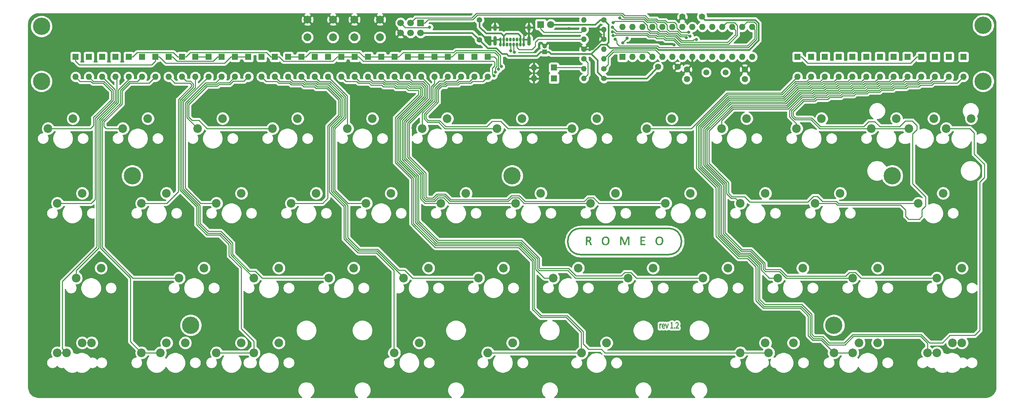
<source format=gbr>
G04 #@! TF.GenerationSoftware,KiCad,Pcbnew,(5.1.10)-1*
G04 #@! TF.CreationDate,2021-08-26T15:08:37+02:00*
G04 #@! TF.ProjectId,romeo-pcb,726f6d65-6f2d-4706-9362-2e6b69636164,rev?*
G04 #@! TF.SameCoordinates,Original*
G04 #@! TF.FileFunction,Copper,L1,Top*
G04 #@! TF.FilePolarity,Positive*
%FSLAX46Y46*%
G04 Gerber Fmt 4.6, Leading zero omitted, Abs format (unit mm)*
G04 Created by KiCad (PCBNEW (5.1.10)-1) date 2021-08-26 15:08:37*
%MOMM*%
%LPD*%
G01*
G04 APERTURE LIST*
G04 #@! TA.AperFunction,EtchedComponent*
%ADD10C,0.010000*%
G04 #@! TD*
G04 #@! TA.AperFunction,EtchedComponent*
%ADD11C,0.400000*%
G04 #@! TD*
G04 #@! TA.AperFunction,ComponentPad*
%ADD12C,2.250000*%
G04 #@! TD*
G04 #@! TA.AperFunction,ComponentPad*
%ADD13C,4.400000*%
G04 #@! TD*
G04 #@! TA.AperFunction,ComponentPad*
%ADD14C,2.200000*%
G04 #@! TD*
G04 #@! TA.AperFunction,ComponentPad*
%ADD15O,1.600000X1.600000*%
G04 #@! TD*
G04 #@! TA.AperFunction,ComponentPad*
%ADD16R,1.600000X1.600000*%
G04 #@! TD*
G04 #@! TA.AperFunction,ComponentPad*
%ADD17C,1.600000*%
G04 #@! TD*
G04 #@! TA.AperFunction,ComponentPad*
%ADD18R,1.200000X1.200000*%
G04 #@! TD*
G04 #@! TA.AperFunction,ComponentPad*
%ADD19C,1.200000*%
G04 #@! TD*
G04 #@! TA.AperFunction,ComponentPad*
%ADD20C,2.000000*%
G04 #@! TD*
G04 #@! TA.AperFunction,ComponentPad*
%ADD21C,1.500000*%
G04 #@! TD*
G04 #@! TA.AperFunction,ComponentPad*
%ADD22O,0.650000X1.000000*%
G04 #@! TD*
G04 #@! TA.AperFunction,ComponentPad*
%ADD23O,0.900000X2.400000*%
G04 #@! TD*
G04 #@! TA.AperFunction,ComponentPad*
%ADD24O,0.900000X1.700000*%
G04 #@! TD*
G04 #@! TA.AperFunction,ComponentPad*
%ADD25O,1.400000X1.400000*%
G04 #@! TD*
G04 #@! TA.AperFunction,ComponentPad*
%ADD26C,1.400000*%
G04 #@! TD*
G04 #@! TA.AperFunction,ComponentPad*
%ADD27C,1.800000*%
G04 #@! TD*
G04 #@! TA.AperFunction,ComponentPad*
%ADD28R,1.800000X1.800000*%
G04 #@! TD*
G04 #@! TA.AperFunction,ComponentPad*
%ADD29R,1.700000X1.700000*%
G04 #@! TD*
G04 #@! TA.AperFunction,ComponentPad*
%ADD30C,1.700000*%
G04 #@! TD*
G04 #@! TA.AperFunction,ViaPad*
%ADD31C,0.800000*%
G04 #@! TD*
G04 #@! TA.AperFunction,Conductor*
%ADD32C,0.250000*%
G04 #@! TD*
G04 #@! TA.AperFunction,Conductor*
%ADD33C,0.400000*%
G04 #@! TD*
G04 #@! TA.AperFunction,Conductor*
%ADD34C,0.254000*%
G04 #@! TD*
G04 #@! TA.AperFunction,Conductor*
%ADD35C,2.000000*%
G04 #@! TD*
G04 APERTURE END LIST*
D10*
G36*
X189534244Y-122517433D02*
G01*
X189627590Y-122559779D01*
X189704782Y-122639483D01*
X189737632Y-122692108D01*
X189786512Y-122812414D01*
X189804557Y-122942875D01*
X189791116Y-123086034D01*
X189745535Y-123244436D01*
X189667165Y-123420622D01*
X189555353Y-123617138D01*
X189465110Y-123755981D01*
X189341930Y-123937878D01*
X189870390Y-123917520D01*
X189863820Y-124020968D01*
X189857250Y-124124417D01*
X189470958Y-124130186D01*
X189084667Y-124135955D01*
X189084667Y-124060794D01*
X189089281Y-124024121D01*
X189105451Y-123980325D01*
X189136665Y-123923154D01*
X189186414Y-123846357D01*
X189258187Y-123743683D01*
X189274154Y-123721358D01*
X189402528Y-123534511D01*
X189501023Y-123372536D01*
X189571010Y-123231749D01*
X189613859Y-123108462D01*
X189630940Y-122998989D01*
X189623623Y-122899645D01*
X189604338Y-122833154D01*
X189565681Y-122755952D01*
X189516478Y-122713111D01*
X189445704Y-122696663D01*
X189414118Y-122695667D01*
X189361971Y-122702356D01*
X189314531Y-122727544D01*
X189257874Y-122778911D01*
X189251676Y-122785256D01*
X189164732Y-122874846D01*
X189115476Y-122813072D01*
X189066219Y-122751299D01*
X189108669Y-122691684D01*
X189200884Y-122592593D01*
X189309743Y-122532052D01*
X189420111Y-122509786D01*
X189534244Y-122517433D01*
G37*
X189534244Y-122517433D02*
X189627590Y-122559779D01*
X189704782Y-122639483D01*
X189737632Y-122692108D01*
X189786512Y-122812414D01*
X189804557Y-122942875D01*
X189791116Y-123086034D01*
X189745535Y-123244436D01*
X189667165Y-123420622D01*
X189555353Y-123617138D01*
X189465110Y-123755981D01*
X189341930Y-123937878D01*
X189870390Y-123917520D01*
X189863820Y-124020968D01*
X189857250Y-124124417D01*
X189470958Y-124130186D01*
X189084667Y-124135955D01*
X189084667Y-124060794D01*
X189089281Y-124024121D01*
X189105451Y-123980325D01*
X189136665Y-123923154D01*
X189186414Y-123846357D01*
X189258187Y-123743683D01*
X189274154Y-123721358D01*
X189402528Y-123534511D01*
X189501023Y-123372536D01*
X189571010Y-123231749D01*
X189613859Y-123108462D01*
X189630940Y-122998989D01*
X189623623Y-122899645D01*
X189604338Y-122833154D01*
X189565681Y-122755952D01*
X189516478Y-122713111D01*
X189445704Y-122696663D01*
X189414118Y-122695667D01*
X189361971Y-122702356D01*
X189314531Y-122727544D01*
X189257874Y-122778911D01*
X189251676Y-122785256D01*
X189164732Y-122874846D01*
X189115476Y-122813072D01*
X189066219Y-122751299D01*
X189108669Y-122691684D01*
X189200884Y-122592593D01*
X189309743Y-122532052D01*
X189420111Y-122509786D01*
X189534244Y-122517433D01*
G36*
X188216833Y-123944500D02*
G01*
X188473267Y-123944500D01*
X188466759Y-124034459D01*
X188460250Y-124124417D01*
X188116292Y-124130233D01*
X187772333Y-124136049D01*
X187772333Y-123944500D01*
X188047500Y-123944500D01*
X188047500Y-122801500D01*
X187835833Y-122801500D01*
X187835833Y-122730323D01*
X187838721Y-122691601D01*
X187852954Y-122663248D01*
X187886883Y-122636744D01*
X187948861Y-122603569D01*
X187970722Y-122592739D01*
X188046751Y-122559107D01*
X188115471Y-122535219D01*
X188161222Y-122526334D01*
X188216833Y-122526334D01*
X188216833Y-123944500D01*
G37*
X188216833Y-123944500D02*
X188473267Y-123944500D01*
X188466759Y-124034459D01*
X188460250Y-124124417D01*
X188116292Y-124130233D01*
X187772333Y-124136049D01*
X187772333Y-123944500D01*
X188047500Y-123944500D01*
X188047500Y-122801500D01*
X187835833Y-122801500D01*
X187835833Y-122730323D01*
X187838721Y-122691601D01*
X187852954Y-122663248D01*
X187886883Y-122636744D01*
X187948861Y-122603569D01*
X187970722Y-122592739D01*
X188046751Y-122559107D01*
X188115471Y-122535219D01*
X188161222Y-122526334D01*
X188216833Y-122526334D01*
X188216833Y-123944500D01*
G36*
X187167634Y-123260743D02*
G01*
X187130331Y-123402436D01*
X187090299Y-123553464D01*
X187051430Y-123699207D01*
X187017618Y-123825046D01*
X187005325Y-123870417D01*
X186936250Y-124124417D01*
X186848234Y-124130831D01*
X186790802Y-124130555D01*
X186753420Y-124122119D01*
X186748165Y-124117742D01*
X186739702Y-124092876D01*
X186721915Y-124032584D01*
X186696341Y-123942355D01*
X186664516Y-123827677D01*
X186627979Y-123694040D01*
X186588266Y-123546935D01*
X186586360Y-123539828D01*
X186546427Y-123391059D01*
X186509674Y-123254394D01*
X186477646Y-123135563D01*
X186451890Y-123040292D01*
X186433953Y-122974312D01*
X186425379Y-122943350D01*
X186425296Y-122943068D01*
X186423525Y-122919424D01*
X186443378Y-122909867D01*
X186494330Y-122910603D01*
X186504578Y-122911318D01*
X186595171Y-122917917D01*
X186708126Y-123373000D01*
X186741612Y-123507169D01*
X186772260Y-123628569D01*
X186798426Y-123730794D01*
X186818464Y-123807441D01*
X186830729Y-123852106D01*
X186833184Y-123859834D01*
X186841337Y-123849312D01*
X186857771Y-123802791D01*
X186880981Y-123725459D01*
X186909458Y-123622503D01*
X186941698Y-123499110D01*
X186965352Y-123404750D01*
X187085416Y-122917917D01*
X187173143Y-122911493D01*
X187260869Y-122905069D01*
X187167634Y-123260743D01*
G37*
X187167634Y-123260743D02*
X187130331Y-123402436D01*
X187090299Y-123553464D01*
X187051430Y-123699207D01*
X187017618Y-123825046D01*
X187005325Y-123870417D01*
X186936250Y-124124417D01*
X186848234Y-124130831D01*
X186790802Y-124130555D01*
X186753420Y-124122119D01*
X186748165Y-124117742D01*
X186739702Y-124092876D01*
X186721915Y-124032584D01*
X186696341Y-123942355D01*
X186664516Y-123827677D01*
X186627979Y-123694040D01*
X186588266Y-123546935D01*
X186586360Y-123539828D01*
X186546427Y-123391059D01*
X186509674Y-123254394D01*
X186477646Y-123135563D01*
X186451890Y-123040292D01*
X186433953Y-122974312D01*
X186425379Y-122943350D01*
X186425296Y-122943068D01*
X186423525Y-122919424D01*
X186443378Y-122909867D01*
X186494330Y-122910603D01*
X186504578Y-122911318D01*
X186595171Y-122917917D01*
X186708126Y-123373000D01*
X186741612Y-123507169D01*
X186772260Y-123628569D01*
X186798426Y-123730794D01*
X186818464Y-123807441D01*
X186830729Y-123852106D01*
X186833184Y-123859834D01*
X186841337Y-123849312D01*
X186857771Y-123802791D01*
X186880981Y-123725459D01*
X186909458Y-123622503D01*
X186941698Y-123499110D01*
X186965352Y-123404750D01*
X187085416Y-122917917D01*
X187173143Y-122911493D01*
X187260869Y-122905069D01*
X187167634Y-123260743D01*
G36*
X185499919Y-122965542D02*
G01*
X185491214Y-123024326D01*
X185486720Y-123066566D01*
X185486566Y-123070846D01*
X185468384Y-123087749D01*
X185425356Y-123084580D01*
X185349260Y-123089630D01*
X185279834Y-123134612D01*
X185220320Y-123217263D01*
X185212206Y-123233270D01*
X185196935Y-123268433D01*
X185185704Y-123306285D01*
X185177904Y-123353773D01*
X185172927Y-123417846D01*
X185170165Y-123505451D01*
X185169011Y-123623536D01*
X185168833Y-123728933D01*
X185168833Y-124135000D01*
X184999500Y-124135000D01*
X184999500Y-122907334D01*
X185073583Y-122907334D01*
X185120095Y-122909633D01*
X185141420Y-122924447D01*
X185147380Y-122963651D01*
X185147667Y-122996914D01*
X185147667Y-123086494D01*
X185200987Y-123008026D01*
X185257706Y-122938116D01*
X185317274Y-122900464D01*
X185394816Y-122886815D01*
X185424211Y-122886167D01*
X185513039Y-122886167D01*
X185499919Y-122965542D01*
G37*
X185499919Y-122965542D02*
X185491214Y-123024326D01*
X185486720Y-123066566D01*
X185486566Y-123070846D01*
X185468384Y-123087749D01*
X185425356Y-123084580D01*
X185349260Y-123089630D01*
X185279834Y-123134612D01*
X185220320Y-123217263D01*
X185212206Y-123233270D01*
X185196935Y-123268433D01*
X185185704Y-123306285D01*
X185177904Y-123353773D01*
X185172927Y-123417846D01*
X185170165Y-123505451D01*
X185169011Y-123623536D01*
X185168833Y-123728933D01*
X185168833Y-124135000D01*
X184999500Y-124135000D01*
X184999500Y-122907334D01*
X185073583Y-122907334D01*
X185120095Y-122909633D01*
X185141420Y-122924447D01*
X185147380Y-122963651D01*
X185147667Y-122996914D01*
X185147667Y-123086494D01*
X185200987Y-123008026D01*
X185257706Y-122938116D01*
X185317274Y-122900464D01*
X185394816Y-122886815D01*
X185424211Y-122886167D01*
X185513039Y-122886167D01*
X185499919Y-122965542D01*
G36*
X188811281Y-123829383D02*
G01*
X188838317Y-123845382D01*
X188881068Y-123895005D01*
X188905088Y-123964847D01*
X188904012Y-124034639D01*
X188900957Y-124044810D01*
X188863285Y-124111374D01*
X188812562Y-124148550D01*
X188757486Y-124151400D01*
X188733294Y-124139968D01*
X188688519Y-124087141D01*
X188669285Y-124015385D01*
X188675434Y-123939417D01*
X188706812Y-123873949D01*
X188736406Y-123846656D01*
X188777996Y-123824737D01*
X188811281Y-123829383D01*
G37*
X188811281Y-123829383D02*
X188838317Y-123845382D01*
X188881068Y-123895005D01*
X188905088Y-123964847D01*
X188904012Y-124034639D01*
X188900957Y-124044810D01*
X188863285Y-124111374D01*
X188812562Y-124148550D01*
X188757486Y-124151400D01*
X188733294Y-124139968D01*
X188688519Y-124087141D01*
X188669285Y-124015385D01*
X188675434Y-123939417D01*
X188706812Y-123873949D01*
X188736406Y-123846656D01*
X188777996Y-123824737D01*
X188811281Y-123829383D01*
G36*
X186051762Y-122895152D02*
G01*
X186143753Y-122930699D01*
X186216490Y-123000297D01*
X186273367Y-123106671D01*
X186298886Y-123181050D01*
X186317397Y-123266685D01*
X186329786Y-123368533D01*
X186333000Y-123440342D01*
X186333000Y-123584667D01*
X185715803Y-123584667D01*
X185729915Y-123653459D01*
X185770043Y-123779878D01*
X185829970Y-123875769D01*
X185905696Y-123938636D01*
X185993222Y-123965986D01*
X186088551Y-123955326D01*
X186160762Y-123922114D01*
X186206906Y-123896169D01*
X186234545Y-123884772D01*
X186237270Y-123885151D01*
X186260622Y-123924820D01*
X186281759Y-123976559D01*
X186290667Y-124015299D01*
X186272126Y-124043690D01*
X186224245Y-124077291D01*
X186158630Y-124110577D01*
X186086890Y-124138023D01*
X186020634Y-124154105D01*
X185994662Y-124156167D01*
X185928783Y-124146257D01*
X185852526Y-124121315D01*
X185824476Y-124108542D01*
X185749774Y-124057874D01*
X185684055Y-123992115D01*
X185672239Y-123976250D01*
X185607256Y-123849373D01*
X185567841Y-123702298D01*
X185553368Y-123544323D01*
X185561321Y-123415334D01*
X185715803Y-123415334D01*
X186190244Y-123415334D01*
X186176073Y-123326715D01*
X186144005Y-123205876D01*
X186092766Y-123119185D01*
X186023964Y-123068620D01*
X185955714Y-123055500D01*
X185893644Y-123075236D01*
X185833009Y-123129225D01*
X185779862Y-123209639D01*
X185740257Y-123308650D01*
X185730651Y-123346542D01*
X185715803Y-123415334D01*
X185561321Y-123415334D01*
X185563207Y-123384748D01*
X185596730Y-123232872D01*
X185653311Y-123097994D01*
X185732320Y-122989414D01*
X185739363Y-122982365D01*
X185797739Y-122931503D01*
X185851350Y-122904721D01*
X185921035Y-122892384D01*
X185937120Y-122890935D01*
X186051762Y-122895152D01*
G37*
X186051762Y-122895152D02*
X186143753Y-122930699D01*
X186216490Y-123000297D01*
X186273367Y-123106671D01*
X186298886Y-123181050D01*
X186317397Y-123266685D01*
X186329786Y-123368533D01*
X186333000Y-123440342D01*
X186333000Y-123584667D01*
X185715803Y-123584667D01*
X185729915Y-123653459D01*
X185770043Y-123779878D01*
X185829970Y-123875769D01*
X185905696Y-123938636D01*
X185993222Y-123965986D01*
X186088551Y-123955326D01*
X186160762Y-123922114D01*
X186206906Y-123896169D01*
X186234545Y-123884772D01*
X186237270Y-123885151D01*
X186260622Y-123924820D01*
X186281759Y-123976559D01*
X186290667Y-124015299D01*
X186272126Y-124043690D01*
X186224245Y-124077291D01*
X186158630Y-124110577D01*
X186086890Y-124138023D01*
X186020634Y-124154105D01*
X185994662Y-124156167D01*
X185928783Y-124146257D01*
X185852526Y-124121315D01*
X185824476Y-124108542D01*
X185749774Y-124057874D01*
X185684055Y-123992115D01*
X185672239Y-123976250D01*
X185607256Y-123849373D01*
X185567841Y-123702298D01*
X185553368Y-123544323D01*
X185561321Y-123415334D01*
X185715803Y-123415334D01*
X186190244Y-123415334D01*
X186176073Y-123326715D01*
X186144005Y-123205876D01*
X186092766Y-123119185D01*
X186023964Y-123068620D01*
X185955714Y-123055500D01*
X185893644Y-123075236D01*
X185833009Y-123129225D01*
X185779862Y-123209639D01*
X185740257Y-123308650D01*
X185730651Y-123346542D01*
X185715803Y-123415334D01*
X185561321Y-123415334D01*
X185563207Y-123384748D01*
X185596730Y-123232872D01*
X185653311Y-123097994D01*
X185732320Y-122989414D01*
X185739363Y-122982365D01*
X185797739Y-122931503D01*
X185851350Y-122904721D01*
X185921035Y-122892384D01*
X185937120Y-122890935D01*
X186051762Y-122895152D01*
G36*
X171412059Y-100721264D02*
G01*
X171607155Y-100761607D01*
X171773432Y-100843018D01*
X171904765Y-100951675D01*
X172004723Y-101065250D01*
X172076643Y-101183770D01*
X172124351Y-101319695D01*
X172151673Y-101485483D01*
X172162437Y-101693592D01*
X172162960Y-101792240D01*
X172160243Y-101963875D01*
X172152355Y-102091048D01*
X172137218Y-102190058D01*
X172112757Y-102277203D01*
X172095134Y-102324575D01*
X171985779Y-102534182D01*
X171842386Y-102694440D01*
X171662784Y-102806816D01*
X171444802Y-102872779D01*
X171255186Y-102892663D01*
X171060498Y-102889801D01*
X170903292Y-102866715D01*
X170868889Y-102857055D01*
X170709274Y-102779082D01*
X170559835Y-102658353D01*
X170439658Y-102512296D01*
X170389225Y-102419036D01*
X170332803Y-102236564D01*
X170300102Y-102019471D01*
X170292673Y-101824631D01*
X170581434Y-101824631D01*
X170597665Y-102031643D01*
X170640197Y-102223220D01*
X170705831Y-102385440D01*
X170791367Y-102504381D01*
X170800879Y-102513347D01*
X170936558Y-102598473D01*
X171103018Y-102646109D01*
X171281360Y-102653880D01*
X171452686Y-102619415D01*
X171498778Y-102600991D01*
X171648562Y-102500541D01*
X171760803Y-102352575D01*
X171835238Y-102157653D01*
X171871608Y-101916335D01*
X171875486Y-101792927D01*
X171856999Y-101533205D01*
X171801601Y-101321643D01*
X171709390Y-101158353D01*
X171580463Y-101043447D01*
X171414916Y-100977035D01*
X171212846Y-100959230D01*
X171155101Y-100962513D01*
X170974175Y-101003356D01*
X170827570Y-101093409D01*
X170714764Y-101233284D01*
X170635231Y-101423591D01*
X170594703Y-101616105D01*
X170581434Y-101824631D01*
X170292673Y-101824631D01*
X170291252Y-101787367D01*
X170306386Y-101559860D01*
X170345633Y-101356557D01*
X170381437Y-101252885D01*
X170497681Y-101051774D01*
X170653441Y-100896497D01*
X170846793Y-100788346D01*
X171075813Y-100728612D01*
X171177385Y-100718541D01*
X171412059Y-100721264D01*
G37*
X171412059Y-100721264D02*
X171607155Y-100761607D01*
X171773432Y-100843018D01*
X171904765Y-100951675D01*
X172004723Y-101065250D01*
X172076643Y-101183770D01*
X172124351Y-101319695D01*
X172151673Y-101485483D01*
X172162437Y-101693592D01*
X172162960Y-101792240D01*
X172160243Y-101963875D01*
X172152355Y-102091048D01*
X172137218Y-102190058D01*
X172112757Y-102277203D01*
X172095134Y-102324575D01*
X171985779Y-102534182D01*
X171842386Y-102694440D01*
X171662784Y-102806816D01*
X171444802Y-102872779D01*
X171255186Y-102892663D01*
X171060498Y-102889801D01*
X170903292Y-102866715D01*
X170868889Y-102857055D01*
X170709274Y-102779082D01*
X170559835Y-102658353D01*
X170439658Y-102512296D01*
X170389225Y-102419036D01*
X170332803Y-102236564D01*
X170300102Y-102019471D01*
X170292673Y-101824631D01*
X170581434Y-101824631D01*
X170597665Y-102031643D01*
X170640197Y-102223220D01*
X170705831Y-102385440D01*
X170791367Y-102504381D01*
X170800879Y-102513347D01*
X170936558Y-102598473D01*
X171103018Y-102646109D01*
X171281360Y-102653880D01*
X171452686Y-102619415D01*
X171498778Y-102600991D01*
X171648562Y-102500541D01*
X171760803Y-102352575D01*
X171835238Y-102157653D01*
X171871608Y-101916335D01*
X171875486Y-101792927D01*
X171856999Y-101533205D01*
X171801601Y-101321643D01*
X171709390Y-101158353D01*
X171580463Y-101043447D01*
X171414916Y-100977035D01*
X171212846Y-100959230D01*
X171155101Y-100962513D01*
X170974175Y-101003356D01*
X170827570Y-101093409D01*
X170714764Y-101233284D01*
X170635231Y-101423591D01*
X170594703Y-101616105D01*
X170581434Y-101824631D01*
X170292673Y-101824631D01*
X170291252Y-101787367D01*
X170306386Y-101559860D01*
X170345633Y-101356557D01*
X170381437Y-101252885D01*
X170497681Y-101051774D01*
X170653441Y-100896497D01*
X170846793Y-100788346D01*
X171075813Y-100728612D01*
X171177385Y-100718541D01*
X171412059Y-100721264D01*
G36*
X185138147Y-100728463D02*
G01*
X185358106Y-100786968D01*
X185542096Y-100893447D01*
X185688618Y-101047082D01*
X185779618Y-101207369D01*
X185829037Y-101366329D01*
X185859073Y-101563602D01*
X185869211Y-101779663D01*
X185858936Y-101994988D01*
X185827732Y-102190050D01*
X185807503Y-102263610D01*
X185710772Y-102485187D01*
X185578242Y-102657807D01*
X185408784Y-102782317D01*
X185201265Y-102859564D01*
X184972118Y-102889772D01*
X184837308Y-102890834D01*
X184709249Y-102884227D01*
X184613470Y-102871356D01*
X184605905Y-102869595D01*
X184412658Y-102791991D01*
X184252862Y-102665481D01*
X184128345Y-102493132D01*
X184040935Y-102278013D01*
X183992461Y-102023191D01*
X183982673Y-101823873D01*
X183988097Y-101749917D01*
X184291513Y-101749917D01*
X184294005Y-101997323D01*
X184324743Y-102197254D01*
X184385656Y-102357085D01*
X184478673Y-102484194D01*
X184485206Y-102490830D01*
X184627107Y-102591764D01*
X184798358Y-102648204D01*
X184983716Y-102657040D01*
X185141306Y-102624688D01*
X185281470Y-102548198D01*
X185405411Y-102423079D01*
X185501334Y-102261377D01*
X185504810Y-102253415D01*
X185537612Y-102164544D01*
X185557743Y-102071595D01*
X185567818Y-101956057D01*
X185570454Y-101799418D01*
X185570434Y-101788955D01*
X185557794Y-101554751D01*
X185519375Y-101367343D01*
X185452418Y-101217211D01*
X185375525Y-101116558D01*
X185254416Y-101028463D01*
X185100217Y-100974956D01*
X184930639Y-100957155D01*
X184763395Y-100976177D01*
X184616197Y-101033140D01*
X184568348Y-101065641D01*
X184449747Y-101185081D01*
X184366730Y-101331272D01*
X184315391Y-101513876D01*
X184291820Y-101742554D01*
X184291513Y-101749917D01*
X183988097Y-101749917D01*
X184004070Y-101532137D01*
X184066952Y-101283736D01*
X184170742Y-101079379D01*
X184314863Y-100919773D01*
X184498739Y-100805625D01*
X184721793Y-100737642D01*
X184883721Y-100718749D01*
X185138147Y-100728463D01*
G37*
X185138147Y-100728463D02*
X185358106Y-100786968D01*
X185542096Y-100893447D01*
X185688618Y-101047082D01*
X185779618Y-101207369D01*
X185829037Y-101366329D01*
X185859073Y-101563602D01*
X185869211Y-101779663D01*
X185858936Y-101994988D01*
X185827732Y-102190050D01*
X185807503Y-102263610D01*
X185710772Y-102485187D01*
X185578242Y-102657807D01*
X185408784Y-102782317D01*
X185201265Y-102859564D01*
X184972118Y-102889772D01*
X184837308Y-102890834D01*
X184709249Y-102884227D01*
X184613470Y-102871356D01*
X184605905Y-102869595D01*
X184412658Y-102791991D01*
X184252862Y-102665481D01*
X184128345Y-102493132D01*
X184040935Y-102278013D01*
X183992461Y-102023191D01*
X183982673Y-101823873D01*
X183988097Y-101749917D01*
X184291513Y-101749917D01*
X184294005Y-101997323D01*
X184324743Y-102197254D01*
X184385656Y-102357085D01*
X184478673Y-102484194D01*
X184485206Y-102490830D01*
X184627107Y-102591764D01*
X184798358Y-102648204D01*
X184983716Y-102657040D01*
X185141306Y-102624688D01*
X185281470Y-102548198D01*
X185405411Y-102423079D01*
X185501334Y-102261377D01*
X185504810Y-102253415D01*
X185537612Y-102164544D01*
X185557743Y-102071595D01*
X185567818Y-101956057D01*
X185570454Y-101799418D01*
X185570434Y-101788955D01*
X185557794Y-101554751D01*
X185519375Y-101367343D01*
X185452418Y-101217211D01*
X185375525Y-101116558D01*
X185254416Y-101028463D01*
X185100217Y-100974956D01*
X184930639Y-100957155D01*
X184763395Y-100976177D01*
X184616197Y-101033140D01*
X184568348Y-101065641D01*
X184449747Y-101185081D01*
X184366730Y-101331272D01*
X184315391Y-101513876D01*
X184291820Y-101742554D01*
X184291513Y-101749917D01*
X183988097Y-101749917D01*
X184004070Y-101532137D01*
X184066952Y-101283736D01*
X184170742Y-101079379D01*
X184314863Y-100919773D01*
X184498739Y-100805625D01*
X184721793Y-100737642D01*
X184883721Y-100718749D01*
X185138147Y-100728463D01*
G36*
X166627579Y-100745312D02*
G01*
X166736523Y-100748149D01*
X166910328Y-100754348D01*
X167036505Y-100762775D01*
X167128266Y-100775400D01*
X167198819Y-100794193D01*
X167261377Y-100821123D01*
X167275781Y-100828547D01*
X167410079Y-100929775D01*
X167499706Y-101060733D01*
X167545015Y-101210233D01*
X167546357Y-101367087D01*
X167504083Y-101520107D01*
X167418547Y-101658104D01*
X167290098Y-101769891D01*
X167245382Y-101795545D01*
X167156764Y-101841371D01*
X167235696Y-101903459D01*
X167296459Y-101967959D01*
X167360462Y-102060650D01*
X167386803Y-102107976D01*
X167435049Y-102209219D01*
X167490119Y-102334096D01*
X167546568Y-102469012D01*
X167598950Y-102600372D01*
X167641821Y-102714583D01*
X167669734Y-102798050D01*
X167677642Y-102834069D01*
X167659018Y-102859828D01*
X167596647Y-102868356D01*
X167535163Y-102866182D01*
X167392684Y-102856911D01*
X167247922Y-102491881D01*
X167163589Y-102291742D01*
X167087394Y-102143563D01*
X167012720Y-102040281D01*
X166932950Y-101974833D01*
X166841466Y-101940158D01*
X166731653Y-101929192D01*
X166720677Y-101929126D01*
X166553717Y-101929126D01*
X166545320Y-102393019D01*
X166536923Y-102856911D01*
X166414143Y-102865947D01*
X166331509Y-102866733D01*
X166276804Y-102857568D01*
X166269652Y-102853272D01*
X166264417Y-102818667D01*
X166259636Y-102730561D01*
X166255467Y-102596292D01*
X166252065Y-102423198D01*
X166249588Y-102218615D01*
X166248194Y-101989880D01*
X166247941Y-101838613D01*
X166248480Y-101550322D01*
X166250231Y-101317483D01*
X166253401Y-101134719D01*
X166258194Y-100996653D01*
X166258899Y-100986132D01*
X166552133Y-100986132D01*
X166552133Y-101685773D01*
X166750834Y-101685773D01*
X166873562Y-101678993D01*
X166987719Y-101661426D01*
X167053006Y-101642541D01*
X167158063Y-101569245D01*
X167223467Y-101463209D01*
X167247149Y-101339531D01*
X167227038Y-101213311D01*
X167161067Y-101099650D01*
X167131495Y-101069785D01*
X167078598Y-101027394D01*
X167025517Y-101002339D01*
X166954239Y-100990140D01*
X166846747Y-100986319D01*
X166795006Y-100986132D01*
X166552133Y-100986132D01*
X166258899Y-100986132D01*
X166264815Y-100897906D01*
X166273469Y-100833102D01*
X166284360Y-100796862D01*
X166287840Y-100791099D01*
X166309741Y-100769043D01*
X166344218Y-100754437D01*
X166401718Y-100746279D01*
X166492690Y-100743571D01*
X166627579Y-100745312D01*
G37*
X166627579Y-100745312D02*
X166736523Y-100748149D01*
X166910328Y-100754348D01*
X167036505Y-100762775D01*
X167128266Y-100775400D01*
X167198819Y-100794193D01*
X167261377Y-100821123D01*
X167275781Y-100828547D01*
X167410079Y-100929775D01*
X167499706Y-101060733D01*
X167545015Y-101210233D01*
X167546357Y-101367087D01*
X167504083Y-101520107D01*
X167418547Y-101658104D01*
X167290098Y-101769891D01*
X167245382Y-101795545D01*
X167156764Y-101841371D01*
X167235696Y-101903459D01*
X167296459Y-101967959D01*
X167360462Y-102060650D01*
X167386803Y-102107976D01*
X167435049Y-102209219D01*
X167490119Y-102334096D01*
X167546568Y-102469012D01*
X167598950Y-102600372D01*
X167641821Y-102714583D01*
X167669734Y-102798050D01*
X167677642Y-102834069D01*
X167659018Y-102859828D01*
X167596647Y-102868356D01*
X167535163Y-102866182D01*
X167392684Y-102856911D01*
X167247922Y-102491881D01*
X167163589Y-102291742D01*
X167087394Y-102143563D01*
X167012720Y-102040281D01*
X166932950Y-101974833D01*
X166841466Y-101940158D01*
X166731653Y-101929192D01*
X166720677Y-101929126D01*
X166553717Y-101929126D01*
X166545320Y-102393019D01*
X166536923Y-102856911D01*
X166414143Y-102865947D01*
X166331509Y-102866733D01*
X166276804Y-102857568D01*
X166269652Y-102853272D01*
X166264417Y-102818667D01*
X166259636Y-102730561D01*
X166255467Y-102596292D01*
X166252065Y-102423198D01*
X166249588Y-102218615D01*
X166248194Y-101989880D01*
X166247941Y-101838613D01*
X166248480Y-101550322D01*
X166250231Y-101317483D01*
X166253401Y-101134719D01*
X166258194Y-100996653D01*
X166258899Y-100986132D01*
X166552133Y-100986132D01*
X166552133Y-101685773D01*
X166750834Y-101685773D01*
X166873562Y-101678993D01*
X166987719Y-101661426D01*
X167053006Y-101642541D01*
X167158063Y-101569245D01*
X167223467Y-101463209D01*
X167247149Y-101339531D01*
X167227038Y-101213311D01*
X167161067Y-101099650D01*
X167131495Y-101069785D01*
X167078598Y-101027394D01*
X167025517Y-101002339D01*
X166954239Y-100990140D01*
X166846747Y-100986319D01*
X166795006Y-100986132D01*
X166552133Y-100986132D01*
X166258899Y-100986132D01*
X166264815Y-100897906D01*
X166273469Y-100833102D01*
X166284360Y-100796862D01*
X166287840Y-100791099D01*
X166309741Y-100769043D01*
X166344218Y-100754437D01*
X166401718Y-100746279D01*
X166492690Y-100743571D01*
X166627579Y-100745312D01*
G36*
X175248578Y-100747879D02*
G01*
X175344938Y-100768319D01*
X175399874Y-100796013D01*
X175429683Y-100840189D01*
X175477982Y-100935780D01*
X175542252Y-101077102D01*
X175619973Y-101258473D01*
X175708627Y-101474212D01*
X175780770Y-101655134D01*
X175873517Y-101889647D01*
X175946998Y-102072757D01*
X176003798Y-102209839D01*
X176046503Y-102306269D01*
X176077698Y-102367422D01*
X176099968Y-102398674D01*
X176115899Y-102405400D01*
X176128075Y-102392975D01*
X176131885Y-102385194D01*
X176152370Y-102336983D01*
X176192449Y-102241003D01*
X176248599Y-102105758D01*
X176317292Y-101939753D01*
X176395005Y-101751491D01*
X176463137Y-101586106D01*
X176546208Y-101386743D01*
X176624404Y-101203690D01*
X176694022Y-101045255D01*
X176751361Y-100919746D01*
X176792717Y-100835470D01*
X176812230Y-100802813D01*
X176863550Y-100764054D01*
X176942867Y-100745961D01*
X177025152Y-100742779D01*
X177123448Y-100749289D01*
X177198624Y-100765950D01*
X177223175Y-100779282D01*
X177233841Y-100807654D01*
X177242450Y-100872086D01*
X177249144Y-100976789D01*
X177254069Y-101125969D01*
X177257369Y-101323835D01*
X177259188Y-101574595D01*
X177259678Y-101843953D01*
X177259678Y-102872120D01*
X176986772Y-102872120D01*
X176978734Y-101925490D01*
X176970696Y-100978859D01*
X176655077Y-101765789D01*
X176543250Y-102044860D01*
X176451739Y-102272765D01*
X176377862Y-102454662D01*
X176318934Y-102595710D01*
X176272274Y-102701066D01*
X176235199Y-102775889D01*
X176205026Y-102825337D01*
X176179072Y-102854567D01*
X176154654Y-102868738D01*
X176129089Y-102873008D01*
X176099696Y-102872535D01*
X176079656Y-102872120D01*
X175960957Y-102872120D01*
X175708202Y-102225713D01*
X175627010Y-102018352D01*
X175545345Y-101810291D01*
X175468501Y-101614980D01*
X175401771Y-101445867D01*
X175350448Y-101316402D01*
X175340053Y-101290324D01*
X175224660Y-101001342D01*
X175221594Y-102872120D01*
X174947821Y-102872120D01*
X174947821Y-101843953D01*
X174948450Y-101542881D01*
X174950432Y-101298428D01*
X174953911Y-101106384D01*
X174959033Y-100962542D01*
X174965941Y-100862692D01*
X174974779Y-100802628D01*
X174984324Y-100779282D01*
X175045090Y-100752427D01*
X175140901Y-100742270D01*
X175248578Y-100747879D01*
G37*
X175248578Y-100747879D02*
X175344938Y-100768319D01*
X175399874Y-100796013D01*
X175429683Y-100840189D01*
X175477982Y-100935780D01*
X175542252Y-101077102D01*
X175619973Y-101258473D01*
X175708627Y-101474212D01*
X175780770Y-101655134D01*
X175873517Y-101889647D01*
X175946998Y-102072757D01*
X176003798Y-102209839D01*
X176046503Y-102306269D01*
X176077698Y-102367422D01*
X176099968Y-102398674D01*
X176115899Y-102405400D01*
X176128075Y-102392975D01*
X176131885Y-102385194D01*
X176152370Y-102336983D01*
X176192449Y-102241003D01*
X176248599Y-102105758D01*
X176317292Y-101939753D01*
X176395005Y-101751491D01*
X176463137Y-101586106D01*
X176546208Y-101386743D01*
X176624404Y-101203690D01*
X176694022Y-101045255D01*
X176751361Y-100919746D01*
X176792717Y-100835470D01*
X176812230Y-100802813D01*
X176863550Y-100764054D01*
X176942867Y-100745961D01*
X177025152Y-100742779D01*
X177123448Y-100749289D01*
X177198624Y-100765950D01*
X177223175Y-100779282D01*
X177233841Y-100807654D01*
X177242450Y-100872086D01*
X177249144Y-100976789D01*
X177254069Y-101125969D01*
X177257369Y-101323835D01*
X177259188Y-101574595D01*
X177259678Y-101843953D01*
X177259678Y-102872120D01*
X176986772Y-102872120D01*
X176978734Y-101925490D01*
X176970696Y-100978859D01*
X176655077Y-101765789D01*
X176543250Y-102044860D01*
X176451739Y-102272765D01*
X176377862Y-102454662D01*
X176318934Y-102595710D01*
X176272274Y-102701066D01*
X176235199Y-102775889D01*
X176205026Y-102825337D01*
X176179072Y-102854567D01*
X176154654Y-102868738D01*
X176129089Y-102873008D01*
X176099696Y-102872535D01*
X176079656Y-102872120D01*
X175960957Y-102872120D01*
X175708202Y-102225713D01*
X175627010Y-102018352D01*
X175545345Y-101810291D01*
X175468501Y-101614980D01*
X175401771Y-101445867D01*
X175350448Y-101316402D01*
X175340053Y-101290324D01*
X175224660Y-101001342D01*
X175221594Y-102872120D01*
X174947821Y-102872120D01*
X174947821Y-101843953D01*
X174948450Y-101542881D01*
X174950432Y-101298428D01*
X174953911Y-101106384D01*
X174959033Y-100962542D01*
X174965941Y-100862692D01*
X174974779Y-100802628D01*
X174984324Y-100779282D01*
X175045090Y-100752427D01*
X175140901Y-100742270D01*
X175248578Y-100747879D01*
G36*
X181299698Y-100856173D02*
G01*
X181290217Y-100970923D01*
X180856744Y-100979363D01*
X180423270Y-100987803D01*
X180423270Y-101655354D01*
X181183750Y-101655354D01*
X181183750Y-101868288D01*
X180423270Y-101868288D01*
X180423270Y-102628767D01*
X180862298Y-102628767D01*
X181034370Y-102629273D01*
X181155236Y-102631643D01*
X181234524Y-102637155D01*
X181281865Y-102647088D01*
X181306887Y-102662719D01*
X181319219Y-102685326D01*
X181320636Y-102689605D01*
X181327857Y-102770509D01*
X181320636Y-102811282D01*
X181310874Y-102832704D01*
X181291560Y-102848409D01*
X181254249Y-102859280D01*
X181190496Y-102866203D01*
X181091859Y-102870061D01*
X180949892Y-102871738D01*
X180756152Y-102872119D01*
X180739667Y-102872120D01*
X180527921Y-102871029D01*
X180370830Y-102867484D01*
X180262243Y-102861077D01*
X180196011Y-102851400D01*
X180165984Y-102838044D01*
X180163334Y-102833880D01*
X180160065Y-102795272D01*
X180157523Y-102703223D01*
X180155753Y-102565125D01*
X180154803Y-102388370D01*
X180154718Y-102180352D01*
X180155544Y-101948463D01*
X180156684Y-101776814D01*
X180164708Y-100757989D01*
X181309180Y-100741423D01*
X181299698Y-100856173D01*
G37*
X181299698Y-100856173D02*
X181290217Y-100970923D01*
X180856744Y-100979363D01*
X180423270Y-100987803D01*
X180423270Y-101655354D01*
X181183750Y-101655354D01*
X181183750Y-101868288D01*
X180423270Y-101868288D01*
X180423270Y-102628767D01*
X180862298Y-102628767D01*
X181034370Y-102629273D01*
X181155236Y-102631643D01*
X181234524Y-102637155D01*
X181281865Y-102647088D01*
X181306887Y-102662719D01*
X181319219Y-102685326D01*
X181320636Y-102689605D01*
X181327857Y-102770509D01*
X181320636Y-102811282D01*
X181310874Y-102832704D01*
X181291560Y-102848409D01*
X181254249Y-102859280D01*
X181190496Y-102866203D01*
X181091859Y-102870061D01*
X180949892Y-102871738D01*
X180756152Y-102872119D01*
X180739667Y-102872120D01*
X180527921Y-102871029D01*
X180370830Y-102867484D01*
X180262243Y-102861077D01*
X180196011Y-102851400D01*
X180165984Y-102838044D01*
X180163334Y-102833880D01*
X180160065Y-102795272D01*
X180157523Y-102703223D01*
X180155753Y-102565125D01*
X180154803Y-102388370D01*
X180154718Y-102180352D01*
X180155544Y-101948463D01*
X180156684Y-101776814D01*
X180164708Y-100757989D01*
X181309180Y-100741423D01*
X181299698Y-100856173D01*
D11*
X164963750Y-98647450D02*
X187263750Y-98647450D01*
X164963750Y-105327450D02*
X187263750Y-105327450D01*
X164963750Y-105327450D02*
G75*
G02*
X164963750Y-98647450I0J3340000D01*
G01*
X187263750Y-98647450D02*
G75*
G02*
X187263750Y-105327450I0J-3340000D01*
G01*
D12*
X171496250Y-127825000D03*
X165146250Y-130365000D03*
X147646150Y-127793750D03*
X141296150Y-130333750D03*
D13*
X267353749Y-46896249D03*
X244226550Y-85221250D03*
X267353749Y-61171250D03*
X229367550Y-123321250D03*
X50830950Y-85221250D03*
X27703751Y-47171250D03*
X27703751Y-61171250D03*
X65689950Y-123321250D03*
X147491249Y-85221250D03*
D14*
X78581250Y-127793750D03*
X72231250Y-130333750D03*
X59531250Y-127793750D03*
X53181250Y-130333750D03*
X38100000Y-127793750D03*
X31750000Y-130333750D03*
X261937500Y-127793750D03*
X255587500Y-130333750D03*
X240506250Y-127793750D03*
X234156250Y-130333750D03*
X219075000Y-127793750D03*
X212725000Y-130333750D03*
X264318750Y-70643750D03*
X257968750Y-73183750D03*
X253206250Y-130333750D03*
X259556250Y-127793750D03*
X235743750Y-127793750D03*
X229393750Y-130333750D03*
X205581250Y-130333750D03*
X211931250Y-127793750D03*
X81756250Y-130333750D03*
X88106250Y-127793750D03*
X34131250Y-130333750D03*
X40481250Y-127793750D03*
X261937500Y-108743750D03*
X255587500Y-111283750D03*
X42862500Y-108743750D03*
X36512500Y-111283750D03*
X257175000Y-89693750D03*
X250825000Y-92233750D03*
X38100000Y-89693750D03*
X31750000Y-92233750D03*
X230981250Y-89693750D03*
X224631250Y-92233750D03*
X254793750Y-70643750D03*
X248443750Y-73183750D03*
X245268750Y-70643750D03*
X238918750Y-73183750D03*
X35718750Y-70643750D03*
X29368750Y-73183750D03*
D15*
X262350000Y-60030000D03*
D16*
X262350000Y-54950000D03*
D15*
X70203380Y-60026550D03*
D16*
X70203380Y-54946550D03*
D14*
X69056250Y-108743750D03*
X62706250Y-111283750D03*
D15*
X53286715Y-60026550D03*
D16*
X53286715Y-54946550D03*
D14*
X130968750Y-70643750D03*
X124618750Y-73183750D03*
D17*
X189651150Y-57499250D03*
X184651150Y-57499250D03*
D15*
X230587450Y-60026550D03*
D16*
X230587450Y-54946550D03*
D17*
X190791600Y-44723050D03*
X195791600Y-44723050D03*
D18*
X155721050Y-53689250D03*
D19*
X155721050Y-52189250D03*
D17*
X206698350Y-58123450D03*
X206698350Y-60623450D03*
X191991750Y-58123450D03*
X191991750Y-60623450D03*
D20*
X113832901Y-45446950D03*
X113832901Y-49946950D03*
X107332901Y-45446950D03*
X107332901Y-49946950D03*
D14*
X117475000Y-130333750D03*
X123825000Y-127793750D03*
D21*
X196893950Y-58870850D03*
X201773950Y-58870850D03*
D22*
X148716249Y-51826350D03*
X150416249Y-51826350D03*
X149566249Y-51826350D03*
X147866249Y-51826350D03*
X147016249Y-51826350D03*
X146166249Y-51826350D03*
X145316249Y-51826350D03*
X144466249Y-51826350D03*
X150416249Y-50501350D03*
X149561249Y-50501350D03*
X148711249Y-50501350D03*
X147861249Y-50501350D03*
X147011249Y-50501350D03*
X146161249Y-50501350D03*
X145311249Y-50501350D03*
X144461249Y-50501350D03*
D23*
X151766249Y-50846350D03*
X143116249Y-50846350D03*
D24*
X151766249Y-47466350D03*
X143116249Y-47466350D03*
D15*
X175551600Y-47294800D03*
X208571600Y-54914800D03*
X178091600Y-47294800D03*
X206031600Y-54914800D03*
X180631600Y-47294800D03*
X203491600Y-54914800D03*
X183171600Y-47294800D03*
X200951600Y-54914800D03*
X185711600Y-47294800D03*
X198411600Y-54914800D03*
X188251600Y-47294800D03*
X195871600Y-54914800D03*
X190791600Y-47294800D03*
X193331600Y-54914800D03*
X193331600Y-47294800D03*
X190791600Y-54914800D03*
X195871600Y-47294800D03*
X188251600Y-54914800D03*
X198411600Y-47294800D03*
X185711600Y-54914800D03*
X200951600Y-47294800D03*
X183171600Y-54914800D03*
X203491600Y-47294800D03*
X180631600Y-54914800D03*
X206031600Y-47294800D03*
X178091600Y-54914800D03*
X208571600Y-47294800D03*
D16*
X175551600Y-54914800D03*
D14*
X64293750Y-127793750D03*
X57943750Y-130333750D03*
X240506250Y-108743750D03*
X234156250Y-111283750D03*
X221456250Y-108743750D03*
X215106250Y-111283750D03*
X202406250Y-108743750D03*
X196056250Y-111283750D03*
X183356250Y-108743750D03*
X177006250Y-111283750D03*
X164306250Y-108743750D03*
X157956250Y-111283750D03*
X145256250Y-108743750D03*
X138906250Y-111283750D03*
X126206250Y-108743750D03*
X119856250Y-111283750D03*
X107156250Y-108743750D03*
X100806250Y-111283750D03*
X88106250Y-108743750D03*
X81756250Y-111283750D03*
X211931250Y-89693750D03*
X205581250Y-92233750D03*
X192881250Y-89693750D03*
X186531250Y-92233750D03*
X173831250Y-89693750D03*
X167481250Y-92233750D03*
X154781250Y-89693750D03*
X148431250Y-92233750D03*
X135731250Y-89693750D03*
X129381250Y-92233750D03*
X116681250Y-89693750D03*
X110331250Y-92233750D03*
X97631250Y-89693750D03*
X91281250Y-92233750D03*
X78581250Y-89693750D03*
X72231250Y-92233750D03*
X59531250Y-89693750D03*
X53181250Y-92233750D03*
X226218750Y-70643750D03*
X219868750Y-73183750D03*
X207168750Y-70643750D03*
X200818750Y-73183750D03*
X188118750Y-70643750D03*
X181768750Y-73183750D03*
X169068750Y-70643750D03*
X162718750Y-73183750D03*
X150018750Y-70643750D03*
X143668750Y-73183750D03*
X111918750Y-70643750D03*
X105568750Y-73183750D03*
X92868750Y-70643750D03*
X86518750Y-73183750D03*
X73818750Y-70643750D03*
X67468750Y-73183750D03*
X54768750Y-70643750D03*
X48418750Y-73183750D03*
D20*
X101892152Y-45446950D03*
X101892152Y-49946950D03*
X95392152Y-45446950D03*
X95392152Y-49946950D03*
D25*
X170846250Y-47987750D03*
D26*
X165766250Y-47987750D03*
D25*
X165766250Y-45497750D03*
D26*
X170846250Y-45497750D03*
D25*
X165766250Y-57947750D03*
D26*
X170846250Y-57947750D03*
D25*
X170846250Y-55457750D03*
D26*
X165766250Y-55457750D03*
D25*
X170846250Y-52967750D03*
D26*
X165766250Y-52967750D03*
D25*
X165766250Y-50477750D03*
D26*
X170846250Y-50477750D03*
D25*
X165766250Y-60437750D03*
D26*
X170846250Y-60437750D03*
D27*
X157295850Y-46704250D03*
D28*
X154755850Y-46704250D03*
D29*
X124200250Y-46272450D03*
D30*
X124200250Y-48812450D03*
X121660250Y-46272450D03*
X121660250Y-48812450D03*
X119120250Y-46272450D03*
X119120250Y-48812450D03*
D26*
X139160250Y-45551250D03*
X139160250Y-50651250D03*
D15*
X153028650Y-57677050D03*
D16*
X158108650Y-57677050D03*
D15*
X153041350Y-60445650D03*
D16*
X158121350Y-60445650D03*
D15*
X227087450Y-60026550D03*
D16*
X227087450Y-54946550D03*
D15*
X223587450Y-60026550D03*
D16*
X223587450Y-54946550D03*
D15*
X107420043Y-60026550D03*
D16*
X107420043Y-54946550D03*
D15*
X104036710Y-60026550D03*
D16*
X104036710Y-54946550D03*
D15*
X87120045Y-60026550D03*
D16*
X87120045Y-54946550D03*
D15*
X63436714Y-60026550D03*
D16*
X63436714Y-54946550D03*
D15*
X49903382Y-60026550D03*
D16*
X49903382Y-54946550D03*
D15*
X43136716Y-60026550D03*
D16*
X43136716Y-54946550D03*
D15*
X241087450Y-60026550D03*
D16*
X241087450Y-54946550D03*
D15*
X237587450Y-60026550D03*
D16*
X237587450Y-54946550D03*
D15*
X234087450Y-60026550D03*
D16*
X234087450Y-54946550D03*
D15*
X117570042Y-60026550D03*
D16*
X117570042Y-54946550D03*
D15*
X114186709Y-60026550D03*
D16*
X114186709Y-54946550D03*
D15*
X110803376Y-60026550D03*
D16*
X110803376Y-54946550D03*
D15*
X93886711Y-60026550D03*
D16*
X93886711Y-54946550D03*
D15*
X90503378Y-60026550D03*
D16*
X90503378Y-54946550D03*
D15*
X66820047Y-60026550D03*
D16*
X66820047Y-54946550D03*
D15*
X46520049Y-60026550D03*
D16*
X46520049Y-54946550D03*
D15*
X248087450Y-60026550D03*
D16*
X248087450Y-54946550D03*
D15*
X244587450Y-60026550D03*
D16*
X244587450Y-54946550D03*
D15*
X131103374Y-60026550D03*
D16*
X131103374Y-54946550D03*
D15*
X127720041Y-60026550D03*
D16*
X127720041Y-54946550D03*
D15*
X124336708Y-60026550D03*
D16*
X124336708Y-54946550D03*
D15*
X120953375Y-60026550D03*
D16*
X120953375Y-54946550D03*
D15*
X97270044Y-60026550D03*
D16*
X97270044Y-54946550D03*
D15*
X83736712Y-60026550D03*
D16*
X83736712Y-54946550D03*
D15*
X73586713Y-60026550D03*
D16*
X73586713Y-54946550D03*
D15*
X60053381Y-60026550D03*
D16*
X60053381Y-54946550D03*
D15*
X39753383Y-60026550D03*
D16*
X39753383Y-54946550D03*
D15*
X258587450Y-60026550D03*
D16*
X258587450Y-54946550D03*
D15*
X255087450Y-60026550D03*
D16*
X255087450Y-54946550D03*
D15*
X251587450Y-60026550D03*
D16*
X251587450Y-54946550D03*
D15*
X220087450Y-60026550D03*
D16*
X220087450Y-54946550D03*
D15*
X141253383Y-60026550D03*
D16*
X141253383Y-54946550D03*
D15*
X137870040Y-60026550D03*
D16*
X137870040Y-54946550D03*
D15*
X134486707Y-60026550D03*
D16*
X134486707Y-54946550D03*
D15*
X100653377Y-60026550D03*
D16*
X100653377Y-54946550D03*
D15*
X80353379Y-60026550D03*
D16*
X80353379Y-54946550D03*
D15*
X76970046Y-60026550D03*
D16*
X76970046Y-54946550D03*
D15*
X56670048Y-60026550D03*
D16*
X56670048Y-54946550D03*
D15*
X36370050Y-60026550D03*
D16*
X36370050Y-54946550D03*
D31*
X173234350Y-46234350D03*
X194334530Y-50500440D03*
X175253650Y-62528450D03*
X175761650Y-58921650D03*
X202520550Y-49752250D03*
X206762350Y-49790350D03*
X161956750Y-47720250D03*
X188652150Y-51847750D03*
X203200000Y-82550000D03*
X122237500Y-73025000D03*
X143239283Y-58820050D03*
X173234350Y-49536350D03*
X172993050Y-48545750D03*
X192783732Y-49704518D03*
X143988583Y-58095040D03*
X144737883Y-57423050D03*
X173043850Y-47415450D03*
X174884548Y-44994778D03*
X191845452Y-50050429D03*
X173704250Y-50476150D03*
X142858283Y-59797950D03*
X147097750Y-53371750D03*
X192459572Y-48651023D03*
X126485650Y-47390050D03*
X176733325Y-50185160D03*
X175651336Y-51389440D03*
X148037550Y-53778150D03*
D32*
X180836153Y-45834351D02*
X173634349Y-45834351D01*
X181933850Y-46932048D02*
X180836153Y-45834351D01*
X182748062Y-48482250D02*
X181933850Y-47668039D01*
X184473850Y-48482250D02*
X182748062Y-48482250D01*
X194334530Y-50500440D02*
X193768845Y-50500440D01*
X193768845Y-50500440D02*
X193493846Y-50775439D01*
X193493846Y-50775439D02*
X190640539Y-50775439D01*
X186620150Y-48888650D02*
X184880250Y-48888650D01*
X190640539Y-50775439D02*
X189210950Y-49345850D01*
X184880250Y-48888650D02*
X184473850Y-48482250D01*
X189210950Y-49345850D02*
X187077350Y-49345850D01*
X173634349Y-45834351D02*
X173234350Y-46234350D01*
X181933850Y-47668039D02*
X181933850Y-46932048D01*
X187077350Y-49345850D02*
X186620150Y-48888650D01*
D33*
X193331600Y-56783600D02*
X191991750Y-58123450D01*
X193331600Y-54914800D02*
X193331600Y-56783600D01*
X150416249Y-50501350D02*
X150416249Y-51826350D01*
X144461249Y-51821350D02*
X144466249Y-51826350D01*
X144461249Y-50501350D02*
X144461249Y-51821350D01*
X151421249Y-50501350D02*
X151766249Y-50846350D01*
X150416249Y-50501350D02*
X151421249Y-50501350D01*
X143461249Y-50501350D02*
X143116249Y-50846350D01*
X144461249Y-50501350D02*
X143461249Y-50501350D01*
X170846250Y-47987750D02*
X170846250Y-50477750D01*
X170451450Y-50477750D02*
X170846250Y-50477750D01*
X167961450Y-52967750D02*
X170451450Y-50477750D01*
X165766250Y-52967750D02*
X167961450Y-52967750D01*
X195791600Y-47214800D02*
X195871600Y-47294800D01*
X170058850Y-51771550D02*
X171481250Y-51771550D01*
X167645850Y-54184550D02*
X170058850Y-51771550D01*
X167645850Y-54184550D02*
X169246050Y-55784750D01*
X169246050Y-58837550D02*
X170846250Y-60437750D01*
X169246050Y-55784750D02*
X169246050Y-58837550D01*
X181712650Y-60437750D02*
X184651150Y-57499250D01*
X170846250Y-60437750D02*
X181712650Y-60437750D01*
X156838650Y-53689250D02*
X155721050Y-53689250D01*
X157333950Y-54184550D02*
X156838650Y-53689250D01*
X157333950Y-54184550D02*
X167645850Y-54184550D01*
X169856301Y-45497750D02*
X170846250Y-45497750D01*
X157295850Y-46704250D02*
X168649801Y-46704250D01*
X168649801Y-46704250D02*
X169856301Y-45497750D01*
X137321450Y-48812450D02*
X124200250Y-48812450D01*
X139160250Y-50651250D02*
X137321450Y-48812450D01*
X172040300Y-46691800D02*
X170846250Y-45497750D01*
X172040300Y-51212500D02*
X172040300Y-46691800D01*
X172040300Y-51212500D02*
X171481250Y-51771550D01*
X184211461Y-52652161D02*
X172361861Y-52652161D01*
X184689750Y-53130450D02*
X184211461Y-52652161D01*
X196591599Y-45523049D02*
X209353049Y-45523049D01*
X209353049Y-45523049D02*
X210229450Y-46399450D01*
X172361861Y-52652161D02*
X171481250Y-51771550D01*
X195791600Y-44723050D02*
X196591599Y-45523049D01*
X210229450Y-46399450D02*
X210229450Y-50704750D01*
X210229450Y-50704750D02*
X207803750Y-53130450D01*
X207803750Y-53130450D02*
X184689750Y-53130450D01*
X141244726Y-52735726D02*
X139160250Y-50651250D01*
X143439126Y-52735726D02*
X141244726Y-52735726D01*
X154721050Y-53689250D02*
X153730450Y-54679850D01*
X155721050Y-53689250D02*
X154721050Y-53689250D01*
X153730450Y-54679850D02*
X146551650Y-54679850D01*
X146551650Y-54679850D02*
X146075400Y-54203600D01*
X146075400Y-54203600D02*
X144907000Y-54203600D01*
X144907000Y-54203600D02*
X143439126Y-52735726D01*
D32*
X74339735Y-56526861D02*
X75920046Y-54946550D01*
X75920046Y-54946550D02*
X76970046Y-54946550D01*
X59300359Y-56526861D02*
X74339735Y-56526861D01*
X57720048Y-54946550D02*
X59300359Y-56526861D01*
X56670048Y-54946550D02*
X57720048Y-54946550D01*
X76970046Y-54946550D02*
X80353379Y-54946550D01*
X141253383Y-54946550D02*
X142947183Y-54946550D01*
X142947183Y-54946550D02*
X143531383Y-55530750D01*
X143531383Y-55530750D02*
X143531383Y-57423050D01*
X143531383Y-57423050D02*
X143239283Y-57715150D01*
X143239283Y-57715150D02*
X143239283Y-58820050D01*
X221137450Y-54946550D02*
X220087450Y-54946550D01*
X222763050Y-56572150D02*
X221137450Y-54946550D01*
X248911850Y-56572150D02*
X222763050Y-56572150D01*
X250537450Y-54946550D02*
X248911850Y-56572150D01*
X251587450Y-54946550D02*
X250537450Y-54946550D01*
X202723750Y-52139850D02*
X202342750Y-52139850D01*
X207359250Y-52139850D02*
X209238850Y-50260250D01*
X202342750Y-52139850D02*
X207359250Y-52139850D01*
X173876235Y-49460150D02*
X173800035Y-49536350D01*
X181781450Y-49460150D02*
X173876235Y-49460150D01*
X183889650Y-49853850D02*
X182175150Y-49853850D01*
X202342750Y-52139850D02*
X190036450Y-52139850D01*
X173800035Y-49536350D02*
X173234350Y-49536350D01*
X182175150Y-49853850D02*
X181781450Y-49460150D01*
X190036450Y-52139850D02*
X188614050Y-50717450D01*
X188614050Y-50717450D02*
X186505850Y-50717450D01*
X186505850Y-50717450D02*
X186048650Y-50260250D01*
X186048650Y-50260250D02*
X184296050Y-50260250D01*
X184296050Y-50260250D02*
X183889650Y-49853850D01*
X209238850Y-48571150D02*
X209238850Y-48012350D01*
X209238850Y-50260250D02*
X209238850Y-48571150D01*
X209238850Y-48571150D02*
X209238850Y-48406050D01*
X208571600Y-47345100D02*
X208571600Y-47294800D01*
X209238850Y-48012350D02*
X208571600Y-47345100D01*
X56670048Y-55996550D02*
X56670048Y-54946550D01*
X55738848Y-56927750D02*
X56670048Y-55996550D01*
X37301250Y-56927750D02*
X55738848Y-56927750D01*
X36370050Y-54946550D02*
X36370050Y-55996550D01*
X36370050Y-55996550D02*
X37301250Y-56927750D01*
X40252650Y-61169550D02*
X37513050Y-61169550D01*
X40697150Y-61614050D02*
X40252650Y-61169550D01*
X43402250Y-61614050D02*
X40697150Y-61614050D01*
X45504940Y-63716740D02*
X43402250Y-61614050D01*
X45504940Y-65845060D02*
X45504940Y-63716740D01*
X40900000Y-70450000D02*
X45504940Y-65845060D01*
X40914981Y-70464981D02*
X40900000Y-70450000D01*
X40914981Y-72435019D02*
X40914981Y-70464981D01*
X37513050Y-61169550D02*
X36370050Y-60026550D01*
X40166250Y-73183750D02*
X40914981Y-72435019D01*
X29368750Y-73183750D02*
X40166250Y-73183750D01*
X56946800Y-60303302D02*
X56670048Y-60026550D01*
X55083388Y-61613210D02*
X56670048Y-60026550D01*
X50300600Y-61613210D02*
X55083388Y-61613210D01*
X48227410Y-63686400D02*
X50300600Y-61613210D01*
X48227410Y-66941050D02*
X48227410Y-63686400D01*
X43615041Y-71553419D02*
X48227410Y-66941050D01*
X43615041Y-72665041D02*
X43615041Y-71553419D01*
X44133750Y-73183750D02*
X43615041Y-72665041D01*
X48418750Y-73183750D02*
X44133750Y-73183750D01*
X75496596Y-61500000D02*
X76970046Y-60026550D01*
X72749673Y-61500000D02*
X75496596Y-61500000D01*
X72299673Y-61950000D02*
X72749673Y-61500000D01*
X64750010Y-66899990D02*
X69700000Y-61950000D01*
X69700000Y-61950000D02*
X72299673Y-61950000D01*
X64750010Y-70465010D02*
X64750010Y-66899990D01*
X67468750Y-73183750D02*
X64750010Y-70465010D01*
X76481455Y-61151551D02*
X79228378Y-61151551D01*
X72936073Y-61950010D02*
X75682997Y-61950009D01*
X72486074Y-62400009D02*
X72936073Y-61950010D01*
X69886400Y-62400010D02*
X72486074Y-62400009D01*
X65200020Y-67086390D02*
X69886400Y-62400010D01*
X65200020Y-70278610D02*
X65200020Y-67086390D01*
X75682997Y-61950009D02*
X76481455Y-61151551D01*
X66021410Y-71100000D02*
X65200020Y-70278610D01*
X67750000Y-71100000D02*
X66021410Y-71100000D01*
X79228378Y-61151551D02*
X80353379Y-60026550D01*
X69833750Y-73183750D02*
X67750000Y-71100000D01*
X86518750Y-73183750D02*
X69833750Y-73183750D01*
X104603077Y-63976250D02*
X100653377Y-60026550D01*
X105568750Y-64952740D02*
X105568750Y-73183750D01*
X104603077Y-63987067D02*
X105568750Y-64952740D01*
X104603077Y-63976250D02*
X104603077Y-63987067D01*
X124618750Y-69281250D02*
X124618750Y-73183750D01*
X127787868Y-66112132D02*
X124618750Y-69281250D01*
X129148439Y-61601561D02*
X127787868Y-62962132D01*
X127787868Y-62962132D02*
X127787868Y-66112132D01*
X130164773Y-61601561D02*
X129148439Y-61601561D01*
X130603134Y-61163200D02*
X130164773Y-61601561D01*
X133350057Y-61163200D02*
X130603134Y-61163200D01*
X134486707Y-60026550D02*
X133350057Y-61163200D01*
X137870040Y-60026550D02*
X137615983Y-60026550D01*
X136733390Y-61163200D02*
X137870040Y-60026550D01*
X143668750Y-73183750D02*
X130383750Y-73183750D01*
X130383750Y-73183750D02*
X128800000Y-71600000D01*
X125068760Y-70718760D02*
X125068760Y-69467650D01*
X128237878Y-63148532D02*
X129334839Y-62051571D01*
X125950000Y-71600000D02*
X125068760Y-70718760D01*
X133553200Y-61620400D02*
X134010400Y-61163200D01*
X128237878Y-66298532D02*
X128237878Y-63148532D01*
X125068760Y-69467650D02*
X128237878Y-66298532D01*
X129334839Y-62051571D02*
X130351174Y-62051570D01*
X128800000Y-71600000D02*
X125950000Y-71600000D01*
X130782344Y-61620400D02*
X133553200Y-61620400D01*
X130351174Y-62051570D02*
X130782344Y-61620400D01*
X134010400Y-61163200D02*
X136733390Y-61163200D01*
X137388600Y-61163200D02*
X140116733Y-61163200D01*
X134213600Y-61620400D02*
X136931400Y-61620400D01*
X133756400Y-62077600D02*
X134213600Y-61620400D01*
X130537575Y-62501579D02*
X130961554Y-62077600D01*
X140116733Y-61163200D02*
X141253383Y-60026550D01*
X136931400Y-61620400D02*
X137388600Y-61163200D01*
X162718750Y-73183750D02*
X146433750Y-73183750D01*
X146433750Y-73183750D02*
X144600000Y-71350000D01*
X128687888Y-63334932D02*
X129521241Y-62501579D01*
X130961554Y-62077600D02*
X133756400Y-62077600D01*
X142400000Y-71350000D02*
X141016260Y-72733740D01*
X141016260Y-72733740D02*
X130570150Y-72733740D01*
X130570150Y-72733740D02*
X128986400Y-71149990D01*
X125518770Y-69654050D02*
X128687888Y-66484932D01*
X126136400Y-71149990D02*
X125518770Y-70532360D01*
X128687888Y-66484932D02*
X128687888Y-63334932D01*
X144600000Y-71350000D02*
X142400000Y-71350000D01*
X128986400Y-71149990D02*
X126136400Y-71149990D01*
X129521241Y-62501579D02*
X130537575Y-62501579D01*
X125518770Y-70532360D02*
X125518770Y-69654050D01*
X202130959Y-64141350D02*
X193088559Y-73183750D01*
X215972650Y-64141350D02*
X202130959Y-64141350D01*
X193088559Y-73183750D02*
X181768750Y-73183750D01*
X220087450Y-60026550D02*
X215972650Y-64141350D01*
X250457150Y-61156850D02*
X251587450Y-60026550D01*
X243846350Y-62071250D02*
X244303550Y-61614050D01*
X240976150Y-62071250D02*
X243846350Y-62071250D01*
X240518950Y-62528450D02*
X240976150Y-62071250D01*
X244303550Y-61614050D02*
X247148350Y-61614050D01*
X237686850Y-62528450D02*
X240518950Y-62528450D01*
X237229650Y-62985650D02*
X237686850Y-62528450D01*
X247148350Y-61614050D02*
X247605550Y-61156850D01*
X200818750Y-73183750D02*
X200818750Y-71181250D01*
X227272850Y-64369950D02*
X227742750Y-63900050D01*
X200818750Y-71181250D02*
X203751040Y-68248960D01*
X247605550Y-61156850D02*
X250457150Y-61156850D01*
X233914950Y-63442850D02*
X234372150Y-62985650D01*
X203751040Y-68248960D02*
X217704240Y-68248960D01*
X223983550Y-64814450D02*
X224428050Y-64369950D01*
X217704240Y-68248960D02*
X221138750Y-64814450D01*
X230612950Y-63900050D02*
X231070150Y-63442850D01*
X221138750Y-64814450D02*
X223983550Y-64814450D01*
X224428050Y-64369950D02*
X227272850Y-64369950D01*
X227742750Y-63900050D02*
X230612950Y-63900050D01*
X231070150Y-63442850D02*
X233914950Y-63442850D01*
X234372150Y-62985650D02*
X237229650Y-62985650D01*
X230803450Y-64357250D02*
X231260650Y-63900050D01*
X224174050Y-65271650D02*
X224618550Y-64827150D01*
X244494050Y-62071250D02*
X247376950Y-62071250D01*
X241166650Y-62528450D02*
X244036850Y-62528450D01*
X227933250Y-64357250D02*
X230803450Y-64357250D01*
X227463350Y-64827150D02*
X227933250Y-64357250D01*
X221329250Y-65271650D02*
X224174050Y-65271650D01*
X253919050Y-61194950D02*
X255087450Y-60026550D01*
X224618550Y-64827150D02*
X227463350Y-64827150D01*
X231260650Y-63900050D02*
X234105450Y-63900050D01*
X244036850Y-62528450D02*
X244494050Y-62071250D01*
X234105450Y-63900050D02*
X234562650Y-63442850D01*
X234562650Y-63442850D02*
X237432850Y-63442850D01*
X237432850Y-63442850D02*
X237890050Y-62985650D01*
X237890050Y-62985650D02*
X240709450Y-62985650D01*
X240709450Y-62985650D02*
X241166650Y-62528450D01*
X247376950Y-62071250D02*
X247834150Y-61614050D01*
X247834150Y-61614050D02*
X250640850Y-61614050D01*
X250640850Y-61614050D02*
X251059950Y-61194950D01*
X251059950Y-61194950D02*
X253919050Y-61194950D01*
X219868750Y-73183750D02*
X219868750Y-72005160D01*
X218074291Y-68526609D02*
X221329250Y-65271650D01*
X218074291Y-70210701D02*
X218074291Y-68526609D01*
X219868750Y-72005160D02*
X218074291Y-70210701D01*
X221519750Y-65728850D02*
X224364550Y-65728850D01*
X244684550Y-62528450D02*
X247567450Y-62528450D01*
X238080550Y-63442850D02*
X240899950Y-63442850D01*
X244227350Y-62985650D02*
X244684550Y-62528450D01*
X254107950Y-61652150D02*
X254603250Y-61156850D01*
X228123750Y-64814450D02*
X230993950Y-64814450D01*
X247567450Y-62528450D02*
X248024650Y-62071250D01*
X231451150Y-64357250D02*
X234295950Y-64357250D01*
X230993950Y-64814450D02*
X231451150Y-64357250D01*
X224364550Y-65728850D02*
X224809050Y-65284350D01*
X224809050Y-65284350D02*
X227653850Y-65284350D01*
X240899950Y-63442850D02*
X241357150Y-62985650D01*
X227653850Y-65284350D02*
X228123750Y-64814450D01*
X250831350Y-62071250D02*
X251250450Y-61652150D01*
X234295950Y-64357250D02*
X234753150Y-63900050D01*
X234753150Y-63900050D02*
X237623350Y-63900050D01*
X237623350Y-63900050D02*
X238080550Y-63442850D01*
X257457150Y-61156850D02*
X258587450Y-60026550D01*
X241357150Y-62985650D02*
X244227350Y-62985650D01*
X248024650Y-62071250D02*
X250831350Y-62071250D01*
X251250450Y-61652150D02*
X254107950Y-61652150D01*
X254603250Y-61156850D02*
X257457150Y-61156850D01*
X248443750Y-73183750D02*
X238918750Y-73183750D01*
X238918750Y-73183750D02*
X225783750Y-73183750D01*
X225783750Y-73183750D02*
X223550000Y-70950000D01*
X223550000Y-70950000D02*
X219450000Y-70950000D01*
X218550000Y-68750000D02*
X218524300Y-68724300D01*
X218550000Y-70050000D02*
X218550000Y-68750000D01*
X219450000Y-70950000D02*
X218550000Y-70050000D01*
X218524300Y-68724300D02*
X221519750Y-65728850D01*
X72536713Y-54946550D02*
X73586713Y-54946550D01*
X71411712Y-56071551D02*
X72536713Y-54946550D01*
X62228382Y-56071551D02*
X71411712Y-56071551D01*
X60053381Y-54946550D02*
X61103381Y-54946550D01*
X61103381Y-54946550D02*
X62228382Y-56071551D01*
X120953375Y-54946550D02*
X124336708Y-54946550D01*
X124336708Y-54946550D02*
X127720041Y-54946550D01*
X127720041Y-54946550D02*
X131103374Y-54946550D01*
X132153374Y-54946550D02*
X133283674Y-53816250D01*
X131103374Y-54946550D02*
X132153374Y-54946550D01*
X133283674Y-53816250D02*
X142235983Y-53816250D01*
X142235983Y-53816250D02*
X142420183Y-53816250D01*
X181959250Y-48990250D02*
X173920150Y-48990250D01*
X182365650Y-49396650D02*
X181959250Y-48990250D01*
X186239150Y-49803050D02*
X184486550Y-49803050D01*
X184080150Y-49396650D02*
X182365650Y-49396650D01*
X186696350Y-50260250D02*
X186239150Y-49803050D01*
X188817250Y-50260250D02*
X186696350Y-50260250D01*
X190239650Y-51682650D02*
X188817250Y-50260250D01*
X173475650Y-48545750D02*
X172993050Y-48545750D01*
X184486550Y-49803050D02*
X184080150Y-49396650D01*
X173920150Y-48990250D02*
X173475650Y-48545750D01*
X204781150Y-46869350D02*
X204781150Y-49446040D01*
X204781150Y-49446040D02*
X202544540Y-51682650D01*
X202544540Y-51682650D02*
X190239650Y-51682650D01*
X181222650Y-44926250D02*
X181997350Y-45700950D01*
X184003950Y-45700950D02*
X184448450Y-46145450D01*
X186937650Y-46805850D02*
X186937650Y-47895230D01*
X184448450Y-46145450D02*
X186277250Y-46145450D01*
X191857527Y-49325427D02*
X191527327Y-49325427D01*
X181997350Y-45700950D02*
X184003950Y-45700950D01*
X192191363Y-49325427D02*
X192570454Y-49704518D01*
X192570454Y-49704518D02*
X192783732Y-49704518D01*
X186277250Y-46145450D02*
X186937650Y-46805850D01*
X175990250Y-44926250D02*
X181222650Y-44926250D01*
X175333776Y-44269776D02*
X175990250Y-44926250D01*
X138622924Y-44269776D02*
X175333776Y-44269776D01*
X137445750Y-45446950D02*
X138622924Y-44269776D01*
X126142750Y-45446950D02*
X137445750Y-45446950D01*
X125317250Y-46272450D02*
X126142750Y-45446950D01*
X124200250Y-46272450D02*
X125317250Y-46272450D01*
X191857527Y-49325427D02*
X190511327Y-49325427D01*
X191857527Y-49325427D02*
X192191363Y-49325427D01*
X190511327Y-49325427D02*
X189617350Y-48431450D01*
X187473870Y-48431450D02*
X186937650Y-47895230D01*
X189617350Y-48431450D02*
X187473870Y-48431450D01*
X202076601Y-46169799D02*
X200951600Y-47294800D01*
X204081599Y-46169799D02*
X202076601Y-46169799D01*
X204781150Y-46869350D02*
X204081599Y-46169799D01*
X143988583Y-54730650D02*
X143988583Y-58095040D01*
X142235983Y-53816250D02*
X143074183Y-53816250D01*
X143074183Y-53816250D02*
X143988583Y-54730650D01*
X40883683Y-61156850D02*
X39753383Y-60026550D01*
X43605450Y-61156850D02*
X40883683Y-61156850D01*
X45954949Y-66031461D02*
X45954950Y-63506350D01*
X41364991Y-91235009D02*
X41364991Y-70621419D01*
X40366250Y-92233750D02*
X41364991Y-91235009D01*
X45954950Y-63506350D02*
X43605450Y-61156850D01*
X41364991Y-70621419D02*
X45954949Y-66031461D01*
X31750000Y-92233750D02*
X40366250Y-92233750D01*
X65899990Y-62036400D02*
X65463600Y-61600010D01*
X65899990Y-62420713D02*
X65899990Y-62036400D01*
X62499963Y-65820743D02*
X65899990Y-62420713D01*
X65463600Y-61600010D02*
X61626841Y-61600010D01*
X62499964Y-89300036D02*
X62499963Y-65820743D01*
X61626841Y-61600010D02*
X60053381Y-60026550D01*
X59566250Y-92233750D02*
X62499964Y-89300036D01*
X53181250Y-92233750D02*
X59566250Y-92233750D01*
X73671483Y-60111320D02*
X73586713Y-60026550D01*
X72113272Y-61499991D02*
X69513599Y-61499991D01*
X73586713Y-60026550D02*
X72113272Y-61499991D01*
X69513599Y-61499991D02*
X64300000Y-66713590D01*
X64300000Y-66713590D02*
X64300000Y-88350000D01*
X68183750Y-92233750D02*
X72231250Y-92233750D01*
X64300000Y-88350000D02*
X68183750Y-92233750D01*
X100549963Y-90950037D02*
X99266250Y-92233750D01*
X100549963Y-72504401D02*
X100549963Y-90950037D01*
X83736712Y-60026550D02*
X84873362Y-61163200D01*
X84873362Y-61163200D02*
X87604600Y-61163200D01*
X100369180Y-62992000D02*
X103318700Y-65941520D01*
X103318700Y-69735662D02*
X100549963Y-72504401D01*
X87604600Y-61163200D02*
X88087200Y-61645800D01*
X90805000Y-61645800D02*
X91236800Y-62077600D01*
X91236800Y-62077600D02*
X93980000Y-62077600D01*
X99266250Y-92233750D02*
X91281250Y-92233750D01*
X88087200Y-61645800D02*
X90805000Y-61645800D01*
X93980000Y-62077600D02*
X94437200Y-62534800D01*
X97155000Y-62534800D02*
X97612200Y-62992000D01*
X94437200Y-62534800D02*
X97155000Y-62534800D01*
X103318700Y-65941520D02*
X103318700Y-69735662D01*
X97612200Y-62992000D02*
X100369180Y-62992000D01*
X104413050Y-64433450D02*
X101142800Y-61163200D01*
X98406694Y-61163200D02*
X97270044Y-60026550D01*
X101142800Y-61163200D02*
X98406694Y-61163200D01*
X104413050Y-64457440D02*
X105118740Y-65163130D01*
X104413050Y-64433450D02*
X104413050Y-64457440D01*
X105118740Y-65163130D02*
X105118740Y-70481260D01*
X105118740Y-70481260D02*
X102350000Y-73250000D01*
X102350000Y-73250000D02*
X102350000Y-88850000D01*
X105733750Y-92233750D02*
X110331250Y-92233750D01*
X102350000Y-88850000D02*
X105733750Y-92233750D01*
X122090025Y-61163200D02*
X120953375Y-60026550D01*
X124815600Y-61163200D02*
X122090025Y-61163200D01*
X125987829Y-62359419D02*
X125247400Y-61618990D01*
X125247400Y-61618990D02*
X125247400Y-61595000D01*
X125987829Y-65366531D02*
X125987829Y-62359419D01*
X119949972Y-71404392D02*
X125987829Y-65366531D01*
X125247400Y-61595000D02*
X124815600Y-61163200D01*
X119949973Y-80909203D02*
X119949972Y-71404392D01*
X124154409Y-85113639D02*
X119949973Y-80909203D01*
X124154409Y-91100000D02*
X124154409Y-85113639D01*
X125288159Y-92233750D02*
X124154409Y-91100000D01*
X129381250Y-92233750D02*
X125288159Y-92233750D01*
X126437838Y-62127680D02*
X124336708Y-60026550D01*
X126437838Y-65552932D02*
X126437838Y-62127680D01*
X120399981Y-71590791D02*
X126437838Y-65552932D01*
X120399982Y-80722802D02*
X120399981Y-71590791D01*
X124604419Y-84927239D02*
X120399982Y-80722802D01*
X125474559Y-91783740D02*
X124604419Y-90913600D01*
X127722258Y-91783740D02*
X125474559Y-91783740D01*
X128697249Y-90808749D02*
X127722258Y-91783740D01*
X130065251Y-90808749D02*
X128697249Y-90808749D01*
X131490252Y-92233750D02*
X130065251Y-90808749D01*
X124604419Y-90913600D02*
X124604419Y-84927239D01*
X148431250Y-92233750D02*
X131490252Y-92233750D01*
X127720041Y-61729959D02*
X127720041Y-60026550D01*
X126887848Y-62562152D02*
X127720041Y-61729959D01*
X126887848Y-65739332D02*
X126887848Y-62562152D01*
X167481250Y-92233750D02*
X150540252Y-92233750D01*
X131676652Y-91783740D02*
X130251651Y-90358739D01*
X150540252Y-92233750D02*
X149115251Y-90808749D01*
X120849990Y-71777190D02*
X126887848Y-65739332D01*
X149115251Y-90808749D02*
X147441251Y-90808749D01*
X147441251Y-90808749D02*
X146466260Y-91783740D01*
X146466260Y-91783740D02*
X131676652Y-91783740D01*
X130251651Y-90358739D02*
X128510848Y-90358740D01*
X125660959Y-91333730D02*
X125054429Y-90727200D01*
X128510848Y-90358740D02*
X127535858Y-91333730D01*
X127535858Y-91333730D02*
X125660959Y-91333730D01*
X125054429Y-90727200D02*
X125054429Y-84740839D01*
X125054429Y-84740839D02*
X120849991Y-80536401D01*
X120849991Y-80536401D02*
X120849990Y-71777190D01*
X127337858Y-62762142D02*
X128948449Y-61151551D01*
X127337858Y-65925732D02*
X127337858Y-62762142D01*
X121300000Y-71963590D02*
X127337858Y-65925732D01*
X129978373Y-61151551D02*
X131103374Y-60026550D01*
X125504439Y-90540800D02*
X125504439Y-84554439D01*
X186531250Y-92233750D02*
X169590252Y-92233750D01*
X127349458Y-90883720D02*
X125847359Y-90883720D01*
X121300000Y-80350000D02*
X121300000Y-71963590D01*
X169590252Y-92233750D02*
X168165251Y-90808749D01*
X168165251Y-90808749D02*
X166841251Y-90808749D01*
X128948449Y-61151551D02*
X129978373Y-61151551D01*
X131863052Y-91333730D02*
X130438050Y-89908730D01*
X125504439Y-84554439D02*
X121300000Y-80350000D01*
X166841251Y-90808749D02*
X165866260Y-91783740D01*
X130438050Y-89908730D02*
X128324447Y-89908731D01*
X125847359Y-90883720D02*
X125504439Y-90540800D01*
X165866260Y-91783740D02*
X150726652Y-91783740D01*
X146279860Y-91333730D02*
X131863052Y-91333730D01*
X150726652Y-91783740D02*
X149301651Y-90358739D01*
X149301651Y-90358739D02*
X147254850Y-90358740D01*
X128324447Y-89908731D02*
X127349458Y-90883720D01*
X147254850Y-90358740D02*
X146279860Y-91333730D01*
X243457150Y-61156850D02*
X244587450Y-60026550D01*
X236835950Y-62071250D02*
X237300340Y-61606860D01*
X233991150Y-62071250D02*
X236835950Y-62071250D01*
X233533950Y-62528450D02*
X233991150Y-62071250D01*
X230689150Y-62528450D02*
X233533950Y-62528450D01*
X230231950Y-62985650D02*
X230689150Y-62528450D01*
X227361750Y-62985650D02*
X230231950Y-62985650D01*
X205581250Y-92233750D02*
X204347510Y-91000010D01*
X237300340Y-61606860D02*
X240145140Y-61606860D01*
X220757750Y-63900050D02*
X223602550Y-63900050D01*
X202100010Y-89836420D02*
X202100010Y-87186420D01*
X202100010Y-87186420D02*
X197099991Y-82186401D01*
X197099991Y-82186401D02*
X197099990Y-73627190D01*
X204347510Y-91000010D02*
X203263599Y-91000009D01*
X197099990Y-73627190D02*
X203385430Y-67341750D01*
X203263599Y-91000009D02*
X202100010Y-89836420D01*
X203385430Y-67341750D02*
X217316050Y-67341750D01*
X240145140Y-61606860D02*
X240595150Y-61156850D01*
X226891850Y-63455550D02*
X227361750Y-62985650D01*
X217316050Y-67341750D02*
X220757750Y-63900050D01*
X240595150Y-61156850D02*
X243457150Y-61156850D01*
X223602550Y-63900050D02*
X224047050Y-63455550D01*
X224047050Y-63455550D02*
X226891850Y-63455550D01*
X262380000Y-60030000D02*
X262350000Y-60030000D01*
X260773140Y-61606860D02*
X262350000Y-60030000D01*
X254789650Y-61606860D02*
X260773140Y-61606860D01*
X251436850Y-62102160D02*
X254294350Y-62102160D01*
X251017750Y-62521260D02*
X251436850Y-62102160D01*
X247753850Y-62978460D02*
X248211050Y-62521260D01*
X244870950Y-62978460D02*
X247753850Y-62978460D01*
X241086350Y-63892860D02*
X241543550Y-63435660D01*
X238266950Y-63892860D02*
X241086350Y-63892860D01*
X234939550Y-64350060D02*
X237809751Y-64350059D01*
X234482351Y-64807259D02*
X234939550Y-64350060D01*
X231185540Y-65264460D02*
X231642740Y-64807260D01*
X228310150Y-65264460D02*
X231185540Y-65264460D01*
X227840251Y-65734359D02*
X228310150Y-65264460D01*
X224550951Y-66178859D02*
X224995450Y-65734360D01*
X249400000Y-87300000D02*
X249400000Y-74550000D01*
X248211050Y-62521260D02*
X251017750Y-62521260D01*
X241543550Y-63435660D02*
X244413750Y-63435660D01*
X248400000Y-96350000D02*
X251050000Y-96350000D01*
X252700000Y-92950000D02*
X252700000Y-90600000D01*
X251800000Y-93850000D02*
X252700000Y-92950000D01*
X225970150Y-72733740D02*
X223736410Y-70500000D01*
X224631250Y-92233750D02*
X229847340Y-92233750D01*
X237809751Y-64350059D02*
X238266950Y-63892860D01*
X252700000Y-90600000D02*
X249400000Y-87300000D01*
X224995450Y-65734360D02*
X227840251Y-65734359D01*
X251800000Y-95600000D02*
X251800000Y-93850000D01*
X241083740Y-72733740D02*
X239750000Y-71400000D01*
X236916260Y-72733740D02*
X225970150Y-72733740D01*
X231642740Y-64807260D02*
X234482351Y-64807259D01*
X251050000Y-96350000D02*
X251800000Y-95600000D01*
X247550000Y-71250000D02*
X246066260Y-72733740D01*
X247600000Y-95550000D02*
X248400000Y-96350000D01*
X254294350Y-62102160D02*
X254789650Y-61606860D01*
X250475000Y-73475000D02*
X250475000Y-72425000D01*
X247600000Y-93950000D02*
X247600000Y-95550000D01*
X246333760Y-92683760D02*
X247600000Y-93950000D01*
X230297350Y-92683760D02*
X246333760Y-92683760D01*
X229847340Y-92233750D02*
X230297350Y-92683760D01*
X244413750Y-63435660D02*
X244870950Y-62978460D01*
X249400000Y-74550000D02*
X250475000Y-73475000D01*
X219000010Y-69863600D02*
X219000010Y-68885000D01*
X250475000Y-72425000D02*
X249300000Y-71250000D01*
X249300000Y-71250000D02*
X247550000Y-71250000D01*
X221706150Y-66178860D02*
X224550951Y-66178859D01*
X246066260Y-72733740D02*
X241083740Y-72733740D01*
X223736410Y-70500000D02*
X219636410Y-70500000D01*
X239750000Y-71400000D02*
X238250000Y-71400000D01*
X238250000Y-71400000D02*
X236916260Y-72733740D01*
X219636410Y-70500000D02*
X219000010Y-69863600D01*
X219000010Y-68885000D02*
X221706150Y-66178860D01*
X66820047Y-54946550D02*
X70203380Y-54946550D01*
X110803376Y-54946550D02*
X114186709Y-54946550D01*
X114186709Y-54946550D02*
X117570042Y-54946550D01*
X90503378Y-54946550D02*
X93886711Y-54946550D01*
X94936711Y-54946550D02*
X96079711Y-53803550D01*
X93886711Y-54946550D02*
X94936711Y-54946550D01*
X109753376Y-54946550D02*
X110803376Y-54946550D01*
X108610376Y-53803550D02*
X109753376Y-54946550D01*
X96079711Y-53803550D02*
X108610376Y-53803550D01*
X118620042Y-54946550D02*
X119750342Y-53816250D01*
X117570042Y-54946550D02*
X118620042Y-54946550D01*
X119750342Y-53816250D02*
X132641183Y-53816250D01*
X132641183Y-53816250D02*
X133098383Y-53359050D01*
X133098383Y-53359050D02*
X143264683Y-53359050D01*
X143264683Y-53359050D02*
X144496583Y-54590950D01*
X144496583Y-54590950D02*
X144496583Y-57181750D01*
X144496583Y-57181750D02*
X144737883Y-57423050D01*
X173043850Y-47415450D02*
X174161450Y-48533050D01*
X202342750Y-51225450D02*
X204323950Y-49244250D01*
X204323950Y-49244250D02*
X204323950Y-48127150D01*
X202342750Y-51225450D02*
X190430150Y-51225450D01*
X190430150Y-51225450D02*
X189007750Y-49803050D01*
X189007750Y-49803050D02*
X186886850Y-49803050D01*
X186886850Y-49803050D02*
X186429650Y-49345850D01*
X186429650Y-49345850D02*
X184677050Y-49345850D01*
X184677050Y-49345850D02*
X184270650Y-48939450D01*
X184270650Y-48939450D02*
X182556150Y-48939450D01*
X182149750Y-48533050D02*
X174161450Y-48533050D01*
X182556150Y-48939450D02*
X182149750Y-48533050D01*
X181032150Y-45383450D02*
X175273220Y-45383450D01*
X183788050Y-46158150D02*
X181806850Y-46158150D01*
X181806850Y-46158150D02*
X181032150Y-45383450D01*
X184321450Y-46691550D02*
X183788050Y-46158150D01*
X175273220Y-45383450D02*
X174884548Y-44994778D01*
X191845452Y-50050429D02*
X191642729Y-50050429D01*
X191642729Y-50050429D02*
X191369950Y-49777650D01*
X191369950Y-49777650D02*
X190315850Y-49777650D01*
X190315850Y-49777650D02*
X189426850Y-48888650D01*
X189426850Y-48888650D02*
X187280550Y-48888650D01*
X187280550Y-48888650D02*
X186823350Y-48431450D01*
X185070750Y-48431450D02*
X184321450Y-47682150D01*
X186823350Y-48431450D02*
X185070750Y-48431450D01*
X184321450Y-47682150D02*
X184321450Y-46691550D01*
X204323950Y-48127150D02*
X203491600Y-47294800D01*
X230483750Y-92233750D02*
X250825000Y-92233750D01*
X227552250Y-63442850D02*
X227082350Y-63912750D01*
X230422450Y-63442850D02*
X227552250Y-63442850D01*
X244113050Y-61156850D02*
X243655850Y-61614050D01*
X234181650Y-62528450D02*
X233724450Y-62985650D01*
X233724450Y-62985650D02*
X230879650Y-62985650D01*
X237496350Y-62071250D02*
X237039150Y-62528450D01*
X240328450Y-62071250D02*
X237496350Y-62071250D01*
X246957150Y-61156850D02*
X244113050Y-61156850D01*
X230879650Y-62985650D02*
X230422450Y-63442850D01*
X243655850Y-61614050D02*
X240785650Y-61614050D01*
X227082350Y-63912750D02*
X224237550Y-63912750D01*
X240785650Y-61614050D02*
X240328450Y-62071250D01*
X237039150Y-62528450D02*
X234181650Y-62528450D01*
X248087450Y-60026550D02*
X246957150Y-61156850D01*
X224237550Y-63912750D02*
X223793050Y-64357250D01*
X197550000Y-73813590D02*
X197550000Y-82000000D01*
X223793050Y-64357250D02*
X220948250Y-64357250D01*
X220948250Y-64357250D02*
X217506550Y-67798950D01*
X217506550Y-67798950D02*
X203564639Y-67798951D01*
X203564639Y-67798951D02*
X197550000Y-73813590D01*
X197550000Y-82000000D02*
X202550020Y-87000020D01*
X202550020Y-87000020D02*
X202550020Y-89650020D01*
X202550020Y-89650020D02*
X203450000Y-90550000D01*
X203450000Y-90550000D02*
X206650000Y-90550000D01*
X206650000Y-90550000D02*
X208000000Y-91900000D01*
X208000000Y-91900000D02*
X222700000Y-91900000D01*
X222700000Y-91900000D02*
X224150000Y-90450000D01*
X230033740Y-91783740D02*
X226483740Y-91783740D01*
X230483750Y-92233750D02*
X230033740Y-91783740D01*
X225150000Y-90450000D02*
X224150000Y-90450000D01*
X226483740Y-91783740D02*
X225150000Y-90450000D01*
X46869350Y-60375851D02*
X46520049Y-60026550D01*
X36512500Y-111283750D02*
X36512500Y-109337500D01*
X42265011Y-70994219D02*
X46862159Y-66397071D01*
X36512500Y-109337500D02*
X42265011Y-103584989D01*
X46862159Y-66397071D02*
X46862159Y-60368660D01*
X46862159Y-60368660D02*
X46520049Y-60026550D01*
X42265011Y-103584989D02*
X42265011Y-70994219D01*
X52150065Y-61163200D02*
X53286715Y-60026550D01*
X50114200Y-61163200D02*
X52150065Y-61163200D01*
X47777400Y-63500000D02*
X50114200Y-61163200D01*
X47777400Y-63500000D02*
X47777400Y-66754650D01*
X47777400Y-66754650D02*
X43165031Y-71367019D01*
X43167469Y-103484969D02*
X50966250Y-111283750D01*
X43165031Y-103484969D02*
X43167469Y-103484969D01*
X50966250Y-111283750D02*
X62706250Y-111283750D01*
X43165031Y-71367019D02*
X43165031Y-103484969D01*
X63399982Y-88722802D02*
X63399981Y-66193541D01*
X67613580Y-92936400D02*
X63399982Y-88722802D01*
X67613581Y-97499991D02*
X67613580Y-92936400D01*
X69963600Y-99850010D02*
X67613581Y-97499991D01*
X73186420Y-99850010D02*
X69963600Y-99850010D01*
X75900009Y-102563599D02*
X73186420Y-99850010D01*
X75900010Y-105427510D02*
X75900009Y-102563599D01*
X66820047Y-62773473D02*
X66820047Y-60026550D01*
X63399981Y-66193541D02*
X66820047Y-62773473D01*
X81756250Y-111283750D02*
X75900010Y-105427510D01*
X63849990Y-66379940D02*
X70203380Y-60026550D01*
X68063590Y-92750000D02*
X63849991Y-88536401D01*
X70150000Y-99400000D02*
X68063590Y-97313590D01*
X73372820Y-99400000D02*
X70150000Y-99400000D01*
X76350018Y-105241108D02*
X76350018Y-102377198D01*
X80608910Y-109500000D02*
X76350018Y-105241108D01*
X82081502Y-109500000D02*
X80608910Y-109500000D01*
X63849991Y-88536401D02*
X63849990Y-66379940D01*
X68063590Y-97313590D02*
X68063590Y-92750000D01*
X83865252Y-111283750D02*
X82081502Y-109500000D01*
X76350018Y-102377198D02*
X73372820Y-99400000D01*
X100806250Y-111283750D02*
X83865252Y-111283750D01*
X94843600Y-61620400D02*
X94386400Y-61163200D01*
X98018600Y-62077600D02*
X97561400Y-61620400D01*
X119856250Y-111283750D02*
X119856250Y-111169840D01*
X91640028Y-61163200D02*
X90503378Y-60026550D01*
X108413650Y-104400060D02*
X105149991Y-101136401D01*
X104006650Y-65356650D02*
X104006650Y-65347850D01*
X119856250Y-111169840D02*
X113086470Y-104400060D01*
X104218720Y-70108460D02*
X104218720Y-65568720D01*
X113086470Y-104400060D02*
X108413650Y-104400060D01*
X101449982Y-89222802D02*
X101449981Y-72877201D01*
X104006650Y-65347850D02*
X100736400Y-62077600D01*
X105149991Y-101136401D02*
X105149990Y-92922810D01*
X105149990Y-92922810D02*
X101449982Y-89222802D01*
X97561400Y-61620400D02*
X94843600Y-61620400D01*
X101449981Y-72877201D02*
X104218720Y-70108460D01*
X94386400Y-61163200D02*
X91640028Y-61163200D01*
X100736400Y-62077600D02*
X98018600Y-62077600D01*
X104218720Y-65568720D02*
X104006650Y-65356650D01*
X95023361Y-61163200D02*
X93886711Y-60026550D01*
X97764600Y-61163200D02*
X95023361Y-61163200D01*
X98221800Y-61620400D02*
X97764600Y-61163200D01*
X104209850Y-64890650D02*
X100939600Y-61620400D01*
X100939600Y-61620400D02*
X98221800Y-61620400D01*
X138906250Y-111283750D02*
X122133750Y-111283750D01*
X113272870Y-103950050D02*
X108600050Y-103950050D01*
X122133750Y-111283750D02*
X120150000Y-109300000D01*
X101899991Y-89036401D02*
X101899990Y-73063600D01*
X120150000Y-109300000D02*
X118622820Y-109300000D01*
X118622820Y-109300000D02*
X113272870Y-103950050D01*
X105600000Y-100950000D02*
X105600000Y-92736410D01*
X108600050Y-103950050D02*
X105600000Y-100950000D01*
X104668730Y-70294860D02*
X104668730Y-65373520D01*
X105600000Y-92736410D02*
X101899991Y-89036401D01*
X101899990Y-73063600D02*
X104668730Y-70294860D01*
X104668730Y-65373520D02*
X104209850Y-64914640D01*
X104209850Y-64914640D02*
X104209850Y-64890650D01*
X115131010Y-61613210D02*
X114706400Y-61188600D01*
X118313200Y-62077600D02*
X117848810Y-61613210D01*
X121488200Y-62534800D02*
X121031000Y-62077600D01*
X114706400Y-61188600D02*
X111965426Y-61188600D01*
X121031000Y-62077600D02*
X118313200Y-62077600D01*
X157956250Y-111283750D02*
X155647340Y-111283750D01*
X117848810Y-61613210D02*
X115131010Y-61613210D01*
X155647340Y-111283750D02*
X153500009Y-109136419D01*
X153500009Y-109136419D02*
X153500009Y-106613599D01*
X124637800Y-64807333D02*
X124637800Y-62966600D01*
X111965426Y-61188600D02*
X110803376Y-60026550D01*
X153500009Y-106613599D02*
X149486430Y-102600020D01*
X149486430Y-102600020D02*
X128277200Y-102600020D01*
X128277200Y-102600020D02*
X122804381Y-97127201D01*
X118599945Y-70845195D02*
X124637800Y-64807333D01*
X122804381Y-97127201D02*
X122804381Y-85672841D01*
X122804381Y-85672841D02*
X118599946Y-81468406D01*
X118599946Y-81468406D02*
X118599945Y-70845195D01*
X124637800Y-62966600D02*
X124206000Y-62534800D01*
X124206000Y-62534800D02*
X121488200Y-62534800D01*
X118509210Y-61613210D02*
X118059200Y-61163200D01*
X121227010Y-61613210D02*
X118509210Y-61613210D01*
X124409200Y-62077600D02*
X121691400Y-62077600D01*
X124841000Y-62509400D02*
X124409200Y-62077600D01*
X124841000Y-62533390D02*
X124841000Y-62509400D01*
X177006250Y-111283750D02*
X163583750Y-111283750D01*
X121691400Y-62077600D02*
X121227010Y-61613210D01*
X163583750Y-111283750D02*
X161650000Y-109350000D01*
X115323359Y-61163200D02*
X114186709Y-60026550D01*
X153950018Y-106427198D02*
X149672830Y-102150010D01*
X161650000Y-109350000D02*
X154350000Y-109350000D01*
X149672830Y-102150010D02*
X128463600Y-102150010D01*
X125087809Y-62780199D02*
X124841000Y-62533390D01*
X154350000Y-109350000D02*
X153950018Y-108950018D01*
X118059200Y-61163200D02*
X115323359Y-61163200D01*
X125087809Y-64993732D02*
X125087809Y-62780199D01*
X128463600Y-102150010D02*
X123254390Y-96940800D01*
X153950018Y-108950018D02*
X153950018Y-106427198D01*
X123254390Y-96940800D02*
X123254389Y-85486439D01*
X119049955Y-81282005D02*
X119049954Y-71031594D01*
X123254389Y-85486439D02*
X119049955Y-81282005D01*
X119049954Y-71031594D02*
X125087809Y-64993732D01*
X179115252Y-111283750D02*
X196056250Y-111283750D01*
X177690251Y-109858749D02*
X179115252Y-111283750D01*
X161836400Y-108899990D02*
X163686410Y-110750000D01*
X154549990Y-108899990D02*
X161836400Y-108899990D01*
X154400028Y-108750028D02*
X154549990Y-108899990D01*
X154400027Y-106240797D02*
X154400028Y-108750028D01*
X149859230Y-101700000D02*
X154400027Y-106240797D01*
X118706692Y-61163200D02*
X121437400Y-61163200D01*
X163686410Y-110750000D02*
X175250000Y-110750000D01*
X121887410Y-61613210D02*
X124605210Y-61613210D01*
X121437400Y-61163200D02*
X121887410Y-61613210D01*
X124605210Y-61613210D02*
X125537819Y-62545819D01*
X119499964Y-81095604D02*
X123704399Y-85300039D01*
X175250000Y-110750000D02*
X176141251Y-109858749D01*
X125537819Y-62545819D02*
X125537819Y-65180132D01*
X117570042Y-60026550D02*
X118706692Y-61163200D01*
X119499963Y-71217993D02*
X119499964Y-81095604D01*
X176141251Y-109858749D02*
X177690251Y-109858749D01*
X122733975Y-67983976D02*
X119499963Y-71217993D01*
X125537819Y-65180132D02*
X122733975Y-67983976D01*
X123704399Y-85300039D02*
X123704399Y-96754399D01*
X123704399Y-96754399D02*
X128650000Y-101700000D01*
X128650000Y-101700000D02*
X149859230Y-101700000D01*
X232957150Y-61156850D02*
X234087450Y-60026550D01*
X229660450Y-61614050D02*
X230117650Y-61156850D01*
X226790250Y-61614050D02*
X229660450Y-61614050D01*
X226320350Y-62083950D02*
X226790250Y-61614050D01*
X230117650Y-61156850D02*
X232957150Y-61156850D01*
X223475550Y-62083950D02*
X226320350Y-62083950D01*
X223031050Y-62528450D02*
X223475550Y-62083950D01*
X215106250Y-111283750D02*
X212947340Y-111283750D01*
X212947340Y-111283750D02*
X210900010Y-109236420D01*
X207986430Y-104950020D02*
X205577200Y-104950020D01*
X210900010Y-109236420D02*
X210900009Y-107863599D01*
X210900009Y-107863599D02*
X207986430Y-104950020D01*
X205577200Y-104950020D02*
X200749982Y-100122802D01*
X200749982Y-100122802D02*
X200749982Y-87745622D01*
X195749964Y-82745604D02*
X195749964Y-73067986D01*
X200749982Y-87745622D02*
X195749964Y-82745604D01*
X195749964Y-73067986D02*
X202847800Y-65970150D01*
X202847800Y-65970150D02*
X216731850Y-65970150D01*
X216731850Y-65970150D02*
X220173550Y-62528450D01*
X220173550Y-62528450D02*
X223031050Y-62528450D01*
X86070045Y-54946550D02*
X87120045Y-54946550D01*
X84945044Y-53821549D02*
X86070045Y-54946550D01*
X65611715Y-53821549D02*
X84945044Y-53821549D01*
X64486714Y-54946550D02*
X65611715Y-53821549D01*
X63436714Y-54946550D02*
X64486714Y-54946550D01*
X102986710Y-54946550D02*
X104036710Y-54946550D01*
X101861709Y-56071551D02*
X102986710Y-54946550D01*
X89295046Y-56071551D02*
X101861709Y-56071551D01*
X88170045Y-54946550D02*
X89295046Y-56071551D01*
X87120045Y-54946550D02*
X88170045Y-54946550D01*
X104036710Y-54946550D02*
X107420043Y-54946550D01*
X207257150Y-46069250D02*
X206031600Y-47294800D01*
X209137250Y-46069250D02*
X207257150Y-46069250D01*
X209696601Y-50462899D02*
X209696601Y-46628601D01*
X207562450Y-52597050D02*
X209696601Y-50462899D01*
X209696601Y-46628601D02*
X209137250Y-46069250D01*
X173704250Y-50476150D02*
X174110650Y-50882550D01*
X174110650Y-50882550D02*
X174110650Y-51542950D01*
X174110650Y-51542950D02*
X174694850Y-52127150D01*
X174694850Y-52127150D02*
X184435750Y-52127150D01*
X184435750Y-52127150D02*
X184905650Y-52597050D01*
X184905650Y-52597050D02*
X207562450Y-52597050D01*
X62386714Y-54946550D02*
X63436714Y-54946550D01*
X61261713Y-53821549D02*
X62386714Y-54946550D01*
X52078383Y-53821549D02*
X61261713Y-53821549D01*
X49903382Y-54946550D02*
X50953382Y-54946550D01*
X50953382Y-54946550D02*
X52078383Y-53821549D01*
X108470043Y-54946550D02*
X109595044Y-56071551D01*
X142776784Y-56071551D02*
X143074183Y-56368950D01*
X142451883Y-57842150D02*
X142451883Y-59391550D01*
X107420043Y-54946550D02*
X108470043Y-54946550D01*
X142451883Y-59391550D02*
X142858283Y-59797950D01*
X143074183Y-56368950D02*
X143074183Y-57219850D01*
X143074183Y-57219850D02*
X142451883Y-57842150D01*
X109595044Y-56071551D02*
X142776784Y-56071551D01*
X233610150Y-61156850D02*
X236457150Y-61156850D01*
X233152950Y-61614050D02*
X233610150Y-61156850D01*
X230308150Y-61614050D02*
X233152950Y-61614050D01*
X229850950Y-62071250D02*
X230308150Y-61614050D01*
X223666050Y-62541150D02*
X226510850Y-62541150D01*
X223221550Y-62985650D02*
X223666050Y-62541150D01*
X216922350Y-66427350D02*
X220364050Y-62985650D01*
X234156250Y-111283750D02*
X217183750Y-111283750D01*
X226980750Y-62071250D02*
X229850950Y-62071250D01*
X220364050Y-62985650D02*
X223221550Y-62985650D01*
X208172830Y-104500010D02*
X205763600Y-104500010D01*
X196199973Y-82559203D02*
X196199972Y-73254392D01*
X217183750Y-111283750D02*
X215500000Y-109600000D01*
X215500000Y-109600000D02*
X211900000Y-109600000D01*
X211900000Y-109600000D02*
X211350018Y-109050018D01*
X236457150Y-61156850D02*
X237587450Y-60026550D01*
X211350018Y-109050018D02*
X211350018Y-107677198D01*
X201199990Y-87559220D02*
X196199973Y-82559203D01*
X203027010Y-66427350D02*
X216922350Y-66427350D01*
X211350018Y-107677198D02*
X208172830Y-104500010D01*
X226510850Y-62541150D02*
X226980750Y-62071250D01*
X205763600Y-104500010D02*
X201199991Y-99936401D01*
X201199991Y-99936401D02*
X201199990Y-87559220D01*
X196199972Y-73254392D02*
X203027010Y-66427350D01*
X239957150Y-61156850D02*
X241087450Y-60026550D01*
X201650000Y-99750000D02*
X201650000Y-87372820D01*
X211800028Y-107490798D02*
X208359230Y-104050000D01*
X215686400Y-109149990D02*
X212086400Y-109149990D01*
X205950000Y-104050000D02*
X201650000Y-99750000D01*
X208359230Y-104050000D02*
X205950000Y-104050000D01*
X212086400Y-109149990D02*
X211800028Y-108863618D01*
X233341251Y-109858749D02*
X232366260Y-110833740D01*
X203206220Y-66884550D02*
X217112850Y-66884550D01*
X230498650Y-62071250D02*
X233343450Y-62071250D01*
X217370150Y-110833740D02*
X215686400Y-109149990D01*
X232366260Y-110833740D02*
X217370150Y-110833740D01*
X201650000Y-87372820D02*
X196649982Y-82372802D01*
X234840251Y-109858749D02*
X233341251Y-109858749D01*
X236265252Y-111283750D02*
X234840251Y-109858749D01*
X255587500Y-111283750D02*
X236265252Y-111283750D01*
X196649982Y-82372802D02*
X196649981Y-73440791D01*
X196649981Y-73440791D02*
X203206220Y-66884550D01*
X223412050Y-63442850D02*
X223856550Y-62998350D01*
X217112850Y-66884550D02*
X220554550Y-63442850D01*
X220554550Y-63442850D02*
X223412050Y-63442850D01*
X223856550Y-62998350D02*
X226701350Y-62998350D01*
X226701350Y-62998350D02*
X227171250Y-62528450D01*
X227171250Y-62528450D02*
X230041450Y-62528450D01*
X230041450Y-62528450D02*
X230498650Y-62071250D01*
X233343450Y-62071250D02*
X233800650Y-61614050D01*
X233800650Y-61614050D02*
X236645450Y-61614050D01*
X236645450Y-61614050D02*
X237102650Y-61156850D01*
X211800028Y-108863618D02*
X211800028Y-107490798D01*
X237102650Y-61156850D02*
X239957150Y-61156850D01*
X53086251Y-130238751D02*
X53181250Y-130333750D01*
X53181250Y-130333750D02*
X57943750Y-130333750D01*
X50350000Y-111350000D02*
X50350000Y-127502500D01*
X50350000Y-127502500D02*
X53181250Y-130333750D01*
X42715021Y-71180619D02*
X42715021Y-103715021D01*
X42715021Y-103715021D02*
X50350000Y-111350000D01*
X47326550Y-66569090D02*
X42715021Y-71180619D01*
X47326550Y-63303150D02*
X47326550Y-66569090D01*
X49903382Y-60726318D02*
X47326550Y-63303150D01*
X49903382Y-60026550D02*
X49903382Y-60726318D01*
X117380001Y-109330001D02*
X117380001Y-130238751D01*
X108227250Y-104850070D02*
X112900070Y-104850070D01*
X100999973Y-89409203D02*
X104699982Y-93109212D01*
X91008200Y-61188600D02*
X91432810Y-61613210D01*
X97358200Y-62077600D02*
X97815400Y-62534800D01*
X117380001Y-130238751D02*
X117475000Y-130333750D01*
X104699982Y-93109212D02*
X104699982Y-101322802D01*
X88282095Y-61188600D02*
X91008200Y-61188600D01*
X112900070Y-104850070D02*
X117380001Y-109330001D01*
X91432810Y-61613210D02*
X94176010Y-61613210D01*
X100557190Y-62534800D02*
X100557190Y-62543600D01*
X94176010Y-61613210D02*
X94640400Y-62077600D01*
X87120045Y-60026550D02*
X88282095Y-61188600D01*
X94640400Y-62077600D02*
X97358200Y-62077600D01*
X97815400Y-62534800D02*
X100557190Y-62534800D01*
X104699982Y-101322802D02*
X108227250Y-104850070D01*
X100557190Y-62543600D02*
X103768710Y-65755120D01*
X100999972Y-72690800D02*
X100999973Y-89409203D01*
X103768710Y-65755120D02*
X103768710Y-69922061D01*
X103768710Y-69922061D02*
X100999972Y-72690800D01*
X141296150Y-130333750D02*
X165100000Y-130333750D01*
X165100000Y-125150000D02*
X165100000Y-130333750D01*
X161300010Y-121350010D02*
X165100000Y-125150000D01*
X152599990Y-106986400D02*
X152599991Y-119236401D01*
X149113630Y-103500040D02*
X152599990Y-106986400D01*
X117699928Y-81841208D02*
X121904363Y-86045643D01*
X117699927Y-70463663D02*
X117699928Y-81841208D01*
X121904363Y-97500003D02*
X127904400Y-103500040D01*
X123691265Y-64472325D02*
X117699927Y-70463663D01*
X127904400Y-103500040D02*
X149113630Y-103500040D01*
X121081800Y-63449200D02*
X123549200Y-63449200D01*
X105173360Y-61163200D02*
X107899200Y-61163200D01*
X114300000Y-62103000D02*
X114731800Y-62534800D01*
X108356400Y-61620400D02*
X111099600Y-61620400D01*
X114731800Y-62534800D02*
X117449600Y-62534800D01*
X111099600Y-61620400D02*
X111582200Y-62103000D01*
X154713600Y-121350010D02*
X161300010Y-121350010D01*
X152599991Y-119236401D02*
X154713600Y-121350010D01*
X111582200Y-62103000D02*
X114300000Y-62103000D01*
X107899200Y-61163200D02*
X108356400Y-61620400D01*
X117449600Y-62534800D02*
X117906800Y-62992000D01*
X123691265Y-63591265D02*
X123691265Y-64472325D01*
X117906800Y-62992000D02*
X120624600Y-62992000D01*
X121904363Y-86045643D02*
X121904363Y-97500003D01*
X104036710Y-60026550D02*
X105173360Y-61163200D01*
X120624600Y-62992000D02*
X121081800Y-63449200D01*
X123549200Y-63449200D02*
X123691265Y-63591265D01*
X212725000Y-130333750D02*
X205581250Y-130333750D01*
X108556693Y-61163200D02*
X107420043Y-60026550D01*
X153050000Y-119050000D02*
X153050000Y-106800000D01*
X154900000Y-120900000D02*
X153050000Y-119050000D01*
X114503200Y-61645800D02*
X111785400Y-61645800D01*
X111302800Y-61163200D02*
X108556693Y-61163200D01*
X161486410Y-120900000D02*
X154900000Y-120900000D01*
X165550009Y-124963599D02*
X161486410Y-120900000D01*
X165550010Y-128050010D02*
X165550009Y-124963599D01*
X122354371Y-85859241D02*
X118149937Y-81654807D01*
X128090800Y-103050030D02*
X122354372Y-97313602D01*
X171083750Y-130333750D02*
X170200000Y-129450000D01*
X149300030Y-103050030D02*
X128090800Y-103050030D01*
X153050000Y-106800000D02*
X149300030Y-103050030D01*
X118110000Y-62534800D02*
X117652800Y-62077600D01*
X205581250Y-130333750D02*
X171083750Y-130333750D01*
X118149937Y-81654807D02*
X118149937Y-70650063D01*
X117652800Y-62077600D02*
X114935000Y-62077600D01*
X118149937Y-70650063D02*
X124141275Y-64658725D01*
X124141275Y-64658725D02*
X124150000Y-64658725D01*
X170200000Y-129450000D02*
X166950000Y-129450000D01*
X121285000Y-62992000D02*
X120827800Y-62534800D01*
X166950000Y-129450000D02*
X165550010Y-128050010D01*
X122354372Y-97313602D02*
X122354371Y-85859241D01*
X111785400Y-61645800D02*
X111302800Y-61163200D01*
X120827800Y-62534800D02*
X118110000Y-62534800D01*
X114935000Y-62077600D02*
X114503200Y-61645800D01*
X124141275Y-63141275D02*
X124141275Y-64658725D01*
X123992000Y-62992000D02*
X124141275Y-63141275D01*
X121285000Y-62992000D02*
X123992000Y-62992000D01*
X233366250Y-130333750D02*
X229393750Y-130333750D01*
X234156250Y-130333750D02*
X233366250Y-130333750D01*
X226210000Y-127150000D02*
X229393750Y-130333750D01*
X224000000Y-127150000D02*
X226210000Y-127150000D01*
X222850000Y-126000000D02*
X224000000Y-127150000D01*
X223587450Y-60026550D02*
X222457150Y-61156850D01*
X222850000Y-120950000D02*
X222850000Y-126000000D01*
X199399955Y-100682005D02*
X205018000Y-106300050D01*
X222457150Y-61156850D02*
X219602050Y-61156850D01*
X219602050Y-61156850D02*
X216160350Y-64598550D01*
X216160350Y-64598550D02*
X202310169Y-64598550D01*
X194399937Y-83304807D02*
X199399954Y-88304824D01*
X202310169Y-64598550D02*
X194399937Y-72508784D01*
X194399937Y-72508784D02*
X194399937Y-83304807D01*
X199399954Y-88304824D02*
X199399955Y-100682005D01*
X209549982Y-108422802D02*
X209549982Y-117099982D01*
X209549982Y-117099982D02*
X211400000Y-118950000D01*
X211400000Y-118950000D02*
X220850000Y-118950000D01*
X205018000Y-106300050D02*
X207427230Y-106300050D01*
X220850000Y-118950000D02*
X222850000Y-120950000D01*
X207427230Y-106300050D02*
X209549982Y-108422802D01*
X255587500Y-130333750D02*
X253206250Y-130333750D01*
X253206250Y-130333750D02*
X253206250Y-127906250D01*
X253206250Y-127906250D02*
X251450000Y-126150000D01*
X234350000Y-126150000D02*
X232200000Y-128300000D01*
X232200000Y-128300000D02*
X227996410Y-128300000D01*
X251450000Y-126150000D02*
X234350000Y-126150000D01*
X223300010Y-125813600D02*
X224186400Y-126699990D01*
X221036401Y-118499991D02*
X223300010Y-120763600D01*
X211586400Y-118499990D02*
X221036401Y-118499991D01*
X223300010Y-120763600D02*
X223300010Y-125813600D01*
X209999991Y-116913581D02*
X211586400Y-118499990D01*
X209999990Y-108236400D02*
X209999991Y-116913581D01*
X226396401Y-126699991D02*
X227996410Y-128300000D01*
X224186400Y-126699990D02*
X226396401Y-126699991D01*
X222637350Y-61614050D02*
X219792550Y-61614050D01*
X216350850Y-65055750D02*
X202489380Y-65055750D01*
X219792550Y-61614050D02*
X216350850Y-65055750D01*
X202489380Y-65055750D02*
X194849945Y-72695187D01*
X223081850Y-61169550D02*
X222637350Y-61614050D01*
X199849964Y-100495604D02*
X205204400Y-105850040D01*
X227087450Y-60026550D02*
X225944450Y-61169550D01*
X194849945Y-72695187D02*
X194849946Y-83118406D01*
X194849946Y-83118406D02*
X199849964Y-88118424D01*
X225944450Y-61169550D02*
X223081850Y-61169550D01*
X199849964Y-88118424D02*
X199849964Y-100495604D01*
X205204400Y-105850040D02*
X207613630Y-105850040D01*
X207613630Y-105850040D02*
X209999990Y-108236400D01*
X147097750Y-51907851D02*
X147016249Y-51826350D01*
X147097750Y-53371750D02*
X147097750Y-51907851D01*
X166791251Y-59412749D02*
X165766250Y-60437750D01*
X166791251Y-56482751D02*
X166791251Y-59412749D01*
X165766250Y-55457750D02*
X166791251Y-56482751D01*
D33*
X145311249Y-49601350D02*
X144662049Y-48952150D01*
X144662049Y-48952150D02*
X140836650Y-48952150D01*
X139160250Y-47275750D02*
X139160250Y-45551250D01*
X140836650Y-48952150D02*
X139160250Y-47275750D01*
X145311249Y-49836951D02*
X145311249Y-49595651D01*
X145311249Y-50501350D02*
X145311249Y-49836951D01*
X145311249Y-49836951D02*
X145311249Y-49601350D01*
X145311249Y-49595651D02*
X145916650Y-48990250D01*
X145916650Y-48990250D02*
X148977350Y-48990250D01*
X149561249Y-49574149D02*
X149561249Y-50501350D01*
X148977350Y-48990250D02*
X149561249Y-49574149D01*
X149561249Y-51821350D02*
X149566249Y-51826350D01*
X149561249Y-50501350D02*
X149561249Y-51821350D01*
X145311249Y-51821350D02*
X145316249Y-51826350D01*
X145311249Y-50501350D02*
X145311249Y-51821350D01*
D32*
X189376601Y-47544803D02*
X190482821Y-48651023D01*
X188741852Y-46120050D02*
X189376601Y-46754799D01*
X186467750Y-45688250D02*
X186899550Y-46120050D01*
X182187850Y-45243750D02*
X184194450Y-45243750D01*
X190482821Y-48651023D02*
X192459572Y-48651023D01*
X181413150Y-44469050D02*
X182187850Y-45243750D01*
X189376601Y-46754799D02*
X189376601Y-47544803D01*
X186899550Y-46120050D02*
X188741852Y-46120050D01*
X184638950Y-45688250D02*
X186467750Y-45688250D01*
X122942650Y-44990050D02*
X137254950Y-44990050D01*
X137254950Y-44990050D02*
X138425235Y-43819765D01*
X184194450Y-45243750D02*
X184638950Y-45688250D01*
X121660250Y-46272450D02*
X122942650Y-44990050D01*
X138425235Y-43819765D02*
X175531465Y-43819765D01*
X175531465Y-43819765D02*
X176180750Y-44469050D01*
X176180750Y-44469050D02*
X181413150Y-44469050D01*
X120295251Y-47447451D02*
X119120250Y-46272450D01*
X126485650Y-47390050D02*
X126142750Y-47390050D01*
X126085349Y-47447451D02*
X125590551Y-47447451D01*
X126142750Y-47390050D02*
X126085349Y-47447451D01*
X125862564Y-47447451D02*
X125590551Y-47447451D01*
X125590551Y-47447451D02*
X120295251Y-47447451D01*
X175651336Y-51267149D02*
X175651336Y-51389440D01*
X176733325Y-50185160D02*
X175651336Y-51267149D01*
X148716249Y-52576350D02*
X148716249Y-51826350D01*
X149219549Y-53079650D02*
X148716249Y-52576350D01*
X152571450Y-53079650D02*
X149219549Y-53079650D01*
X153409650Y-52241450D02*
X153409650Y-51212750D01*
X153409650Y-52241450D02*
X152571450Y-53079650D01*
X154144650Y-50477750D02*
X165766250Y-50477750D01*
X153409650Y-51212750D02*
X154144650Y-50477750D01*
X173122750Y-53181250D02*
X170846250Y-55457750D01*
X185711600Y-54914800D02*
X183978050Y-53181250D01*
X183978050Y-53181250D02*
X173122750Y-53181250D01*
X183171600Y-54914800D02*
X181895250Y-53638450D01*
X170846250Y-57947750D02*
X171925750Y-56868250D01*
X171925750Y-56868250D02*
X171925750Y-55035450D01*
X173322750Y-53638450D02*
X174795950Y-53638450D01*
X171925750Y-55035450D02*
X173322750Y-53638450D01*
X181895250Y-53638450D02*
X174795950Y-53638450D01*
X174795950Y-53638450D02*
X174642948Y-53638450D01*
X154755850Y-47854250D02*
X154755850Y-46704250D01*
X155589349Y-48687749D02*
X154755850Y-47854250D01*
X165766250Y-47987750D02*
X165066251Y-48687749D01*
X155589349Y-48687749D02*
X165066251Y-48687749D01*
X31750000Y-130333750D02*
X34131250Y-130333750D01*
X33031251Y-112182339D02*
X33031251Y-129233751D01*
X33031251Y-129233751D02*
X34131250Y-130333750D01*
X41815001Y-103398589D02*
X33031251Y-112182339D01*
X46412150Y-63301984D02*
X43136716Y-60026550D01*
X46412150Y-66210670D02*
X46412150Y-63301984D01*
X41815001Y-70807819D02*
X46412150Y-66210670D01*
X41815001Y-103398589D02*
X41815001Y-70807819D01*
X72231250Y-130333750D02*
X81756250Y-130333750D01*
X64560164Y-61150000D02*
X65650000Y-61150000D01*
X62949973Y-88909203D02*
X67163572Y-93122802D01*
X75450001Y-105613911D02*
X78500000Y-108663910D01*
X65650000Y-61150000D02*
X66350000Y-61850000D01*
X66350000Y-61850000D02*
X66350000Y-62607111D01*
X67163572Y-97686392D02*
X69777200Y-100300020D01*
X66350000Y-62607111D02*
X62949972Y-66007142D01*
X67163572Y-93122802D02*
X67163572Y-97686392D01*
X63436714Y-60026550D02*
X64560164Y-61150000D01*
X73000020Y-100300020D02*
X75450000Y-102750000D01*
X62949972Y-66007142D02*
X62949973Y-88909203D01*
X69777200Y-100300020D02*
X73000020Y-100300020D01*
X75450000Y-102750000D02*
X75450001Y-105613911D01*
X78500000Y-108663910D02*
X78500000Y-124150000D01*
X81756250Y-127406250D02*
X81756250Y-130333750D01*
X78500000Y-124150000D02*
X81756250Y-127406250D01*
X258508751Y-73723751D02*
X257968750Y-73183750D01*
X257968750Y-73183750D02*
X257968750Y-73768750D01*
X229457150Y-61156850D02*
X230587450Y-60026550D01*
X226599750Y-61156850D02*
X229457150Y-61156850D01*
X226129850Y-61626750D02*
X226599750Y-61156850D01*
X222827850Y-62071250D02*
X223272350Y-61626750D01*
X219983050Y-62071250D02*
X222827850Y-62071250D01*
X216541350Y-65512950D02*
X219983050Y-62071250D01*
X205237050Y-65512950D02*
X216541350Y-65512950D01*
X205229860Y-65520140D02*
X205237050Y-65512950D01*
X202661399Y-65520141D02*
X205229860Y-65520140D01*
X195299954Y-72881586D02*
X202661399Y-65520141D01*
X253736410Y-127800000D02*
X251636401Y-125699991D01*
X265200000Y-125900000D02*
X258900000Y-125900000D01*
X251636401Y-125699991D02*
X234163599Y-125699991D01*
X223272350Y-61626750D02*
X226129850Y-61626750D01*
X266478751Y-86871249D02*
X266478751Y-124621249D01*
X200299972Y-87932022D02*
X195299955Y-82932005D01*
X258900000Y-125900000D02*
X257000000Y-127800000D01*
X228182810Y-127849990D02*
X226582800Y-126249982D01*
X267650000Y-82300000D02*
X267650000Y-85700000D01*
X265050000Y-79700000D02*
X267650000Y-82300000D01*
X266478751Y-124621249D02*
X265200000Y-125900000D01*
X267650000Y-85700000D02*
X266478751Y-86871249D01*
X263933750Y-73183750D02*
X265050000Y-74300000D01*
X257968750Y-73183750D02*
X263933750Y-73183750D01*
X234163599Y-125699991D02*
X232013600Y-127849990D01*
X265050000Y-74300000D02*
X265050000Y-79700000D01*
X223750020Y-125600020D02*
X223750019Y-120577199D01*
X232013600Y-127849990D02*
X228182810Y-127849990D01*
X226582800Y-126249982D02*
X224399982Y-126249982D01*
X224399982Y-126249982D02*
X223750020Y-125600020D01*
X257000000Y-127800000D02*
X253736410Y-127800000D01*
X210450000Y-116727180D02*
X210450000Y-108050000D01*
X223750019Y-120577199D02*
X221222800Y-118049982D01*
X221222800Y-118049982D02*
X211772802Y-118049982D01*
X211772802Y-118049982D02*
X210450000Y-116727180D01*
X210450000Y-108050000D02*
X207800030Y-105400030D01*
X207800030Y-105400030D02*
X205390800Y-105400030D01*
X205390800Y-105400030D02*
X200299973Y-100309203D01*
X200299973Y-100309203D02*
X200299972Y-87932022D01*
X195299955Y-82932005D02*
X195299954Y-72881586D01*
X148037550Y-53562250D02*
X148037550Y-53778150D01*
X147866249Y-51826350D02*
X147866249Y-53390949D01*
X147866249Y-53390949D02*
X148037550Y-53562250D01*
X165495550Y-57677050D02*
X165766250Y-57947750D01*
X158108650Y-57677050D02*
X165495550Y-57677050D01*
D34*
X94837494Y-43908750D02*
X94706064Y-43954155D01*
X94532108Y-44047136D01*
X94436344Y-44311537D01*
X95392152Y-45267345D01*
X96347960Y-44311537D01*
X96252196Y-44047136D01*
X95967727Y-43908750D01*
X101337494Y-43908750D01*
X101206064Y-43954155D01*
X101032108Y-44047136D01*
X100936344Y-44311537D01*
X101892152Y-45267345D01*
X102847960Y-44311537D01*
X102752196Y-44047136D01*
X102467727Y-43908750D01*
X106778243Y-43908750D01*
X106646813Y-43954155D01*
X106472857Y-44047136D01*
X106377093Y-44311537D01*
X107332901Y-45267345D01*
X108288709Y-44311537D01*
X108192945Y-44047136D01*
X107908477Y-43908750D01*
X113278243Y-43908750D01*
X113146813Y-43954155D01*
X112972857Y-44047136D01*
X112877093Y-44311537D01*
X113832901Y-45267345D01*
X114788709Y-44311537D01*
X114692945Y-44047136D01*
X114408477Y-43908750D01*
X137261449Y-43908750D01*
X136940149Y-44230050D01*
X122979972Y-44230050D01*
X122942649Y-44226374D01*
X122905326Y-44230050D01*
X122905317Y-44230050D01*
X122793664Y-44241047D01*
X122650403Y-44284504D01*
X122518374Y-44355076D01*
X122502396Y-44368189D01*
X122431646Y-44426251D01*
X122431642Y-44426255D01*
X122402649Y-44450049D01*
X122378855Y-44479042D01*
X122026657Y-44831240D01*
X121806510Y-44787450D01*
X121513990Y-44787450D01*
X121227092Y-44844518D01*
X120956839Y-44956460D01*
X120713618Y-45118975D01*
X120506775Y-45325818D01*
X120390250Y-45500210D01*
X120273725Y-45325818D01*
X120066882Y-45118975D01*
X119823661Y-44956460D01*
X119553408Y-44844518D01*
X119266510Y-44787450D01*
X118973990Y-44787450D01*
X118687092Y-44844518D01*
X118416839Y-44956460D01*
X118173618Y-45118975D01*
X117966775Y-45325818D01*
X117804260Y-45569039D01*
X117692318Y-45839292D01*
X117635250Y-46126190D01*
X117635250Y-46418710D01*
X117692318Y-46705608D01*
X117804260Y-46975861D01*
X117966775Y-47219082D01*
X118173618Y-47425925D01*
X118346979Y-47541761D01*
X118271458Y-47784053D01*
X119120250Y-48632845D01*
X119134393Y-48618703D01*
X119313998Y-48798308D01*
X119299855Y-48812450D01*
X120148647Y-49661242D01*
X120390939Y-49585721D01*
X120506775Y-49759082D01*
X120713618Y-49965925D01*
X120956839Y-50128440D01*
X121227092Y-50240382D01*
X121513990Y-50297450D01*
X121806510Y-50297450D01*
X122093408Y-50240382D01*
X122363661Y-50128440D01*
X122606882Y-49965925D01*
X122813725Y-49759082D01*
X122930250Y-49584690D01*
X123046775Y-49759082D01*
X123253618Y-49965925D01*
X123496839Y-50128440D01*
X123767092Y-50240382D01*
X124053990Y-50297450D01*
X124346510Y-50297450D01*
X124633408Y-50240382D01*
X124903661Y-50128440D01*
X125146882Y-49965925D01*
X125353725Y-49759082D01*
X125428315Y-49647450D01*
X136975583Y-49647450D01*
X137829007Y-50500875D01*
X137825250Y-50519764D01*
X137825250Y-50782736D01*
X137876554Y-51040655D01*
X137977189Y-51283609D01*
X138123288Y-51502263D01*
X138309237Y-51688212D01*
X138527891Y-51834311D01*
X138770845Y-51934946D01*
X139028764Y-51986250D01*
X139291736Y-51986250D01*
X139310625Y-51982493D01*
X139927182Y-52599050D01*
X133135705Y-52599050D01*
X133098382Y-52595374D01*
X133061059Y-52599050D01*
X133061050Y-52599050D01*
X132949397Y-52610047D01*
X132806136Y-52653504D01*
X132674107Y-52724076D01*
X132558382Y-52819049D01*
X132534583Y-52848048D01*
X132326382Y-53056250D01*
X119787675Y-53056250D01*
X119750342Y-53052573D01*
X119713009Y-53056250D01*
X119601356Y-53067247D01*
X119458095Y-53110704D01*
X119326066Y-53181276D01*
X119210341Y-53276249D01*
X119186543Y-53305247D01*
X118807605Y-53684186D01*
X118724536Y-53616013D01*
X118614222Y-53557048D01*
X118494524Y-53520738D01*
X118370042Y-53508478D01*
X116770042Y-53508478D01*
X116645560Y-53520738D01*
X116525862Y-53557048D01*
X116415548Y-53616013D01*
X116318857Y-53695365D01*
X116239505Y-53792056D01*
X116180540Y-53902370D01*
X116144230Y-54022068D01*
X116131970Y-54146550D01*
X116131970Y-54186550D01*
X115624781Y-54186550D01*
X115624781Y-54146550D01*
X115612521Y-54022068D01*
X115576211Y-53902370D01*
X115517246Y-53792056D01*
X115437894Y-53695365D01*
X115341203Y-53616013D01*
X115230889Y-53557048D01*
X115111191Y-53520738D01*
X114986709Y-53508478D01*
X113386709Y-53508478D01*
X113262227Y-53520738D01*
X113142529Y-53557048D01*
X113032215Y-53616013D01*
X112935524Y-53695365D01*
X112856172Y-53792056D01*
X112797207Y-53902370D01*
X112760897Y-54022068D01*
X112748637Y-54146550D01*
X112748637Y-54186550D01*
X112241448Y-54186550D01*
X112241448Y-54146550D01*
X112229188Y-54022068D01*
X112192878Y-53902370D01*
X112133913Y-53792056D01*
X112054561Y-53695365D01*
X111957870Y-53616013D01*
X111847556Y-53557048D01*
X111727858Y-53520738D01*
X111603376Y-53508478D01*
X110003376Y-53508478D01*
X109878894Y-53520738D01*
X109759196Y-53557048D01*
X109648882Y-53616013D01*
X109565813Y-53684186D01*
X109174180Y-53292552D01*
X109150377Y-53263549D01*
X109034652Y-53168576D01*
X108902623Y-53098004D01*
X108759362Y-53054547D01*
X108647709Y-53043550D01*
X108647698Y-53043550D01*
X108610376Y-53039874D01*
X108573054Y-53043550D01*
X96117033Y-53043550D01*
X96079710Y-53039874D01*
X96042387Y-53043550D01*
X96042378Y-53043550D01*
X95930725Y-53054547D01*
X95822580Y-53087352D01*
X95787464Y-53098004D01*
X95655434Y-53168576D01*
X95599872Y-53214175D01*
X95539710Y-53263549D01*
X95515912Y-53292547D01*
X95124274Y-53684186D01*
X95041205Y-53616013D01*
X94930891Y-53557048D01*
X94811193Y-53520738D01*
X94686711Y-53508478D01*
X93086711Y-53508478D01*
X92962229Y-53520738D01*
X92842531Y-53557048D01*
X92732217Y-53616013D01*
X92635526Y-53695365D01*
X92556174Y-53792056D01*
X92497209Y-53902370D01*
X92460899Y-54022068D01*
X92448639Y-54146550D01*
X92448639Y-54186550D01*
X91941450Y-54186550D01*
X91941450Y-54146550D01*
X91929190Y-54022068D01*
X91892880Y-53902370D01*
X91833915Y-53792056D01*
X91754563Y-53695365D01*
X91657872Y-53616013D01*
X91547558Y-53557048D01*
X91427860Y-53520738D01*
X91303378Y-53508478D01*
X89703378Y-53508478D01*
X89578896Y-53520738D01*
X89459198Y-53557048D01*
X89348884Y-53616013D01*
X89252193Y-53695365D01*
X89172841Y-53792056D01*
X89113876Y-53902370D01*
X89077566Y-54022068D01*
X89065306Y-54146550D01*
X89065306Y-54767010D01*
X88733849Y-54435552D01*
X88710046Y-54406549D01*
X88594321Y-54311576D01*
X88558117Y-54292224D01*
X88558117Y-54146550D01*
X88545857Y-54022068D01*
X88509547Y-53902370D01*
X88450582Y-53792056D01*
X88371230Y-53695365D01*
X88274539Y-53616013D01*
X88164225Y-53557048D01*
X88044527Y-53520738D01*
X87920045Y-53508478D01*
X86320045Y-53508478D01*
X86195563Y-53520738D01*
X86075865Y-53557048D01*
X85965551Y-53616013D01*
X85882482Y-53684186D01*
X85508848Y-53310551D01*
X85485045Y-53281548D01*
X85369320Y-53186575D01*
X85237291Y-53116003D01*
X85094030Y-53072546D01*
X84982377Y-53061549D01*
X84982366Y-53061549D01*
X84945044Y-53057873D01*
X84907722Y-53061549D01*
X65649040Y-53061549D01*
X65611715Y-53057873D01*
X65574390Y-53061549D01*
X65574382Y-53061549D01*
X65462729Y-53072546D01*
X65319468Y-53116003D01*
X65187439Y-53186575D01*
X65071714Y-53281548D01*
X65047916Y-53310546D01*
X64674277Y-53684186D01*
X64591208Y-53616013D01*
X64480894Y-53557048D01*
X64361196Y-53520738D01*
X64236714Y-53508478D01*
X62636714Y-53508478D01*
X62512232Y-53520738D01*
X62392534Y-53557048D01*
X62282220Y-53616013D01*
X62199151Y-53684186D01*
X61825517Y-53310551D01*
X61801714Y-53281548D01*
X61685989Y-53186575D01*
X61553960Y-53116003D01*
X61410699Y-53072546D01*
X61299046Y-53061549D01*
X61299035Y-53061549D01*
X61261713Y-53057873D01*
X61224391Y-53061549D01*
X52115708Y-53061549D01*
X52078383Y-53057873D01*
X52041058Y-53061549D01*
X52041050Y-53061549D01*
X51929397Y-53072546D01*
X51786136Y-53116003D01*
X51654107Y-53186575D01*
X51538382Y-53281548D01*
X51514584Y-53310546D01*
X51140945Y-53684186D01*
X51057876Y-53616013D01*
X50947562Y-53557048D01*
X50827864Y-53520738D01*
X50703382Y-53508478D01*
X49103382Y-53508478D01*
X48978900Y-53520738D01*
X48859202Y-53557048D01*
X48748888Y-53616013D01*
X48652197Y-53695365D01*
X48572845Y-53792056D01*
X48513880Y-53902370D01*
X48477570Y-54022068D01*
X48465310Y-54146550D01*
X48465310Y-55746550D01*
X48477570Y-55871032D01*
X48513880Y-55990730D01*
X48572845Y-56101044D01*
X48627589Y-56167750D01*
X47795842Y-56167750D01*
X47850586Y-56101044D01*
X47909551Y-55990730D01*
X47945861Y-55871032D01*
X47958121Y-55746550D01*
X47958121Y-54146550D01*
X47945861Y-54022068D01*
X47909551Y-53902370D01*
X47850586Y-53792056D01*
X47771234Y-53695365D01*
X47674543Y-53616013D01*
X47564229Y-53557048D01*
X47444531Y-53520738D01*
X47320049Y-53508478D01*
X45720049Y-53508478D01*
X45595567Y-53520738D01*
X45475869Y-53557048D01*
X45365555Y-53616013D01*
X45268864Y-53695365D01*
X45189512Y-53792056D01*
X45130547Y-53902370D01*
X45094237Y-54022068D01*
X45081977Y-54146550D01*
X45081977Y-55746550D01*
X45094237Y-55871032D01*
X45130547Y-55990730D01*
X45189512Y-56101044D01*
X45244256Y-56167750D01*
X44412509Y-56167750D01*
X44467253Y-56101044D01*
X44526218Y-55990730D01*
X44562528Y-55871032D01*
X44574788Y-55746550D01*
X44574788Y-54146550D01*
X44562528Y-54022068D01*
X44526218Y-53902370D01*
X44467253Y-53792056D01*
X44387901Y-53695365D01*
X44291210Y-53616013D01*
X44180896Y-53557048D01*
X44061198Y-53520738D01*
X43936716Y-53508478D01*
X42336716Y-53508478D01*
X42212234Y-53520738D01*
X42092536Y-53557048D01*
X41982222Y-53616013D01*
X41885531Y-53695365D01*
X41806179Y-53792056D01*
X41747214Y-53902370D01*
X41710904Y-54022068D01*
X41698644Y-54146550D01*
X41698644Y-55746550D01*
X41710904Y-55871032D01*
X41747214Y-55990730D01*
X41806179Y-56101044D01*
X41860923Y-56167750D01*
X41029176Y-56167750D01*
X41083920Y-56101044D01*
X41142885Y-55990730D01*
X41179195Y-55871032D01*
X41191455Y-55746550D01*
X41191455Y-54146550D01*
X41179195Y-54022068D01*
X41142885Y-53902370D01*
X41083920Y-53792056D01*
X41004568Y-53695365D01*
X40907877Y-53616013D01*
X40797563Y-53557048D01*
X40677865Y-53520738D01*
X40553383Y-53508478D01*
X38953383Y-53508478D01*
X38828901Y-53520738D01*
X38709203Y-53557048D01*
X38598889Y-53616013D01*
X38502198Y-53695365D01*
X38422846Y-53792056D01*
X38363881Y-53902370D01*
X38327571Y-54022068D01*
X38315311Y-54146550D01*
X38315311Y-55746550D01*
X38327571Y-55871032D01*
X38363881Y-55990730D01*
X38422846Y-56101044D01*
X38477590Y-56167750D01*
X37645843Y-56167750D01*
X37700587Y-56101044D01*
X37759552Y-55990730D01*
X37795862Y-55871032D01*
X37808122Y-55746550D01*
X37808122Y-54146550D01*
X37795862Y-54022068D01*
X37759552Y-53902370D01*
X37700587Y-53792056D01*
X37621235Y-53695365D01*
X37524544Y-53616013D01*
X37414230Y-53557048D01*
X37294532Y-53520738D01*
X37170050Y-53508478D01*
X35570050Y-53508478D01*
X35445568Y-53520738D01*
X35325870Y-53557048D01*
X35215556Y-53616013D01*
X35118865Y-53695365D01*
X35039513Y-53792056D01*
X34980548Y-53902370D01*
X34944238Y-54022068D01*
X34931978Y-54146550D01*
X34931978Y-55746550D01*
X34944238Y-55871032D01*
X34980548Y-55990730D01*
X35039513Y-56101044D01*
X35118865Y-56197735D01*
X35215556Y-56277087D01*
X35325870Y-56336052D01*
X35445568Y-56372362D01*
X35570050Y-56384622D01*
X35715724Y-56384622D01*
X35735076Y-56420826D01*
X35802904Y-56503474D01*
X35830050Y-56536551D01*
X35859048Y-56560349D01*
X36737451Y-57438753D01*
X36761249Y-57467751D01*
X36876974Y-57562724D01*
X37009003Y-57633296D01*
X37152264Y-57676753D01*
X37263917Y-57687750D01*
X37263925Y-57687750D01*
X37301250Y-57691426D01*
X37338575Y-57687750D01*
X55701526Y-57687750D01*
X55738848Y-57691426D01*
X55776170Y-57687750D01*
X55776181Y-57687750D01*
X55887834Y-57676753D01*
X56031095Y-57633296D01*
X56163124Y-57562724D01*
X56278849Y-57467751D01*
X56302651Y-57438748D01*
X57181052Y-56560348D01*
X57210049Y-56536551D01*
X57305022Y-56420826D01*
X57324374Y-56384622D01*
X57470048Y-56384622D01*
X57594530Y-56372362D01*
X57714228Y-56336052D01*
X57824542Y-56277087D01*
X57907611Y-56208914D01*
X58736560Y-57037864D01*
X58760358Y-57066862D01*
X58876083Y-57161835D01*
X59008112Y-57232407D01*
X59151373Y-57275864D01*
X59263026Y-57286861D01*
X59263035Y-57286861D01*
X59300358Y-57290537D01*
X59337681Y-57286861D01*
X74302413Y-57286861D01*
X74339735Y-57290537D01*
X74377057Y-57286861D01*
X74377068Y-57286861D01*
X74488721Y-57275864D01*
X74631982Y-57232407D01*
X74764011Y-57161835D01*
X74879736Y-57066862D01*
X74903539Y-57037858D01*
X75732483Y-56208914D01*
X75815552Y-56277087D01*
X75925866Y-56336052D01*
X76045564Y-56372362D01*
X76170046Y-56384622D01*
X77770046Y-56384622D01*
X77894528Y-56372362D01*
X78014226Y-56336052D01*
X78124540Y-56277087D01*
X78221231Y-56197735D01*
X78300583Y-56101044D01*
X78359548Y-55990730D01*
X78395858Y-55871032D01*
X78408118Y-55746550D01*
X78408118Y-55706550D01*
X78915307Y-55706550D01*
X78915307Y-55746550D01*
X78927567Y-55871032D01*
X78963877Y-55990730D01*
X79022842Y-56101044D01*
X79102194Y-56197735D01*
X79198885Y-56277087D01*
X79309199Y-56336052D01*
X79428897Y-56372362D01*
X79553379Y-56384622D01*
X81153379Y-56384622D01*
X81277861Y-56372362D01*
X81397559Y-56336052D01*
X81507873Y-56277087D01*
X81604564Y-56197735D01*
X81683916Y-56101044D01*
X81742881Y-55990730D01*
X81779191Y-55871032D01*
X81791451Y-55746550D01*
X81791451Y-54581549D01*
X82298640Y-54581549D01*
X82298640Y-55746550D01*
X82310900Y-55871032D01*
X82347210Y-55990730D01*
X82406175Y-56101044D01*
X82485527Y-56197735D01*
X82582218Y-56277087D01*
X82692532Y-56336052D01*
X82812230Y-56372362D01*
X82936712Y-56384622D01*
X84536712Y-56384622D01*
X84661194Y-56372362D01*
X84780892Y-56336052D01*
X84891206Y-56277087D01*
X84987897Y-56197735D01*
X85067249Y-56101044D01*
X85126214Y-55990730D01*
X85162524Y-55871032D01*
X85174784Y-55746550D01*
X85174784Y-55126091D01*
X85506245Y-55457552D01*
X85530044Y-55486551D01*
X85645769Y-55581524D01*
X85681973Y-55600876D01*
X85681973Y-55746550D01*
X85694233Y-55871032D01*
X85730543Y-55990730D01*
X85789508Y-56101044D01*
X85868860Y-56197735D01*
X85965551Y-56277087D01*
X86075865Y-56336052D01*
X86195563Y-56372362D01*
X86320045Y-56384622D01*
X87920045Y-56384622D01*
X88044527Y-56372362D01*
X88164225Y-56336052D01*
X88274539Y-56277087D01*
X88357608Y-56208914D01*
X88731246Y-56582553D01*
X88755045Y-56611552D01*
X88870770Y-56706525D01*
X89002799Y-56777097D01*
X89146060Y-56820554D01*
X89257713Y-56831551D01*
X89257721Y-56831551D01*
X89295046Y-56835227D01*
X89332371Y-56831551D01*
X101824387Y-56831551D01*
X101861709Y-56835227D01*
X101899031Y-56831551D01*
X101899042Y-56831551D01*
X102010695Y-56820554D01*
X102153956Y-56777097D01*
X102285985Y-56706525D01*
X102401710Y-56611552D01*
X102425513Y-56582549D01*
X102799147Y-56208914D01*
X102882216Y-56277087D01*
X102992530Y-56336052D01*
X103112228Y-56372362D01*
X103236710Y-56384622D01*
X104836710Y-56384622D01*
X104961192Y-56372362D01*
X105080890Y-56336052D01*
X105191204Y-56277087D01*
X105287895Y-56197735D01*
X105367247Y-56101044D01*
X105426212Y-55990730D01*
X105462522Y-55871032D01*
X105474782Y-55746550D01*
X105474782Y-55706550D01*
X105981971Y-55706550D01*
X105981971Y-55746550D01*
X105994231Y-55871032D01*
X106030541Y-55990730D01*
X106089506Y-56101044D01*
X106168858Y-56197735D01*
X106265549Y-56277087D01*
X106375863Y-56336052D01*
X106495561Y-56372362D01*
X106620043Y-56384622D01*
X108220043Y-56384622D01*
X108344525Y-56372362D01*
X108464223Y-56336052D01*
X108574537Y-56277087D01*
X108657606Y-56208914D01*
X109031244Y-56582553D01*
X109055043Y-56611552D01*
X109170768Y-56706525D01*
X109302797Y-56777097D01*
X109446058Y-56820554D01*
X109557711Y-56831551D01*
X109557719Y-56831551D01*
X109595044Y-56835227D01*
X109632369Y-56831551D01*
X142314183Y-56831551D01*
X142314183Y-56905048D01*
X141940885Y-57278347D01*
X141911882Y-57302149D01*
X141857154Y-57368836D01*
X141816909Y-57417874D01*
X141758011Y-57528064D01*
X141746337Y-57549904D01*
X141702880Y-57693165D01*
X141691883Y-57804818D01*
X141691883Y-57804828D01*
X141688207Y-57842150D01*
X141691883Y-57879473D01*
X141691884Y-58654951D01*
X141671957Y-58646697D01*
X141394718Y-58591550D01*
X141112048Y-58591550D01*
X140834809Y-58646697D01*
X140573656Y-58754870D01*
X140338624Y-58911913D01*
X140138746Y-59111791D01*
X139981703Y-59346823D01*
X139873530Y-59607976D01*
X139818383Y-59885215D01*
X139818383Y-60167885D01*
X139854695Y-60350437D01*
X139801932Y-60403200D01*
X139258232Y-60403200D01*
X139305040Y-60167885D01*
X139305040Y-59885215D01*
X139249893Y-59607976D01*
X139141720Y-59346823D01*
X138984677Y-59111791D01*
X138784799Y-58911913D01*
X138549767Y-58754870D01*
X138288614Y-58646697D01*
X138011375Y-58591550D01*
X137728705Y-58591550D01*
X137451466Y-58646697D01*
X137190313Y-58754870D01*
X136955281Y-58911913D01*
X136755403Y-59111791D01*
X136598360Y-59346823D01*
X136490187Y-59607976D01*
X136435040Y-59885215D01*
X136435040Y-60167885D01*
X136471352Y-60350437D01*
X136418589Y-60403200D01*
X135874899Y-60403200D01*
X135921707Y-60167885D01*
X135921707Y-59885215D01*
X135866560Y-59607976D01*
X135758387Y-59346823D01*
X135601344Y-59111791D01*
X135401466Y-58911913D01*
X135166434Y-58754870D01*
X134905281Y-58646697D01*
X134628042Y-58591550D01*
X134345372Y-58591550D01*
X134068133Y-58646697D01*
X133806980Y-58754870D01*
X133571948Y-58911913D01*
X133372070Y-59111791D01*
X133215027Y-59346823D01*
X133106854Y-59607976D01*
X133051707Y-59885215D01*
X133051707Y-60167885D01*
X133088019Y-60350437D01*
X133035256Y-60403200D01*
X132491566Y-60403200D01*
X132538374Y-60167885D01*
X132538374Y-59885215D01*
X132483227Y-59607976D01*
X132375054Y-59346823D01*
X132218011Y-59111791D01*
X132018133Y-58911913D01*
X131783101Y-58754870D01*
X131521948Y-58646697D01*
X131244709Y-58591550D01*
X130962039Y-58591550D01*
X130684800Y-58646697D01*
X130423647Y-58754870D01*
X130188615Y-58911913D01*
X129988737Y-59111791D01*
X129831694Y-59346823D01*
X129723521Y-59607976D01*
X129668374Y-59885215D01*
X129668374Y-60167885D01*
X129704686Y-60350437D01*
X129663572Y-60391551D01*
X129110550Y-60391551D01*
X129155041Y-60167885D01*
X129155041Y-59885215D01*
X129099894Y-59607976D01*
X128991721Y-59346823D01*
X128834678Y-59111791D01*
X128634800Y-58911913D01*
X128399768Y-58754870D01*
X128138615Y-58646697D01*
X127861376Y-58591550D01*
X127578706Y-58591550D01*
X127301467Y-58646697D01*
X127040314Y-58754870D01*
X126805282Y-58911913D01*
X126605404Y-59111791D01*
X126448361Y-59346823D01*
X126340188Y-59607976D01*
X126285041Y-59885215D01*
X126285041Y-60167885D01*
X126340188Y-60445124D01*
X126448361Y-60706277D01*
X126605404Y-60941309D01*
X126805282Y-61141187D01*
X126960041Y-61244594D01*
X126960041Y-61415157D01*
X126880079Y-61495119D01*
X125735396Y-60350436D01*
X125771708Y-60167885D01*
X125771708Y-59885215D01*
X125716561Y-59607976D01*
X125608388Y-59346823D01*
X125451345Y-59111791D01*
X125251467Y-58911913D01*
X125016435Y-58754870D01*
X124755282Y-58646697D01*
X124478043Y-58591550D01*
X124195373Y-58591550D01*
X123918134Y-58646697D01*
X123656981Y-58754870D01*
X123421949Y-58911913D01*
X123222071Y-59111791D01*
X123065028Y-59346823D01*
X122956855Y-59607976D01*
X122901708Y-59885215D01*
X122901708Y-60167885D01*
X122948516Y-60403200D01*
X122404827Y-60403200D01*
X122352063Y-60350436D01*
X122388375Y-60167885D01*
X122388375Y-59885215D01*
X122333228Y-59607976D01*
X122225055Y-59346823D01*
X122068012Y-59111791D01*
X121868134Y-58911913D01*
X121633102Y-58754870D01*
X121371949Y-58646697D01*
X121094710Y-58591550D01*
X120812040Y-58591550D01*
X120534801Y-58646697D01*
X120273648Y-58754870D01*
X120038616Y-58911913D01*
X119838738Y-59111791D01*
X119681695Y-59346823D01*
X119573522Y-59607976D01*
X119518375Y-59885215D01*
X119518375Y-60167885D01*
X119565183Y-60403200D01*
X119021494Y-60403200D01*
X118968730Y-60350436D01*
X119005042Y-60167885D01*
X119005042Y-59885215D01*
X118949895Y-59607976D01*
X118841722Y-59346823D01*
X118684679Y-59111791D01*
X118484801Y-58911913D01*
X118249769Y-58754870D01*
X117988616Y-58646697D01*
X117711377Y-58591550D01*
X117428707Y-58591550D01*
X117151468Y-58646697D01*
X116890315Y-58754870D01*
X116655283Y-58911913D01*
X116455405Y-59111791D01*
X116298362Y-59346823D01*
X116190189Y-59607976D01*
X116135042Y-59885215D01*
X116135042Y-60167885D01*
X116181850Y-60403200D01*
X115638161Y-60403200D01*
X115585397Y-60350436D01*
X115621709Y-60167885D01*
X115621709Y-59885215D01*
X115566562Y-59607976D01*
X115458389Y-59346823D01*
X115301346Y-59111791D01*
X115101468Y-58911913D01*
X114866436Y-58754870D01*
X114605283Y-58646697D01*
X114328044Y-58591550D01*
X114045374Y-58591550D01*
X113768135Y-58646697D01*
X113506982Y-58754870D01*
X113271950Y-58911913D01*
X113072072Y-59111791D01*
X112915029Y-59346823D01*
X112806856Y-59607976D01*
X112751709Y-59885215D01*
X112751709Y-60167885D01*
X112803569Y-60428600D01*
X112280228Y-60428600D01*
X112202064Y-60350436D01*
X112238376Y-60167885D01*
X112238376Y-59885215D01*
X112183229Y-59607976D01*
X112075056Y-59346823D01*
X111918013Y-59111791D01*
X111718135Y-58911913D01*
X111483103Y-58754870D01*
X111221950Y-58646697D01*
X110944711Y-58591550D01*
X110662041Y-58591550D01*
X110384802Y-58646697D01*
X110123649Y-58754870D01*
X109888617Y-58911913D01*
X109688739Y-59111791D01*
X109531696Y-59346823D01*
X109423523Y-59607976D01*
X109368376Y-59885215D01*
X109368376Y-60167885D01*
X109415184Y-60403200D01*
X108871495Y-60403200D01*
X108818731Y-60350436D01*
X108855043Y-60167885D01*
X108855043Y-59885215D01*
X108799896Y-59607976D01*
X108691723Y-59346823D01*
X108534680Y-59111791D01*
X108334802Y-58911913D01*
X108099770Y-58754870D01*
X107838617Y-58646697D01*
X107561378Y-58591550D01*
X107278708Y-58591550D01*
X107001469Y-58646697D01*
X106740316Y-58754870D01*
X106505284Y-58911913D01*
X106305406Y-59111791D01*
X106148363Y-59346823D01*
X106040190Y-59607976D01*
X105985043Y-59885215D01*
X105985043Y-60167885D01*
X106031851Y-60403200D01*
X105488162Y-60403200D01*
X105435398Y-60350436D01*
X105471710Y-60167885D01*
X105471710Y-59885215D01*
X105416563Y-59607976D01*
X105308390Y-59346823D01*
X105151347Y-59111791D01*
X104951469Y-58911913D01*
X104716437Y-58754870D01*
X104455284Y-58646697D01*
X104178045Y-58591550D01*
X103895375Y-58591550D01*
X103618136Y-58646697D01*
X103356983Y-58754870D01*
X103121951Y-58911913D01*
X102922073Y-59111791D01*
X102765030Y-59346823D01*
X102656857Y-59607976D01*
X102601710Y-59885215D01*
X102601710Y-60167885D01*
X102656857Y-60445124D01*
X102765030Y-60706277D01*
X102922073Y-60941309D01*
X103121951Y-61141187D01*
X103356983Y-61298230D01*
X103618136Y-61406403D01*
X103895375Y-61461550D01*
X104178045Y-61461550D01*
X104360596Y-61425238D01*
X104609560Y-61674202D01*
X104633359Y-61703201D01*
X104749084Y-61798174D01*
X104881113Y-61868746D01*
X105024374Y-61912203D01*
X105136027Y-61923200D01*
X105136037Y-61923200D01*
X105173360Y-61926876D01*
X105210683Y-61923200D01*
X107584399Y-61923200D01*
X107792600Y-62131402D01*
X107816399Y-62160401D01*
X107932124Y-62255374D01*
X108064153Y-62325946D01*
X108207414Y-62369403D01*
X108319067Y-62380400D01*
X108319076Y-62380400D01*
X108356399Y-62384076D01*
X108393722Y-62380400D01*
X110784799Y-62380400D01*
X111018400Y-62614002D01*
X111042199Y-62643001D01*
X111157924Y-62737974D01*
X111289953Y-62808546D01*
X111433214Y-62852003D01*
X111544867Y-62863000D01*
X111544876Y-62863000D01*
X111582199Y-62866676D01*
X111619522Y-62863000D01*
X113985198Y-62863000D01*
X114168000Y-63045802D01*
X114191799Y-63074801D01*
X114307524Y-63169774D01*
X114439553Y-63240346D01*
X114582814Y-63283803D01*
X114694467Y-63294800D01*
X114694476Y-63294800D01*
X114731799Y-63298476D01*
X114769122Y-63294800D01*
X117134799Y-63294800D01*
X117343000Y-63503002D01*
X117366799Y-63532001D01*
X117482524Y-63626974D01*
X117614553Y-63697546D01*
X117757814Y-63741003D01*
X117869467Y-63752000D01*
X117869476Y-63752000D01*
X117906799Y-63755676D01*
X117944122Y-63752000D01*
X120309799Y-63752000D01*
X120518000Y-63960202D01*
X120541799Y-63989201D01*
X120657524Y-64084174D01*
X120789553Y-64154746D01*
X120932814Y-64198203D01*
X121044467Y-64209200D01*
X121044476Y-64209200D01*
X121081799Y-64212876D01*
X121119122Y-64209200D01*
X122879587Y-64209200D01*
X117188924Y-69899865D01*
X117159926Y-69923663D01*
X117136128Y-69952661D01*
X117064953Y-70039387D01*
X117008034Y-70145874D01*
X116994381Y-70171417D01*
X116950924Y-70314678D01*
X116939927Y-70426331D01*
X116939927Y-70426341D01*
X116936251Y-70463663D01*
X116939927Y-70500986D01*
X116939929Y-81803876D01*
X116936252Y-81841208D01*
X116939929Y-81878540D01*
X116939929Y-81878541D01*
X116950926Y-81990194D01*
X116956451Y-82008407D01*
X116994382Y-82133454D01*
X117064954Y-82265484D01*
X117110785Y-82321328D01*
X117159928Y-82381209D01*
X117188926Y-82405007D01*
X121144363Y-86360445D01*
X121144364Y-97462671D01*
X121140687Y-97500003D01*
X121155361Y-97648988D01*
X121198817Y-97792249D01*
X121269389Y-97924279D01*
X121317725Y-97983176D01*
X121364363Y-98040004D01*
X121393361Y-98063802D01*
X127340600Y-104011042D01*
X127364399Y-104040041D01*
X127480124Y-104135014D01*
X127612153Y-104205586D01*
X127755414Y-104249043D01*
X127867067Y-104260040D01*
X127867075Y-104260040D01*
X127904400Y-104263716D01*
X127941725Y-104260040D01*
X148798829Y-104260040D01*
X151839990Y-107301202D01*
X151839992Y-119199069D01*
X151836315Y-119236401D01*
X151850989Y-119385386D01*
X151894445Y-119528647D01*
X151965017Y-119660677D01*
X152036192Y-119747403D01*
X152059991Y-119776402D01*
X152088989Y-119800200D01*
X154149800Y-121861012D01*
X154173599Y-121890011D01*
X154202597Y-121913809D01*
X154289324Y-121984984D01*
X154421353Y-122055556D01*
X154564614Y-122099013D01*
X154713600Y-122113687D01*
X154750933Y-122110010D01*
X156344094Y-122110010D01*
X156283178Y-122122127D01*
X155804749Y-122320299D01*
X155374174Y-122608000D01*
X155008000Y-122974174D01*
X154720299Y-123404749D01*
X154522127Y-123883178D01*
X154421100Y-124391076D01*
X154421100Y-124908924D01*
X154522127Y-125416822D01*
X154720299Y-125895251D01*
X155008000Y-126325826D01*
X155374174Y-126692000D01*
X155804749Y-126979701D01*
X156283178Y-127177873D01*
X156791076Y-127278900D01*
X157308924Y-127278900D01*
X157816822Y-127177873D01*
X158295251Y-126979701D01*
X158725826Y-126692000D01*
X159092000Y-126325826D01*
X159379701Y-125895251D01*
X159577873Y-125416822D01*
X159678900Y-124908924D01*
X159678900Y-124391076D01*
X159577873Y-123883178D01*
X159379701Y-123404749D01*
X159092000Y-122974174D01*
X158725826Y-122608000D01*
X158295251Y-122320299D01*
X157816822Y-122122127D01*
X157755906Y-122110010D01*
X160985209Y-122110010D01*
X164340000Y-125464803D01*
X164340001Y-128793949D01*
X164312577Y-128805308D01*
X164024315Y-128997919D01*
X163779169Y-129243065D01*
X163586558Y-129531327D01*
X163568986Y-129573750D01*
X142886358Y-129573750D01*
X142855842Y-129500077D01*
X142663231Y-129211815D01*
X142418085Y-128966669D01*
X142129823Y-128774058D01*
X141809523Y-128641386D01*
X141469495Y-128573750D01*
X141122805Y-128573750D01*
X140782777Y-128641386D01*
X140462477Y-128774058D01*
X140174215Y-128966669D01*
X139929069Y-129211815D01*
X139736458Y-129500077D01*
X139603786Y-129820377D01*
X139536150Y-130160405D01*
X139536150Y-130507095D01*
X139603786Y-130847123D01*
X139736458Y-131167423D01*
X139868788Y-131365469D01*
X139585699Y-131421779D01*
X139310897Y-131535606D01*
X139063581Y-131700857D01*
X138853257Y-131911181D01*
X138688006Y-132158497D01*
X138574179Y-132433299D01*
X138516150Y-132725028D01*
X138516150Y-133022472D01*
X138574179Y-133314201D01*
X138688006Y-133589003D01*
X138853257Y-133836319D01*
X139063581Y-134046643D01*
X139310897Y-134211894D01*
X139585699Y-134325721D01*
X139877428Y-134383750D01*
X140174872Y-134383750D01*
X140466601Y-134325721D01*
X140741403Y-134211894D01*
X140988719Y-134046643D01*
X141199043Y-133836319D01*
X141364294Y-133589003D01*
X141478121Y-133314201D01*
X141536150Y-133022472D01*
X141536150Y-132725028D01*
X141478121Y-132433299D01*
X141364294Y-132158497D01*
X141321032Y-132093750D01*
X141469495Y-132093750D01*
X141809523Y-132026114D01*
X142129823Y-131893442D01*
X142418085Y-131700831D01*
X142663231Y-131455685D01*
X142855842Y-131167423D01*
X142886358Y-131093750D01*
X143168324Y-131093750D01*
X143064150Y-131197924D01*
X142776449Y-131628499D01*
X142578277Y-132106928D01*
X142477250Y-132614826D01*
X142477250Y-133132674D01*
X142578277Y-133640572D01*
X142776449Y-134119001D01*
X143064150Y-134549576D01*
X143430324Y-134915750D01*
X143860899Y-135203451D01*
X144339328Y-135401623D01*
X144847226Y-135502650D01*
X145365074Y-135502650D01*
X145872972Y-135401623D01*
X146351401Y-135203451D01*
X146781976Y-134915750D01*
X147148150Y-134549576D01*
X147435851Y-134119001D01*
X147634023Y-133640572D01*
X147735050Y-133132674D01*
X147735050Y-132725028D01*
X148676150Y-132725028D01*
X148676150Y-133022472D01*
X148734179Y-133314201D01*
X148848006Y-133589003D01*
X149013257Y-133836319D01*
X149223581Y-134046643D01*
X149470897Y-134211894D01*
X149745699Y-134325721D01*
X150037428Y-134383750D01*
X150334872Y-134383750D01*
X150626601Y-134325721D01*
X150901403Y-134211894D01*
X151148719Y-134046643D01*
X151359043Y-133836319D01*
X151524294Y-133589003D01*
X151638121Y-133314201D01*
X151696150Y-133022472D01*
X151696150Y-132725028D01*
X151638121Y-132433299D01*
X151524294Y-132158497D01*
X151359043Y-131911181D01*
X151148719Y-131700857D01*
X150901403Y-131535606D01*
X150626601Y-131421779D01*
X150334872Y-131363750D01*
X150037428Y-131363750D01*
X149745699Y-131421779D01*
X149470897Y-131535606D01*
X149223581Y-131700857D01*
X149013257Y-131911181D01*
X148848006Y-132158497D01*
X148734179Y-132433299D01*
X148676150Y-132725028D01*
X147735050Y-132725028D01*
X147735050Y-132614826D01*
X147634023Y-132106928D01*
X147435851Y-131628499D01*
X147148150Y-131197924D01*
X147043976Y-131093750D01*
X163543098Y-131093750D01*
X163586558Y-131198673D01*
X163718888Y-131396719D01*
X163435799Y-131453029D01*
X163160997Y-131566856D01*
X162913681Y-131732107D01*
X162703357Y-131942431D01*
X162538106Y-132189747D01*
X162424279Y-132464549D01*
X162366250Y-132756278D01*
X162366250Y-133053722D01*
X162424279Y-133345451D01*
X162538106Y-133620253D01*
X162703357Y-133867569D01*
X162913681Y-134077893D01*
X163160997Y-134243144D01*
X163435799Y-134356971D01*
X163727528Y-134415000D01*
X164024972Y-134415000D01*
X164316701Y-134356971D01*
X164591503Y-134243144D01*
X164838819Y-134077893D01*
X165049143Y-133867569D01*
X165214394Y-133620253D01*
X165328221Y-133345451D01*
X165386250Y-133053722D01*
X165386250Y-132756278D01*
X165328221Y-132464549D01*
X165214394Y-132189747D01*
X165171132Y-132125000D01*
X165319595Y-132125000D01*
X165659623Y-132057364D01*
X165979923Y-131924692D01*
X166268185Y-131732081D01*
X166513331Y-131486935D01*
X166705942Y-131198673D01*
X166838614Y-130878373D01*
X166906250Y-130538345D01*
X166906250Y-130209368D01*
X166912667Y-130210000D01*
X166912677Y-130210000D01*
X166950000Y-130213676D01*
X166987323Y-130210000D01*
X169885199Y-130210000D01*
X170349159Y-130673961D01*
X170201501Y-130575299D01*
X169723072Y-130377127D01*
X169215174Y-130276100D01*
X168697326Y-130276100D01*
X168189428Y-130377127D01*
X167710999Y-130575299D01*
X167280424Y-130863000D01*
X166914250Y-131229174D01*
X166626549Y-131659749D01*
X166428377Y-132138178D01*
X166327350Y-132646076D01*
X166327350Y-133163924D01*
X166428377Y-133671822D01*
X166626549Y-134150251D01*
X166914250Y-134580826D01*
X167280424Y-134947000D01*
X167710999Y-135234701D01*
X168189428Y-135432873D01*
X168697326Y-135533900D01*
X169215174Y-135533900D01*
X169723072Y-135432873D01*
X170201501Y-135234701D01*
X170632076Y-134947000D01*
X170998250Y-134580826D01*
X171285951Y-134150251D01*
X171484123Y-133671822D01*
X171585150Y-133163924D01*
X171585150Y-132756278D01*
X172526250Y-132756278D01*
X172526250Y-133053722D01*
X172584279Y-133345451D01*
X172698106Y-133620253D01*
X172863357Y-133867569D01*
X173073681Y-134077893D01*
X173320997Y-134243144D01*
X173595799Y-134356971D01*
X173887528Y-134415000D01*
X174184972Y-134415000D01*
X174476701Y-134356971D01*
X174751503Y-134243144D01*
X174998819Y-134077893D01*
X175209143Y-133867569D01*
X175374394Y-133620253D01*
X175488221Y-133345451D01*
X175546250Y-133053722D01*
X175546250Y-132756278D01*
X175488221Y-132464549D01*
X175374394Y-132189747D01*
X175209143Y-131942431D01*
X174998819Y-131732107D01*
X174751503Y-131566856D01*
X174476701Y-131453029D01*
X174184972Y-131395000D01*
X173887528Y-131395000D01*
X173595799Y-131453029D01*
X173320997Y-131566856D01*
X173073681Y-131732107D01*
X172863357Y-131942431D01*
X172698106Y-132189747D01*
X172584279Y-132464549D01*
X172526250Y-132756278D01*
X171585150Y-132756278D01*
X171585150Y-132646076D01*
X171484123Y-132138178D01*
X171285951Y-131659749D01*
X170998250Y-131229174D01*
X170815717Y-131046641D01*
X170934764Y-131082753D01*
X171046417Y-131093750D01*
X171046426Y-131093750D01*
X171083749Y-131097426D01*
X171121072Y-131093750D01*
X204018102Y-131093750D01*
X204043713Y-131155581D01*
X204199511Y-131388750D01*
X204164990Y-131388750D01*
X203878092Y-131445818D01*
X203607839Y-131557760D01*
X203364618Y-131720275D01*
X203157775Y-131927118D01*
X202995260Y-132170339D01*
X202883318Y-132440592D01*
X202826250Y-132727490D01*
X202826250Y-133020010D01*
X202883318Y-133306908D01*
X202995260Y-133577161D01*
X203157775Y-133820382D01*
X203364618Y-134027225D01*
X203607839Y-134189740D01*
X203878092Y-134301682D01*
X204164990Y-134358750D01*
X204457510Y-134358750D01*
X204744408Y-134301682D01*
X205014661Y-134189740D01*
X205257882Y-134027225D01*
X205464725Y-133820382D01*
X205627240Y-133577161D01*
X205739182Y-133306908D01*
X205796250Y-133020010D01*
X205796250Y-132727490D01*
X205739182Y-132440592D01*
X205627240Y-132170339D01*
X205559360Y-132068750D01*
X205752133Y-132068750D01*
X206087331Y-132002075D01*
X206403081Y-131871287D01*
X206687248Y-131681413D01*
X206928913Y-131439748D01*
X207118787Y-131155581D01*
X207144398Y-131093750D01*
X207444797Y-131093750D01*
X207344512Y-131194035D01*
X207056143Y-131625609D01*
X206857511Y-132105149D01*
X206756250Y-132614225D01*
X206756250Y-133133275D01*
X206857511Y-133642351D01*
X207056143Y-134121891D01*
X207344512Y-134553465D01*
X207711535Y-134920488D01*
X208143109Y-135208857D01*
X208622649Y-135407489D01*
X209131725Y-135508750D01*
X209650775Y-135508750D01*
X210159851Y-135407489D01*
X210639391Y-135208857D01*
X211070965Y-134920488D01*
X211437988Y-134553465D01*
X211568093Y-134358750D01*
X211601260Y-134358750D01*
X211888158Y-134301682D01*
X212158411Y-134189740D01*
X212401632Y-134027225D01*
X212608475Y-133820382D01*
X212770990Y-133577161D01*
X212882932Y-133306908D01*
X212940000Y-133020010D01*
X212940000Y-132727490D01*
X212882932Y-132440592D01*
X212770990Y-132170339D01*
X212703110Y-132068750D01*
X212895883Y-132068750D01*
X213231081Y-132002075D01*
X213281700Y-131981108D01*
X213155260Y-132170339D01*
X213043318Y-132440592D01*
X212986250Y-132727490D01*
X212986250Y-133020010D01*
X213043318Y-133306908D01*
X213155260Y-133577161D01*
X213317775Y-133820382D01*
X213524618Y-134027225D01*
X213767839Y-134189740D01*
X214038092Y-134301682D01*
X214324990Y-134358750D01*
X214358157Y-134358750D01*
X214488262Y-134553465D01*
X214855285Y-134920488D01*
X215286859Y-135208857D01*
X215766399Y-135407489D01*
X216275475Y-135508750D01*
X216794525Y-135508750D01*
X217303601Y-135407489D01*
X217783141Y-135208857D01*
X218214715Y-134920488D01*
X218581738Y-134553465D01*
X218870107Y-134121891D01*
X219068739Y-133642351D01*
X219170000Y-133133275D01*
X219170000Y-132727490D01*
X220130000Y-132727490D01*
X220130000Y-133020010D01*
X220187068Y-133306908D01*
X220299010Y-133577161D01*
X220461525Y-133820382D01*
X220668368Y-134027225D01*
X220911589Y-134189740D01*
X221181842Y-134301682D01*
X221468740Y-134358750D01*
X221761260Y-134358750D01*
X222048158Y-134301682D01*
X222318411Y-134189740D01*
X222561632Y-134027225D01*
X222768475Y-133820382D01*
X222930990Y-133577161D01*
X223042932Y-133306908D01*
X223100000Y-133020010D01*
X223100000Y-132727490D01*
X223042932Y-132440592D01*
X222930990Y-132170339D01*
X222768475Y-131927118D01*
X222561632Y-131720275D01*
X222318411Y-131557760D01*
X222048158Y-131445818D01*
X221761260Y-131388750D01*
X221468740Y-131388750D01*
X221181842Y-131445818D01*
X220911589Y-131557760D01*
X220668368Y-131720275D01*
X220461525Y-131927118D01*
X220299010Y-132170339D01*
X220187068Y-132440592D01*
X220130000Y-132727490D01*
X219170000Y-132727490D01*
X219170000Y-132614225D01*
X219068739Y-132105149D01*
X218870107Y-131625609D01*
X218581738Y-131194035D01*
X218214715Y-130827012D01*
X217783141Y-130538643D01*
X217303601Y-130340011D01*
X216794525Y-130238750D01*
X216275475Y-130238750D01*
X215766399Y-130340011D01*
X215286859Y-130538643D01*
X214855285Y-130827012D01*
X214488262Y-131194035D01*
X214358157Y-131388750D01*
X214324990Y-131388750D01*
X214073285Y-131438818D01*
X214262537Y-131155581D01*
X214393325Y-130839831D01*
X214460000Y-130504633D01*
X214460000Y-130162867D01*
X214393325Y-129827669D01*
X214262537Y-129511919D01*
X214072663Y-129227752D01*
X213830998Y-128986087D01*
X213546831Y-128796213D01*
X213391174Y-128731738D01*
X213468787Y-128615581D01*
X213599575Y-128299831D01*
X213666250Y-127964633D01*
X213666250Y-127622867D01*
X217340000Y-127622867D01*
X217340000Y-127964633D01*
X217406675Y-128299831D01*
X217537463Y-128615581D01*
X217727337Y-128899748D01*
X217969002Y-129141413D01*
X218253169Y-129331287D01*
X218568919Y-129462075D01*
X218904117Y-129528750D01*
X219245883Y-129528750D01*
X219581081Y-129462075D01*
X219896831Y-129331287D01*
X220180998Y-129141413D01*
X220422663Y-128899748D01*
X220612537Y-128615581D01*
X220743325Y-128299831D01*
X220810000Y-127964633D01*
X220810000Y-127622867D01*
X220743325Y-127287669D01*
X220612537Y-126971919D01*
X220422663Y-126687752D01*
X220180998Y-126446087D01*
X219896831Y-126256213D01*
X219581081Y-126125425D01*
X219245883Y-126058750D01*
X218904117Y-126058750D01*
X218568919Y-126125425D01*
X218253169Y-126256213D01*
X217969002Y-126446087D01*
X217727337Y-126687752D01*
X217537463Y-126971919D01*
X217406675Y-127287669D01*
X217340000Y-127622867D01*
X213666250Y-127622867D01*
X213599575Y-127287669D01*
X213468787Y-126971919D01*
X213278913Y-126687752D01*
X213037248Y-126446087D01*
X212753081Y-126256213D01*
X212437331Y-126125425D01*
X212102133Y-126058750D01*
X211760367Y-126058750D01*
X211425169Y-126125425D01*
X211109419Y-126256213D01*
X210825252Y-126446087D01*
X210583587Y-126687752D01*
X210393713Y-126971919D01*
X210262925Y-127287669D01*
X210196250Y-127622867D01*
X210196250Y-127964633D01*
X210262925Y-128299831D01*
X210393713Y-128615581D01*
X210583587Y-128899748D01*
X210825252Y-129141413D01*
X211109419Y-129331287D01*
X211265076Y-129395762D01*
X211187463Y-129511919D01*
X211161852Y-129573750D01*
X207144398Y-129573750D01*
X207118787Y-129511919D01*
X206928913Y-129227752D01*
X206687248Y-128986087D01*
X206403081Y-128796213D01*
X206087331Y-128665425D01*
X205752133Y-128598750D01*
X205410367Y-128598750D01*
X205075169Y-128665425D01*
X204759419Y-128796213D01*
X204475252Y-128986087D01*
X204233587Y-129227752D01*
X204043713Y-129511919D01*
X204018102Y-129573750D01*
X171726152Y-129573750D01*
X172009623Y-129517364D01*
X172329923Y-129384692D01*
X172618185Y-129192081D01*
X172863331Y-128946935D01*
X173055942Y-128658673D01*
X173188614Y-128338373D01*
X173256250Y-127998345D01*
X173256250Y-127651655D01*
X173188614Y-127311627D01*
X173055942Y-126991327D01*
X172863331Y-126703065D01*
X172618185Y-126457919D01*
X172329923Y-126265308D01*
X172009623Y-126132636D01*
X171669595Y-126065000D01*
X171322905Y-126065000D01*
X170982877Y-126132636D01*
X170662577Y-126265308D01*
X170374315Y-126457919D01*
X170129169Y-126703065D01*
X169936558Y-126991327D01*
X169803886Y-127311627D01*
X169736250Y-127651655D01*
X169736250Y-127998345D01*
X169803886Y-128338373D01*
X169936558Y-128658673D01*
X169957490Y-128690000D01*
X167264802Y-128690000D01*
X166310010Y-127735209D01*
X166310008Y-125000931D01*
X166313685Y-124963599D01*
X166299011Y-124814613D01*
X166255555Y-124671352D01*
X166184983Y-124539323D01*
X166113808Y-124452596D01*
X166113803Y-124452591D01*
X166090009Y-124423598D01*
X166061016Y-124399804D01*
X166052288Y-124391076D01*
X178233600Y-124391076D01*
X178233600Y-124908924D01*
X178334627Y-125416822D01*
X178532799Y-125895251D01*
X178820500Y-126325826D01*
X179186674Y-126692000D01*
X179617249Y-126979701D01*
X180095678Y-127177873D01*
X180603576Y-127278900D01*
X181121424Y-127278900D01*
X181629322Y-127177873D01*
X182107751Y-126979701D01*
X182538326Y-126692000D01*
X182904500Y-126325826D01*
X183192201Y-125895251D01*
X183390373Y-125416822D01*
X183491400Y-124908924D01*
X183491400Y-124391076D01*
X183390373Y-123883178D01*
X183192201Y-123404749D01*
X182904500Y-122974174D01*
X182837660Y-122907334D01*
X184359500Y-122907334D01*
X184359500Y-124135000D01*
X184365377Y-124194938D01*
X184370836Y-124254924D01*
X184371470Y-124257079D01*
X184371689Y-124259310D01*
X184389074Y-124316891D01*
X184406102Y-124374748D01*
X184407143Y-124376740D01*
X184407791Y-124378885D01*
X184436076Y-124432082D01*
X184463971Y-124485440D01*
X184465374Y-124487185D01*
X184466430Y-124489171D01*
X184504505Y-124535854D01*
X184542237Y-124582785D01*
X184543959Y-124584230D01*
X184545375Y-124585966D01*
X184591704Y-124624293D01*
X184637921Y-124663073D01*
X184639891Y-124664156D01*
X184641617Y-124665584D01*
X184694509Y-124694183D01*
X184747377Y-124723247D01*
X184749520Y-124723927D01*
X184751490Y-124724992D01*
X184809005Y-124742796D01*
X184866437Y-124761014D01*
X184868665Y-124761264D01*
X184870810Y-124761928D01*
X184930677Y-124768220D01*
X184990564Y-124774938D01*
X184994879Y-124774968D01*
X184995032Y-124774984D01*
X184995185Y-124774970D01*
X184999500Y-124775000D01*
X185168833Y-124775000D01*
X185228771Y-124769123D01*
X185288757Y-124763664D01*
X185290912Y-124763030D01*
X185293143Y-124762811D01*
X185350724Y-124745426D01*
X185408581Y-124728398D01*
X185410573Y-124727357D01*
X185412718Y-124726709D01*
X185465915Y-124698424D01*
X185519273Y-124670529D01*
X185520950Y-124669181D01*
X185551140Y-124687237D01*
X185559246Y-124690996D01*
X185587296Y-124703769D01*
X185616757Y-124713846D01*
X185645094Y-124726767D01*
X185653568Y-124729604D01*
X185729825Y-124754546D01*
X185777523Y-124765130D01*
X185824753Y-124777746D01*
X185833581Y-124779137D01*
X185899459Y-124789047D01*
X185905594Y-124789364D01*
X185911562Y-124790748D01*
X185967877Y-124792578D01*
X186024200Y-124795485D01*
X186030268Y-124794606D01*
X186036401Y-124794805D01*
X186045314Y-124794159D01*
X186071287Y-124792097D01*
X186116905Y-124783939D01*
X186162896Y-124778094D01*
X186171595Y-124776046D01*
X186237851Y-124759964D01*
X186272090Y-124748012D01*
X186307206Y-124738907D01*
X186315574Y-124735772D01*
X186387314Y-124708326D01*
X186413139Y-124695430D01*
X186440174Y-124685323D01*
X186445253Y-124682791D01*
X186447139Y-124684073D01*
X186467101Y-124692543D01*
X186485814Y-124703485D01*
X186524468Y-124716883D01*
X186562123Y-124732860D01*
X186583340Y-124737289D01*
X186603831Y-124744392D01*
X186612534Y-124746420D01*
X186649916Y-124754856D01*
X186652381Y-124755164D01*
X186654732Y-124755922D01*
X186714332Y-124762898D01*
X186773860Y-124770330D01*
X186776323Y-124770154D01*
X186778791Y-124770443D01*
X186787726Y-124770548D01*
X186845159Y-124770824D01*
X186865460Y-124768932D01*
X186885833Y-124769726D01*
X186894749Y-124769138D01*
X186982765Y-124762724D01*
X186997214Y-124760237D01*
X187011877Y-124759933D01*
X187058663Y-124749658D01*
X187105860Y-124741533D01*
X187119552Y-124736286D01*
X187133876Y-124733140D01*
X187177791Y-124713967D01*
X187222495Y-124696835D01*
X187234899Y-124689034D01*
X187248348Y-124683162D01*
X187287695Y-124655828D01*
X187328228Y-124630336D01*
X187338890Y-124620265D01*
X187349282Y-124613046D01*
X187368828Y-124628891D01*
X187414450Y-124666633D01*
X187417253Y-124668148D01*
X187419734Y-124670160D01*
X187472220Y-124697869D01*
X187524323Y-124726041D01*
X187527368Y-124726984D01*
X187530191Y-124728474D01*
X187586992Y-124745441D01*
X187643643Y-124762977D01*
X187646819Y-124763311D01*
X187649873Y-124764223D01*
X187708929Y-124769839D01*
X187767865Y-124776033D01*
X187771036Y-124775744D01*
X187774217Y-124776047D01*
X187783153Y-124775958D01*
X188127112Y-124770142D01*
X188471070Y-124764326D01*
X188502685Y-124760685D01*
X188534492Y-124760096D01*
X188552519Y-124756178D01*
X188569325Y-124760568D01*
X188601646Y-124772136D01*
X188629601Y-124776311D01*
X188656952Y-124783454D01*
X188691226Y-124785513D01*
X188725182Y-124790584D01*
X188753412Y-124789250D01*
X188781632Y-124790945D01*
X188790560Y-124790545D01*
X188845636Y-124787695D01*
X188901201Y-124779329D01*
X188956950Y-124772050D01*
X188962922Y-124770036D01*
X188969150Y-124769098D01*
X188978830Y-124765620D01*
X189020614Y-124769677D01*
X189080199Y-124775939D01*
X189082741Y-124775708D01*
X189085288Y-124775955D01*
X189094224Y-124775884D01*
X189480515Y-124770115D01*
X189866807Y-124764346D01*
X189901845Y-124760381D01*
X189937087Y-124759418D01*
X189963755Y-124753376D01*
X189990921Y-124750302D01*
X190024511Y-124739610D01*
X190058905Y-124731818D01*
X190083897Y-124720709D01*
X190109944Y-124712418D01*
X190140822Y-124695404D01*
X190173043Y-124681081D01*
X190195391Y-124665336D01*
X190219342Y-124652139D01*
X190246332Y-124629447D01*
X190275152Y-124609142D01*
X190294022Y-124589350D01*
X190314947Y-124571757D01*
X190337008Y-124544264D01*
X190361344Y-124518739D01*
X190376011Y-124495657D01*
X190393119Y-124474337D01*
X190409421Y-124443080D01*
X190428334Y-124413317D01*
X190438237Y-124387830D01*
X190450880Y-124363589D01*
X190451983Y-124359826D01*
X192477150Y-124359826D01*
X192477150Y-124877674D01*
X192578177Y-125385572D01*
X192776349Y-125864001D01*
X193064050Y-126294576D01*
X193430224Y-126660750D01*
X193860799Y-126948451D01*
X194339228Y-127146623D01*
X194847126Y-127247650D01*
X195364974Y-127247650D01*
X195872872Y-127146623D01*
X196351301Y-126948451D01*
X196781876Y-126660750D01*
X197148050Y-126294576D01*
X197435751Y-125864001D01*
X197633923Y-125385572D01*
X197734950Y-124877674D01*
X197734950Y-124359826D01*
X197633923Y-123851928D01*
X197435751Y-123373499D01*
X197148050Y-122942924D01*
X196781876Y-122576750D01*
X196351301Y-122289049D01*
X195872872Y-122090877D01*
X195364974Y-121989850D01*
X194847126Y-121989850D01*
X194339228Y-122090877D01*
X193860799Y-122289049D01*
X193430224Y-122576750D01*
X193064050Y-122942924D01*
X192776349Y-123373499D01*
X192578177Y-123851928D01*
X192477150Y-124359826D01*
X190451983Y-124359826D01*
X190460802Y-124329754D01*
X190473572Y-124296890D01*
X190478336Y-124269968D01*
X190486030Y-124243731D01*
X190489191Y-124208619D01*
X190495335Y-124173895D01*
X190495963Y-124164981D01*
X190509103Y-123958085D01*
X190508060Y-123927693D01*
X190510072Y-123897349D01*
X190505922Y-123865424D01*
X190504818Y-123833253D01*
X190497893Y-123803649D01*
X190493972Y-123773485D01*
X190483697Y-123742965D01*
X190476367Y-123711630D01*
X190463825Y-123683936D01*
X190454119Y-123655107D01*
X190438116Y-123627172D01*
X190424836Y-123597849D01*
X190407147Y-123573111D01*
X190392032Y-123546725D01*
X190370907Y-123522429D01*
X190352185Y-123496245D01*
X190337606Y-123482538D01*
X190342842Y-123466780D01*
X190358047Y-123429988D01*
X190360578Y-123421418D01*
X190406159Y-123263015D01*
X190416165Y-123208783D01*
X190427417Y-123154751D01*
X190428314Y-123145860D01*
X190441755Y-123002700D01*
X190441726Y-122995754D01*
X190442899Y-122988911D01*
X190441469Y-122933354D01*
X190441239Y-122877795D01*
X190439863Y-122870992D01*
X190439684Y-122864047D01*
X190438521Y-122855187D01*
X190420476Y-122724726D01*
X190417556Y-122712538D01*
X190416570Y-122700050D01*
X190403026Y-122651901D01*
X190391370Y-122603258D01*
X190386141Y-122591876D01*
X190382747Y-122579811D01*
X190379441Y-122571509D01*
X190330561Y-122451203D01*
X190307046Y-122406437D01*
X190285218Y-122360823D01*
X190280539Y-122353210D01*
X190247689Y-122300585D01*
X190247312Y-122300095D01*
X190247041Y-122299551D01*
X190209314Y-122250706D01*
X190171524Y-122201588D01*
X190171065Y-122201186D01*
X190170689Y-122200699D01*
X190164517Y-122194237D01*
X190087325Y-122114533D01*
X190046844Y-122080182D01*
X190007388Y-122044655D01*
X189999282Y-122039823D01*
X189992087Y-122033717D01*
X189945721Y-122007892D01*
X189900101Y-121980695D01*
X189891989Y-121976947D01*
X189798643Y-121934601D01*
X189753367Y-121919187D01*
X189708859Y-121901715D01*
X189694356Y-121899097D01*
X189680402Y-121894346D01*
X189633011Y-121888022D01*
X189585941Y-121879524D01*
X189577029Y-121878865D01*
X189462896Y-121871218D01*
X189444771Y-121871777D01*
X189426747Y-121869821D01*
X189382472Y-121873699D01*
X189338049Y-121875069D01*
X189320384Y-121879137D01*
X189302317Y-121880719D01*
X189293546Y-121882425D01*
X189183177Y-121904692D01*
X189152851Y-121913967D01*
X189121768Y-121920280D01*
X189093270Y-121932189D01*
X189063733Y-121941223D01*
X189035784Y-121956213D01*
X189006521Y-121968442D01*
X188998681Y-121972731D01*
X188889822Y-122033272D01*
X188862353Y-122052278D01*
X188833260Y-122068711D01*
X188811111Y-122087734D01*
X188787107Y-122104343D01*
X188763854Y-122128322D01*
X188738505Y-122150093D01*
X188734964Y-122153846D01*
X188711828Y-122125480D01*
X188674096Y-122078549D01*
X188672374Y-122077104D01*
X188670958Y-122075368D01*
X188624629Y-122037041D01*
X188578412Y-121998261D01*
X188576442Y-121997178D01*
X188574716Y-121995750D01*
X188521824Y-121967151D01*
X188468956Y-121938087D01*
X188466813Y-121937407D01*
X188464843Y-121936342D01*
X188407328Y-121918538D01*
X188349896Y-121900320D01*
X188347668Y-121900070D01*
X188345523Y-121899406D01*
X188285656Y-121893114D01*
X188225769Y-121886396D01*
X188221454Y-121886366D01*
X188221301Y-121886350D01*
X188221148Y-121886364D01*
X188216833Y-121886334D01*
X188161222Y-121886334D01*
X188104660Y-121891880D01*
X188047996Y-121896429D01*
X188039212Y-121898072D01*
X187993460Y-121906957D01*
X187953973Y-121918721D01*
X187913794Y-121927826D01*
X187905333Y-121930701D01*
X187836612Y-121954589D01*
X187816825Y-121963719D01*
X187796040Y-121970257D01*
X187787843Y-121973815D01*
X187711814Y-122007447D01*
X187703564Y-122012107D01*
X187694652Y-122015343D01*
X187686617Y-122019255D01*
X187664755Y-122030085D01*
X187659977Y-122033065D01*
X187654741Y-122035155D01*
X187646834Y-122039318D01*
X187584856Y-122072493D01*
X187542942Y-122100508D01*
X187499979Y-122126934D01*
X187492899Y-122132386D01*
X187458970Y-122158891D01*
X187450259Y-122167185D01*
X187440342Y-122174012D01*
X187405087Y-122210195D01*
X187368510Y-122245021D01*
X187361571Y-122254856D01*
X187353174Y-122263474D01*
X187348215Y-122271094D01*
X187347857Y-122271009D01*
X187325925Y-122270162D01*
X187304274Y-122266543D01*
X187263659Y-122267756D01*
X187223045Y-122266187D01*
X187214128Y-122266778D01*
X187126402Y-122273202D01*
X187126401Y-122273202D01*
X187038676Y-122279626D01*
X187016857Y-122283390D01*
X186994731Y-122284374D01*
X186955441Y-122293986D01*
X186915588Y-122300861D01*
X186894911Y-122308793D01*
X186873402Y-122314055D01*
X186840731Y-122329252D01*
X186814698Y-122316745D01*
X186793598Y-122311304D01*
X186773362Y-122303224D01*
X186733250Y-122295741D01*
X186693749Y-122285555D01*
X186672003Y-122284316D01*
X186650575Y-122280319D01*
X186641667Y-122279608D01*
X186551074Y-122273009D01*
X186550967Y-122273012D01*
X186549122Y-122272870D01*
X186538874Y-122272155D01*
X186525642Y-122272527D01*
X186512508Y-122270861D01*
X186503573Y-122270670D01*
X186452622Y-122269934D01*
X186434037Y-122271486D01*
X186415399Y-122270478D01*
X186371906Y-122276673D01*
X186328149Y-122280326D01*
X186310211Y-122285460D01*
X186291741Y-122288091D01*
X186271581Y-122295153D01*
X186244667Y-122287676D01*
X186207747Y-122274452D01*
X186184623Y-122270993D01*
X186162098Y-122264735D01*
X186123004Y-122261777D01*
X186084216Y-122255975D01*
X186075288Y-122255585D01*
X185960646Y-122251368D01*
X185924664Y-122253565D01*
X185888604Y-122252776D01*
X185879699Y-122253516D01*
X185863614Y-122254965D01*
X185845546Y-122258395D01*
X185835972Y-122258979D01*
X185833039Y-122259748D01*
X185818275Y-122260687D01*
X185809465Y-122262184D01*
X185739780Y-122274521D01*
X185715608Y-122281288D01*
X185693895Y-122275313D01*
X185646102Y-122260153D01*
X185633776Y-122258770D01*
X185621815Y-122255479D01*
X185571812Y-122251819D01*
X185521975Y-122246229D01*
X185513039Y-122246167D01*
X185424211Y-122246167D01*
X185421632Y-122246420D01*
X185419041Y-122246187D01*
X185410106Y-122246322D01*
X185380711Y-122246970D01*
X185336808Y-122252254D01*
X185292680Y-122255017D01*
X185283868Y-122256505D01*
X185206326Y-122270154D01*
X185187770Y-122275329D01*
X185160613Y-122270916D01*
X185151691Y-122270413D01*
X185105178Y-122268114D01*
X185093820Y-122268664D01*
X185082519Y-122267396D01*
X185073583Y-122267334D01*
X184999500Y-122267334D01*
X184939562Y-122273211D01*
X184879576Y-122278670D01*
X184877421Y-122279304D01*
X184875190Y-122279523D01*
X184817609Y-122296908D01*
X184759752Y-122313936D01*
X184757760Y-122314977D01*
X184755615Y-122315625D01*
X184702418Y-122343910D01*
X184649060Y-122371805D01*
X184647315Y-122373208D01*
X184645329Y-122374264D01*
X184598646Y-122412339D01*
X184551715Y-122450071D01*
X184550270Y-122451793D01*
X184548534Y-122453209D01*
X184510207Y-122499538D01*
X184471427Y-122545755D01*
X184470344Y-122547725D01*
X184468916Y-122549451D01*
X184440339Y-122602304D01*
X184411253Y-122655211D01*
X184410573Y-122657354D01*
X184409508Y-122659324D01*
X184391704Y-122716839D01*
X184373486Y-122774271D01*
X184373236Y-122776499D01*
X184372572Y-122778644D01*
X184366280Y-122838511D01*
X184359562Y-122898398D01*
X184359532Y-122902713D01*
X184359516Y-122902866D01*
X184359530Y-122903019D01*
X184359500Y-122907334D01*
X182837660Y-122907334D01*
X182538326Y-122608000D01*
X182107751Y-122320299D01*
X181629322Y-122122127D01*
X181121424Y-122021100D01*
X180603576Y-122021100D01*
X180095678Y-122122127D01*
X179617249Y-122320299D01*
X179186674Y-122608000D01*
X178820500Y-122974174D01*
X178532799Y-123404749D01*
X178334627Y-123883178D01*
X178233600Y-124391076D01*
X166052288Y-124391076D01*
X162050214Y-120389003D01*
X162026411Y-120359999D01*
X161910686Y-120265026D01*
X161778657Y-120194454D01*
X161635396Y-120150997D01*
X161523743Y-120140000D01*
X161523732Y-120140000D01*
X161486410Y-120136324D01*
X161449088Y-120140000D01*
X155214802Y-120140000D01*
X153810000Y-118735199D01*
X153810000Y-110521211D01*
X155083541Y-111794753D01*
X155107339Y-111823751D01*
X155136337Y-111847549D01*
X155223064Y-111918724D01*
X155355093Y-111989296D01*
X155498354Y-112032753D01*
X155647340Y-112047427D01*
X155684673Y-112043750D01*
X156393102Y-112043750D01*
X156418713Y-112105581D01*
X156574511Y-112338750D01*
X156539990Y-112338750D01*
X156253092Y-112395818D01*
X155982839Y-112507760D01*
X155739618Y-112670275D01*
X155532775Y-112877118D01*
X155370260Y-113120339D01*
X155258318Y-113390592D01*
X155201250Y-113677490D01*
X155201250Y-113970010D01*
X155258318Y-114256908D01*
X155370260Y-114527161D01*
X155532775Y-114770382D01*
X155739618Y-114977225D01*
X155982839Y-115139740D01*
X156253092Y-115251682D01*
X156539990Y-115308750D01*
X156832510Y-115308750D01*
X157119408Y-115251682D01*
X157389661Y-115139740D01*
X157632882Y-114977225D01*
X157839725Y-114770382D01*
X158002240Y-114527161D01*
X158114182Y-114256908D01*
X158171250Y-113970010D01*
X158171250Y-113677490D01*
X158114182Y-113390592D01*
X158002240Y-113120339D01*
X157934360Y-113018750D01*
X158127133Y-113018750D01*
X158462331Y-112952075D01*
X158778081Y-112821287D01*
X159062248Y-112631413D01*
X159303913Y-112389748D01*
X159493787Y-112105581D01*
X159624575Y-111789831D01*
X159691250Y-111454633D01*
X159691250Y-111112867D01*
X159624575Y-110777669D01*
X159493787Y-110461919D01*
X159303913Y-110177752D01*
X159236161Y-110110000D01*
X161335199Y-110110000D01*
X162510331Y-111285134D01*
X162025775Y-111188750D01*
X161506725Y-111188750D01*
X160997649Y-111290011D01*
X160518109Y-111488643D01*
X160086535Y-111777012D01*
X159719512Y-112144035D01*
X159431143Y-112575609D01*
X159232511Y-113055149D01*
X159131250Y-113564225D01*
X159131250Y-114083275D01*
X159232511Y-114592351D01*
X159431143Y-115071891D01*
X159719512Y-115503465D01*
X160086535Y-115870488D01*
X160518109Y-116158857D01*
X160997649Y-116357489D01*
X161506725Y-116458750D01*
X162025775Y-116458750D01*
X162534851Y-116357489D01*
X163014391Y-116158857D01*
X163445965Y-115870488D01*
X163812988Y-115503465D01*
X164101357Y-115071891D01*
X164299989Y-114592351D01*
X164401250Y-114083275D01*
X164401250Y-113677490D01*
X165361250Y-113677490D01*
X165361250Y-113970010D01*
X165418318Y-114256908D01*
X165530260Y-114527161D01*
X165692775Y-114770382D01*
X165899618Y-114977225D01*
X166142839Y-115139740D01*
X166413092Y-115251682D01*
X166699990Y-115308750D01*
X166992510Y-115308750D01*
X167279408Y-115251682D01*
X167549661Y-115139740D01*
X167792882Y-114977225D01*
X167999725Y-114770382D01*
X168162240Y-114527161D01*
X168274182Y-114256908D01*
X168331250Y-113970010D01*
X168331250Y-113677490D01*
X168274182Y-113390592D01*
X168162240Y-113120339D01*
X167999725Y-112877118D01*
X167792882Y-112670275D01*
X167549661Y-112507760D01*
X167279408Y-112395818D01*
X166992510Y-112338750D01*
X166699990Y-112338750D01*
X166413092Y-112395818D01*
X166142839Y-112507760D01*
X165899618Y-112670275D01*
X165692775Y-112877118D01*
X165530260Y-113120339D01*
X165418318Y-113390592D01*
X165361250Y-113677490D01*
X164401250Y-113677490D01*
X164401250Y-113564225D01*
X164299989Y-113055149D01*
X164101357Y-112575609D01*
X163812988Y-112144035D01*
X163712703Y-112043750D01*
X175443102Y-112043750D01*
X175468713Y-112105581D01*
X175624511Y-112338750D01*
X175589990Y-112338750D01*
X175303092Y-112395818D01*
X175032839Y-112507760D01*
X174789618Y-112670275D01*
X174582775Y-112877118D01*
X174420260Y-113120339D01*
X174308318Y-113390592D01*
X174251250Y-113677490D01*
X174251250Y-113970010D01*
X174308318Y-114256908D01*
X174420260Y-114527161D01*
X174582775Y-114770382D01*
X174789618Y-114977225D01*
X175032839Y-115139740D01*
X175303092Y-115251682D01*
X175589990Y-115308750D01*
X175882510Y-115308750D01*
X176169408Y-115251682D01*
X176439661Y-115139740D01*
X176682882Y-114977225D01*
X176889725Y-114770382D01*
X177052240Y-114527161D01*
X177164182Y-114256908D01*
X177221250Y-113970010D01*
X177221250Y-113677490D01*
X177164182Y-113390592D01*
X177052240Y-113120339D01*
X176984360Y-113018750D01*
X177177133Y-113018750D01*
X177512331Y-112952075D01*
X177828081Y-112821287D01*
X178112248Y-112631413D01*
X178353913Y-112389748D01*
X178543787Y-112105581D01*
X178638891Y-111875979D01*
X178690976Y-111918724D01*
X178823005Y-111989296D01*
X178900687Y-112012860D01*
X178769512Y-112144035D01*
X178481143Y-112575609D01*
X178282511Y-113055149D01*
X178181250Y-113564225D01*
X178181250Y-114083275D01*
X178282511Y-114592351D01*
X178481143Y-115071891D01*
X178769512Y-115503465D01*
X179136535Y-115870488D01*
X179568109Y-116158857D01*
X180047649Y-116357489D01*
X180556725Y-116458750D01*
X181075775Y-116458750D01*
X181584851Y-116357489D01*
X182064391Y-116158857D01*
X182495965Y-115870488D01*
X182862988Y-115503465D01*
X183151357Y-115071891D01*
X183349989Y-114592351D01*
X183451250Y-114083275D01*
X183451250Y-113677490D01*
X184411250Y-113677490D01*
X184411250Y-113970010D01*
X184468318Y-114256908D01*
X184580260Y-114527161D01*
X184742775Y-114770382D01*
X184949618Y-114977225D01*
X185192839Y-115139740D01*
X185463092Y-115251682D01*
X185749990Y-115308750D01*
X186042510Y-115308750D01*
X186329408Y-115251682D01*
X186599661Y-115139740D01*
X186842882Y-114977225D01*
X187049725Y-114770382D01*
X187212240Y-114527161D01*
X187324182Y-114256908D01*
X187381250Y-113970010D01*
X187381250Y-113677490D01*
X187324182Y-113390592D01*
X187212240Y-113120339D01*
X187049725Y-112877118D01*
X186842882Y-112670275D01*
X186599661Y-112507760D01*
X186329408Y-112395818D01*
X186042510Y-112338750D01*
X185749990Y-112338750D01*
X185463092Y-112395818D01*
X185192839Y-112507760D01*
X184949618Y-112670275D01*
X184742775Y-112877118D01*
X184580260Y-113120339D01*
X184468318Y-113390592D01*
X184411250Y-113677490D01*
X183451250Y-113677490D01*
X183451250Y-113564225D01*
X183349989Y-113055149D01*
X183151357Y-112575609D01*
X182862988Y-112144035D01*
X182762703Y-112043750D01*
X194493102Y-112043750D01*
X194518713Y-112105581D01*
X194674511Y-112338750D01*
X194639990Y-112338750D01*
X194353092Y-112395818D01*
X194082839Y-112507760D01*
X193839618Y-112670275D01*
X193632775Y-112877118D01*
X193470260Y-113120339D01*
X193358318Y-113390592D01*
X193301250Y-113677490D01*
X193301250Y-113970010D01*
X193358318Y-114256908D01*
X193470260Y-114527161D01*
X193632775Y-114770382D01*
X193839618Y-114977225D01*
X194082839Y-115139740D01*
X194353092Y-115251682D01*
X194639990Y-115308750D01*
X194932510Y-115308750D01*
X195219408Y-115251682D01*
X195489661Y-115139740D01*
X195732882Y-114977225D01*
X195939725Y-114770382D01*
X196102240Y-114527161D01*
X196214182Y-114256908D01*
X196271250Y-113970010D01*
X196271250Y-113677490D01*
X196248721Y-113564225D01*
X197231250Y-113564225D01*
X197231250Y-114083275D01*
X197332511Y-114592351D01*
X197531143Y-115071891D01*
X197819512Y-115503465D01*
X198186535Y-115870488D01*
X198618109Y-116158857D01*
X199097649Y-116357489D01*
X199606725Y-116458750D01*
X200125775Y-116458750D01*
X200634851Y-116357489D01*
X201114391Y-116158857D01*
X201545965Y-115870488D01*
X201912988Y-115503465D01*
X202201357Y-115071891D01*
X202399989Y-114592351D01*
X202501250Y-114083275D01*
X202501250Y-113677490D01*
X203461250Y-113677490D01*
X203461250Y-113970010D01*
X203518318Y-114256908D01*
X203630260Y-114527161D01*
X203792775Y-114770382D01*
X203999618Y-114977225D01*
X204242839Y-115139740D01*
X204513092Y-115251682D01*
X204799990Y-115308750D01*
X205092510Y-115308750D01*
X205379408Y-115251682D01*
X205649661Y-115139740D01*
X205892882Y-114977225D01*
X206099725Y-114770382D01*
X206262240Y-114527161D01*
X206374182Y-114256908D01*
X206431250Y-113970010D01*
X206431250Y-113677490D01*
X206374182Y-113390592D01*
X206262240Y-113120339D01*
X206099725Y-112877118D01*
X205892882Y-112670275D01*
X205649661Y-112507760D01*
X205379408Y-112395818D01*
X205092510Y-112338750D01*
X204799990Y-112338750D01*
X204513092Y-112395818D01*
X204242839Y-112507760D01*
X203999618Y-112670275D01*
X203792775Y-112877118D01*
X203630260Y-113120339D01*
X203518318Y-113390592D01*
X203461250Y-113677490D01*
X202501250Y-113677490D01*
X202501250Y-113564225D01*
X202399989Y-113055149D01*
X202201357Y-112575609D01*
X201912988Y-112144035D01*
X201545965Y-111777012D01*
X201114391Y-111488643D01*
X200634851Y-111290011D01*
X200125775Y-111188750D01*
X199606725Y-111188750D01*
X199097649Y-111290011D01*
X198618109Y-111488643D01*
X198186535Y-111777012D01*
X197819512Y-112144035D01*
X197531143Y-112575609D01*
X197332511Y-113055149D01*
X197231250Y-113564225D01*
X196248721Y-113564225D01*
X196214182Y-113390592D01*
X196102240Y-113120339D01*
X196034360Y-113018750D01*
X196227133Y-113018750D01*
X196562331Y-112952075D01*
X196878081Y-112821287D01*
X197162248Y-112631413D01*
X197403913Y-112389748D01*
X197593787Y-112105581D01*
X197724575Y-111789831D01*
X197791250Y-111454633D01*
X197791250Y-111112867D01*
X197724575Y-110777669D01*
X197593787Y-110461919D01*
X197403913Y-110177752D01*
X197162248Y-109936087D01*
X196878081Y-109746213D01*
X196562331Y-109615425D01*
X196227133Y-109548750D01*
X195885367Y-109548750D01*
X195550169Y-109615425D01*
X195234419Y-109746213D01*
X194950252Y-109936087D01*
X194708587Y-110177752D01*
X194518713Y-110461919D01*
X194493102Y-110523750D01*
X179430054Y-110523750D01*
X178254055Y-109347752D01*
X178230252Y-109318748D01*
X178114527Y-109223775D01*
X177982498Y-109153203D01*
X177839237Y-109109746D01*
X177727584Y-109098749D01*
X177727573Y-109098749D01*
X177690251Y-109095073D01*
X177652929Y-109098749D01*
X176178573Y-109098749D01*
X176141250Y-109095073D01*
X176103927Y-109098749D01*
X176103918Y-109098749D01*
X175992265Y-109109746D01*
X175849004Y-109153203D01*
X175716975Y-109223775D01*
X175601250Y-109318748D01*
X175577452Y-109347746D01*
X174935199Y-109990000D01*
X165513661Y-109990000D01*
X165653913Y-109849748D01*
X165843787Y-109565581D01*
X165974575Y-109249831D01*
X166041250Y-108914633D01*
X166041250Y-108572867D01*
X181621250Y-108572867D01*
X181621250Y-108914633D01*
X181687925Y-109249831D01*
X181818713Y-109565581D01*
X182008587Y-109849748D01*
X182250252Y-110091413D01*
X182534419Y-110281287D01*
X182850169Y-110412075D01*
X183185367Y-110478750D01*
X183527133Y-110478750D01*
X183862331Y-110412075D01*
X184178081Y-110281287D01*
X184462248Y-110091413D01*
X184703913Y-109849748D01*
X184893787Y-109565581D01*
X185024575Y-109249831D01*
X185091250Y-108914633D01*
X185091250Y-108572867D01*
X200671250Y-108572867D01*
X200671250Y-108914633D01*
X200737925Y-109249831D01*
X200868713Y-109565581D01*
X201058587Y-109849748D01*
X201300252Y-110091413D01*
X201584419Y-110281287D01*
X201900169Y-110412075D01*
X202235367Y-110478750D01*
X202577133Y-110478750D01*
X202912331Y-110412075D01*
X203228081Y-110281287D01*
X203512248Y-110091413D01*
X203753913Y-109849748D01*
X203943787Y-109565581D01*
X204074575Y-109249831D01*
X204141250Y-108914633D01*
X204141250Y-108572867D01*
X204074575Y-108237669D01*
X203943787Y-107921919D01*
X203753913Y-107637752D01*
X203512248Y-107396087D01*
X203228081Y-107206213D01*
X202912331Y-107075425D01*
X202577133Y-107008750D01*
X202235367Y-107008750D01*
X201900169Y-107075425D01*
X201584419Y-107206213D01*
X201300252Y-107396087D01*
X201058587Y-107637752D01*
X200868713Y-107921919D01*
X200737925Y-108237669D01*
X200671250Y-108572867D01*
X185091250Y-108572867D01*
X185024575Y-108237669D01*
X184893787Y-107921919D01*
X184703913Y-107637752D01*
X184462248Y-107396087D01*
X184178081Y-107206213D01*
X183862331Y-107075425D01*
X183527133Y-107008750D01*
X183185367Y-107008750D01*
X182850169Y-107075425D01*
X182534419Y-107206213D01*
X182250252Y-107396087D01*
X182008587Y-107637752D01*
X181818713Y-107921919D01*
X181687925Y-108237669D01*
X181621250Y-108572867D01*
X166041250Y-108572867D01*
X165974575Y-108237669D01*
X165843787Y-107921919D01*
X165653913Y-107637752D01*
X165412248Y-107396087D01*
X165128081Y-107206213D01*
X164812331Y-107075425D01*
X164477133Y-107008750D01*
X164135367Y-107008750D01*
X163800169Y-107075425D01*
X163484419Y-107206213D01*
X163200252Y-107396087D01*
X162958587Y-107637752D01*
X162768713Y-107921919D01*
X162637925Y-108237669D01*
X162573378Y-108562167D01*
X162400204Y-108388993D01*
X162376401Y-108359989D01*
X162260676Y-108265016D01*
X162128647Y-108194444D01*
X161985386Y-108150987D01*
X161873733Y-108139990D01*
X161873722Y-108139990D01*
X161836400Y-108136314D01*
X161799078Y-108139990D01*
X155160027Y-108139990D01*
X155160026Y-106278132D01*
X155163703Y-106240797D01*
X155149030Y-106091811D01*
X155105573Y-105948550D01*
X155035001Y-105816521D01*
X154963826Y-105729794D01*
X154963821Y-105729789D01*
X154940027Y-105700796D01*
X154911034Y-105677002D01*
X151320479Y-102086447D01*
X160792267Y-102086447D01*
X160793405Y-102098049D01*
X160861543Y-102746332D01*
X160876765Y-102820489D01*
X160890941Y-102894805D01*
X160894311Y-102905966D01*
X161087069Y-103528668D01*
X161116400Y-103598444D01*
X161144747Y-103668605D01*
X161150221Y-103678899D01*
X161460259Y-104252301D01*
X161502575Y-104315037D01*
X161544018Y-104378369D01*
X161551386Y-104387403D01*
X161966893Y-104889665D01*
X162020618Y-104943016D01*
X162073544Y-104997063D01*
X162082521Y-105004489D01*
X162082527Y-105004495D01*
X162082534Y-105004499D01*
X162587677Y-105416485D01*
X162650721Y-105458372D01*
X162713158Y-105501124D01*
X162723405Y-105506664D01*
X162723413Y-105506669D01*
X162723421Y-105506672D01*
X163298966Y-105812695D01*
X163368935Y-105841534D01*
X163438497Y-105871349D01*
X163449630Y-105874795D01*
X163449636Y-105874797D01*
X164073666Y-106063202D01*
X164147889Y-106077898D01*
X164221931Y-106093637D01*
X164233525Y-106094855D01*
X164882268Y-106158465D01*
X164882271Y-106158465D01*
X164922731Y-106162450D01*
X187304769Y-106162450D01*
X187307675Y-106162164D01*
X187316221Y-106162104D01*
X187353942Y-106158139D01*
X187391866Y-106158139D01*
X187403460Y-106156920D01*
X188051251Y-106084259D01*
X188125268Y-106068527D01*
X188199517Y-106053825D01*
X188210646Y-106050380D01*
X188210653Y-106050378D01*
X188210659Y-106050375D01*
X188831995Y-105853276D01*
X188901578Y-105823453D01*
X188971525Y-105794623D01*
X188981776Y-105789080D01*
X188981781Y-105789078D01*
X188981785Y-105789075D01*
X189553004Y-105475045D01*
X189615442Y-105432293D01*
X189678485Y-105390408D01*
X189687462Y-105382980D01*
X189687468Y-105382976D01*
X189687473Y-105382971D01*
X190186816Y-104963974D01*
X190239776Y-104909893D01*
X190293468Y-104856575D01*
X190300837Y-104847540D01*
X190709290Y-104339525D01*
X190750726Y-104276204D01*
X190793050Y-104213457D01*
X190798519Y-104203171D01*
X190798524Y-104203163D01*
X190798527Y-104203155D01*
X191100524Y-103625488D01*
X191128868Y-103555336D01*
X191158202Y-103485552D01*
X191161569Y-103474397D01*
X191161572Y-103474390D01*
X191161573Y-103474383D01*
X191345616Y-102849059D01*
X191359798Y-102774716D01*
X191375015Y-102700586D01*
X191376151Y-102688992D01*
X191376153Y-102688982D01*
X191376153Y-102688973D01*
X191435232Y-102039812D01*
X191434704Y-101964145D01*
X191435233Y-101888453D01*
X191434095Y-101876851D01*
X191365957Y-101228568D01*
X191350735Y-101154411D01*
X191336559Y-101080095D01*
X191333189Y-101068934D01*
X191140431Y-100446232D01*
X191111100Y-100376456D01*
X191082753Y-100306295D01*
X191077279Y-100296001D01*
X190767241Y-99722599D01*
X190724931Y-99659872D01*
X190683483Y-99596532D01*
X190676114Y-99587497D01*
X190260607Y-99085235D01*
X190206882Y-99031884D01*
X190153956Y-98977837D01*
X190144979Y-98970411D01*
X190144973Y-98970405D01*
X190144966Y-98970401D01*
X189639823Y-98558415D01*
X189576802Y-98516544D01*
X189514342Y-98473776D01*
X189504087Y-98468232D01*
X188928534Y-98162205D01*
X188858553Y-98133361D01*
X188789003Y-98103551D01*
X188777870Y-98100105D01*
X188777864Y-98100103D01*
X188153834Y-97911698D01*
X188079611Y-97897002D01*
X188005569Y-97881263D01*
X187993975Y-97880045D01*
X187345232Y-97816435D01*
X187345229Y-97816435D01*
X187304769Y-97812450D01*
X164922731Y-97812450D01*
X164919825Y-97812736D01*
X164911279Y-97812796D01*
X164873558Y-97816761D01*
X164835634Y-97816761D01*
X164824040Y-97817980D01*
X164176249Y-97890641D01*
X164102225Y-97906375D01*
X164027983Y-97921075D01*
X164016856Y-97924520D01*
X164016846Y-97924522D01*
X164016837Y-97924526D01*
X163395505Y-98121624D01*
X163325922Y-98151447D01*
X163255975Y-98180277D01*
X163245724Y-98185820D01*
X163245719Y-98185822D01*
X163245715Y-98185825D01*
X162674496Y-98499855D01*
X162612073Y-98542597D01*
X162549015Y-98584492D01*
X162540032Y-98591924D01*
X162040684Y-99010927D01*
X161987743Y-99064988D01*
X161934031Y-99118326D01*
X161926663Y-99127360D01*
X161518209Y-99635375D01*
X161476741Y-99698745D01*
X161434450Y-99761443D01*
X161428981Y-99771729D01*
X161428976Y-99771737D01*
X161428973Y-99771745D01*
X161126976Y-100349412D01*
X161098617Y-100419601D01*
X161069298Y-100489349D01*
X161065932Y-100500499D01*
X161065928Y-100500509D01*
X161065926Y-100500519D01*
X160881884Y-101125841D01*
X160867702Y-101200184D01*
X160852485Y-101274314D01*
X160851349Y-101285908D01*
X160851347Y-101285918D01*
X160851347Y-101285927D01*
X160792268Y-101935088D01*
X160792796Y-102010729D01*
X160792267Y-102086447D01*
X151320479Y-102086447D01*
X150423034Y-101189003D01*
X150399231Y-101159999D01*
X150283506Y-101065026D01*
X150151477Y-100994454D01*
X150008216Y-100950997D01*
X149896563Y-100940000D01*
X149896552Y-100940000D01*
X149859230Y-100936324D01*
X149821908Y-100940000D01*
X128964802Y-100940000D01*
X124464399Y-96439598D01*
X124464399Y-92484792D01*
X124724359Y-92744752D01*
X124748158Y-92773751D01*
X124777156Y-92797549D01*
X124863883Y-92868724D01*
X124995912Y-92939296D01*
X125139173Y-92982753D01*
X125288159Y-92997427D01*
X125325492Y-92993750D01*
X127818102Y-92993750D01*
X127843713Y-93055581D01*
X127999511Y-93288750D01*
X127964990Y-93288750D01*
X127678092Y-93345818D01*
X127407839Y-93457760D01*
X127164618Y-93620275D01*
X126957775Y-93827118D01*
X126795260Y-94070339D01*
X126683318Y-94340592D01*
X126626250Y-94627490D01*
X126626250Y-94920010D01*
X126683318Y-95206908D01*
X126795260Y-95477161D01*
X126957775Y-95720382D01*
X127164618Y-95927225D01*
X127407839Y-96089740D01*
X127678092Y-96201682D01*
X127964990Y-96258750D01*
X128257510Y-96258750D01*
X128544408Y-96201682D01*
X128814661Y-96089740D01*
X129057882Y-95927225D01*
X129264725Y-95720382D01*
X129427240Y-95477161D01*
X129539182Y-95206908D01*
X129596250Y-94920010D01*
X129596250Y-94627490D01*
X129539182Y-94340592D01*
X129427240Y-94070339D01*
X129359360Y-93968750D01*
X129552133Y-93968750D01*
X129887331Y-93902075D01*
X130203081Y-93771287D01*
X130487248Y-93581413D01*
X130728913Y-93339748D01*
X130918787Y-93055581D01*
X131013891Y-92825979D01*
X131065976Y-92868724D01*
X131198005Y-92939296D01*
X131275687Y-92962860D01*
X131144512Y-93094035D01*
X130856143Y-93525609D01*
X130657511Y-94005149D01*
X130556250Y-94514225D01*
X130556250Y-95033275D01*
X130657511Y-95542351D01*
X130856143Y-96021891D01*
X131144512Y-96453465D01*
X131511535Y-96820488D01*
X131943109Y-97108857D01*
X132422649Y-97307489D01*
X132931725Y-97408750D01*
X133450775Y-97408750D01*
X133959851Y-97307489D01*
X134439391Y-97108857D01*
X134870965Y-96820488D01*
X135237988Y-96453465D01*
X135526357Y-96021891D01*
X135724989Y-95542351D01*
X135826250Y-95033275D01*
X135826250Y-94627490D01*
X136786250Y-94627490D01*
X136786250Y-94920010D01*
X136843318Y-95206908D01*
X136955260Y-95477161D01*
X137117775Y-95720382D01*
X137324618Y-95927225D01*
X137567839Y-96089740D01*
X137838092Y-96201682D01*
X138124990Y-96258750D01*
X138417510Y-96258750D01*
X138704408Y-96201682D01*
X138974661Y-96089740D01*
X139217882Y-95927225D01*
X139424725Y-95720382D01*
X139587240Y-95477161D01*
X139699182Y-95206908D01*
X139756250Y-94920010D01*
X139756250Y-94627490D01*
X139699182Y-94340592D01*
X139587240Y-94070339D01*
X139424725Y-93827118D01*
X139217882Y-93620275D01*
X138974661Y-93457760D01*
X138704408Y-93345818D01*
X138417510Y-93288750D01*
X138124990Y-93288750D01*
X137838092Y-93345818D01*
X137567839Y-93457760D01*
X137324618Y-93620275D01*
X137117775Y-93827118D01*
X136955260Y-94070339D01*
X136843318Y-94340592D01*
X136786250Y-94627490D01*
X135826250Y-94627490D01*
X135826250Y-94514225D01*
X135724989Y-94005149D01*
X135526357Y-93525609D01*
X135237988Y-93094035D01*
X135137703Y-92993750D01*
X146868102Y-92993750D01*
X146893713Y-93055581D01*
X147049511Y-93288750D01*
X147014990Y-93288750D01*
X146728092Y-93345818D01*
X146457839Y-93457760D01*
X146214618Y-93620275D01*
X146007775Y-93827118D01*
X145845260Y-94070339D01*
X145733318Y-94340592D01*
X145676250Y-94627490D01*
X145676250Y-94920010D01*
X145733318Y-95206908D01*
X145845260Y-95477161D01*
X146007775Y-95720382D01*
X146214618Y-95927225D01*
X146457839Y-96089740D01*
X146728092Y-96201682D01*
X147014990Y-96258750D01*
X147307510Y-96258750D01*
X147594408Y-96201682D01*
X147864661Y-96089740D01*
X148107882Y-95927225D01*
X148314725Y-95720382D01*
X148477240Y-95477161D01*
X148589182Y-95206908D01*
X148646250Y-94920010D01*
X148646250Y-94627490D01*
X148589182Y-94340592D01*
X148477240Y-94070339D01*
X148409360Y-93968750D01*
X148602133Y-93968750D01*
X148937331Y-93902075D01*
X149253081Y-93771287D01*
X149537248Y-93581413D01*
X149778913Y-93339748D01*
X149968787Y-93055581D01*
X150063891Y-92825979D01*
X150115976Y-92868724D01*
X150248005Y-92939296D01*
X150325687Y-92962860D01*
X150194512Y-93094035D01*
X149906143Y-93525609D01*
X149707511Y-94005149D01*
X149606250Y-94514225D01*
X149606250Y-95033275D01*
X149707511Y-95542351D01*
X149906143Y-96021891D01*
X150194512Y-96453465D01*
X150561535Y-96820488D01*
X150993109Y-97108857D01*
X151472649Y-97307489D01*
X151981725Y-97408750D01*
X152500775Y-97408750D01*
X153009851Y-97307489D01*
X153489391Y-97108857D01*
X153920965Y-96820488D01*
X154287988Y-96453465D01*
X154576357Y-96021891D01*
X154774989Y-95542351D01*
X154876250Y-95033275D01*
X154876250Y-94627490D01*
X155836250Y-94627490D01*
X155836250Y-94920010D01*
X155893318Y-95206908D01*
X156005260Y-95477161D01*
X156167775Y-95720382D01*
X156374618Y-95927225D01*
X156617839Y-96089740D01*
X156888092Y-96201682D01*
X157174990Y-96258750D01*
X157467510Y-96258750D01*
X157754408Y-96201682D01*
X158024661Y-96089740D01*
X158267882Y-95927225D01*
X158474725Y-95720382D01*
X158637240Y-95477161D01*
X158749182Y-95206908D01*
X158806250Y-94920010D01*
X158806250Y-94627490D01*
X158749182Y-94340592D01*
X158637240Y-94070339D01*
X158474725Y-93827118D01*
X158267882Y-93620275D01*
X158024661Y-93457760D01*
X157754408Y-93345818D01*
X157467510Y-93288750D01*
X157174990Y-93288750D01*
X156888092Y-93345818D01*
X156617839Y-93457760D01*
X156374618Y-93620275D01*
X156167775Y-93827118D01*
X156005260Y-94070339D01*
X155893318Y-94340592D01*
X155836250Y-94627490D01*
X154876250Y-94627490D01*
X154876250Y-94514225D01*
X154774989Y-94005149D01*
X154576357Y-93525609D01*
X154287988Y-93094035D01*
X154187703Y-92993750D01*
X165918102Y-92993750D01*
X165943713Y-93055581D01*
X166099511Y-93288750D01*
X166064990Y-93288750D01*
X165778092Y-93345818D01*
X165507839Y-93457760D01*
X165264618Y-93620275D01*
X165057775Y-93827118D01*
X164895260Y-94070339D01*
X164783318Y-94340592D01*
X164726250Y-94627490D01*
X164726250Y-94920010D01*
X164783318Y-95206908D01*
X164895260Y-95477161D01*
X165057775Y-95720382D01*
X165264618Y-95927225D01*
X165507839Y-96089740D01*
X165778092Y-96201682D01*
X166064990Y-96258750D01*
X166357510Y-96258750D01*
X166644408Y-96201682D01*
X166914661Y-96089740D01*
X167157882Y-95927225D01*
X167364725Y-95720382D01*
X167527240Y-95477161D01*
X167639182Y-95206908D01*
X167696250Y-94920010D01*
X167696250Y-94627490D01*
X167639182Y-94340592D01*
X167527240Y-94070339D01*
X167459360Y-93968750D01*
X167652133Y-93968750D01*
X167987331Y-93902075D01*
X168303081Y-93771287D01*
X168587248Y-93581413D01*
X168828913Y-93339748D01*
X169018787Y-93055581D01*
X169113891Y-92825979D01*
X169165976Y-92868724D01*
X169298005Y-92939296D01*
X169375687Y-92962860D01*
X169244512Y-93094035D01*
X168956143Y-93525609D01*
X168757511Y-94005149D01*
X168656250Y-94514225D01*
X168656250Y-95033275D01*
X168757511Y-95542351D01*
X168956143Y-96021891D01*
X169244512Y-96453465D01*
X169611535Y-96820488D01*
X170043109Y-97108857D01*
X170522649Y-97307489D01*
X171031725Y-97408750D01*
X171550775Y-97408750D01*
X172059851Y-97307489D01*
X172539391Y-97108857D01*
X172970965Y-96820488D01*
X173337988Y-96453465D01*
X173626357Y-96021891D01*
X173824989Y-95542351D01*
X173926250Y-95033275D01*
X173926250Y-94627490D01*
X174886250Y-94627490D01*
X174886250Y-94920010D01*
X174943318Y-95206908D01*
X175055260Y-95477161D01*
X175217775Y-95720382D01*
X175424618Y-95927225D01*
X175667839Y-96089740D01*
X175938092Y-96201682D01*
X176224990Y-96258750D01*
X176517510Y-96258750D01*
X176804408Y-96201682D01*
X177074661Y-96089740D01*
X177317882Y-95927225D01*
X177524725Y-95720382D01*
X177687240Y-95477161D01*
X177799182Y-95206908D01*
X177856250Y-94920010D01*
X177856250Y-94627490D01*
X177799182Y-94340592D01*
X177687240Y-94070339D01*
X177524725Y-93827118D01*
X177317882Y-93620275D01*
X177074661Y-93457760D01*
X176804408Y-93345818D01*
X176517510Y-93288750D01*
X176224990Y-93288750D01*
X175938092Y-93345818D01*
X175667839Y-93457760D01*
X175424618Y-93620275D01*
X175217775Y-93827118D01*
X175055260Y-94070339D01*
X174943318Y-94340592D01*
X174886250Y-94627490D01*
X173926250Y-94627490D01*
X173926250Y-94514225D01*
X173824989Y-94005149D01*
X173626357Y-93525609D01*
X173337988Y-93094035D01*
X173237703Y-92993750D01*
X184968102Y-92993750D01*
X184993713Y-93055581D01*
X185149511Y-93288750D01*
X185114990Y-93288750D01*
X184828092Y-93345818D01*
X184557839Y-93457760D01*
X184314618Y-93620275D01*
X184107775Y-93827118D01*
X183945260Y-94070339D01*
X183833318Y-94340592D01*
X183776250Y-94627490D01*
X183776250Y-94920010D01*
X183833318Y-95206908D01*
X183945260Y-95477161D01*
X184107775Y-95720382D01*
X184314618Y-95927225D01*
X184557839Y-96089740D01*
X184828092Y-96201682D01*
X185114990Y-96258750D01*
X185407510Y-96258750D01*
X185694408Y-96201682D01*
X185964661Y-96089740D01*
X186207882Y-95927225D01*
X186414725Y-95720382D01*
X186577240Y-95477161D01*
X186689182Y-95206908D01*
X186746250Y-94920010D01*
X186746250Y-94627490D01*
X186723721Y-94514225D01*
X187706250Y-94514225D01*
X187706250Y-95033275D01*
X187807511Y-95542351D01*
X188006143Y-96021891D01*
X188294512Y-96453465D01*
X188661535Y-96820488D01*
X189093109Y-97108857D01*
X189572649Y-97307489D01*
X190081725Y-97408750D01*
X190600775Y-97408750D01*
X191109851Y-97307489D01*
X191589391Y-97108857D01*
X192020965Y-96820488D01*
X192387988Y-96453465D01*
X192676357Y-96021891D01*
X192874989Y-95542351D01*
X192976250Y-95033275D01*
X192976250Y-94627490D01*
X193936250Y-94627490D01*
X193936250Y-94920010D01*
X193993318Y-95206908D01*
X194105260Y-95477161D01*
X194267775Y-95720382D01*
X194474618Y-95927225D01*
X194717839Y-96089740D01*
X194988092Y-96201682D01*
X195274990Y-96258750D01*
X195567510Y-96258750D01*
X195854408Y-96201682D01*
X196124661Y-96089740D01*
X196367882Y-95927225D01*
X196574725Y-95720382D01*
X196737240Y-95477161D01*
X196849182Y-95206908D01*
X196906250Y-94920010D01*
X196906250Y-94627490D01*
X196849182Y-94340592D01*
X196737240Y-94070339D01*
X196574725Y-93827118D01*
X196367882Y-93620275D01*
X196124661Y-93457760D01*
X195854408Y-93345818D01*
X195567510Y-93288750D01*
X195274990Y-93288750D01*
X194988092Y-93345818D01*
X194717839Y-93457760D01*
X194474618Y-93620275D01*
X194267775Y-93827118D01*
X194105260Y-94070339D01*
X193993318Y-94340592D01*
X193936250Y-94627490D01*
X192976250Y-94627490D01*
X192976250Y-94514225D01*
X192874989Y-94005149D01*
X192676357Y-93525609D01*
X192387988Y-93094035D01*
X192020965Y-92727012D01*
X191589391Y-92438643D01*
X191109851Y-92240011D01*
X190600775Y-92138750D01*
X190081725Y-92138750D01*
X189572649Y-92240011D01*
X189093109Y-92438643D01*
X188661535Y-92727012D01*
X188294512Y-93094035D01*
X188006143Y-93525609D01*
X187807511Y-94005149D01*
X187706250Y-94514225D01*
X186723721Y-94514225D01*
X186689182Y-94340592D01*
X186577240Y-94070339D01*
X186509360Y-93968750D01*
X186702133Y-93968750D01*
X187037331Y-93902075D01*
X187353081Y-93771287D01*
X187637248Y-93581413D01*
X187878913Y-93339748D01*
X188068787Y-93055581D01*
X188199575Y-92739831D01*
X188266250Y-92404633D01*
X188266250Y-92062867D01*
X188199575Y-91727669D01*
X188068787Y-91411919D01*
X187878913Y-91127752D01*
X187637248Y-90886087D01*
X187353081Y-90696213D01*
X187037331Y-90565425D01*
X186702133Y-90498750D01*
X186360367Y-90498750D01*
X186025169Y-90565425D01*
X185709419Y-90696213D01*
X185425252Y-90886087D01*
X185183587Y-91127752D01*
X184993713Y-91411919D01*
X184968102Y-91473750D01*
X169905054Y-91473750D01*
X168729055Y-90297752D01*
X168705252Y-90268748D01*
X168589527Y-90173775D01*
X168457498Y-90103203D01*
X168314237Y-90059746D01*
X168202584Y-90048749D01*
X168202573Y-90048749D01*
X168165251Y-90045073D01*
X168127929Y-90048749D01*
X166878573Y-90048749D01*
X166841250Y-90045073D01*
X166803927Y-90048749D01*
X166803918Y-90048749D01*
X166692265Y-90059746D01*
X166549004Y-90103203D01*
X166416975Y-90173775D01*
X166416973Y-90173776D01*
X166416974Y-90173776D01*
X166330247Y-90244950D01*
X166330243Y-90244954D01*
X166301250Y-90268748D01*
X166277456Y-90297741D01*
X165551459Y-91023740D01*
X155904921Y-91023740D01*
X156128913Y-90799748D01*
X156318787Y-90515581D01*
X156449575Y-90199831D01*
X156516250Y-89864633D01*
X156516250Y-89522867D01*
X172096250Y-89522867D01*
X172096250Y-89864633D01*
X172162925Y-90199831D01*
X172293713Y-90515581D01*
X172483587Y-90799748D01*
X172725252Y-91041413D01*
X173009419Y-91231287D01*
X173325169Y-91362075D01*
X173660367Y-91428750D01*
X174002133Y-91428750D01*
X174337331Y-91362075D01*
X174653081Y-91231287D01*
X174937248Y-91041413D01*
X175178913Y-90799748D01*
X175368787Y-90515581D01*
X175499575Y-90199831D01*
X175566250Y-89864633D01*
X175566250Y-89522867D01*
X191146250Y-89522867D01*
X191146250Y-89864633D01*
X191212925Y-90199831D01*
X191343713Y-90515581D01*
X191533587Y-90799748D01*
X191775252Y-91041413D01*
X192059419Y-91231287D01*
X192375169Y-91362075D01*
X192710367Y-91428750D01*
X193052133Y-91428750D01*
X193387331Y-91362075D01*
X193703081Y-91231287D01*
X193987248Y-91041413D01*
X194228913Y-90799748D01*
X194418787Y-90515581D01*
X194549575Y-90199831D01*
X194616250Y-89864633D01*
X194616250Y-89522867D01*
X194549575Y-89187669D01*
X194418787Y-88871919D01*
X194228913Y-88587752D01*
X193987248Y-88346087D01*
X193703081Y-88156213D01*
X193387331Y-88025425D01*
X193052133Y-87958750D01*
X192710367Y-87958750D01*
X192375169Y-88025425D01*
X192059419Y-88156213D01*
X191775252Y-88346087D01*
X191533587Y-88587752D01*
X191343713Y-88871919D01*
X191212925Y-89187669D01*
X191146250Y-89522867D01*
X175566250Y-89522867D01*
X175499575Y-89187669D01*
X175368787Y-88871919D01*
X175178913Y-88587752D01*
X174937248Y-88346087D01*
X174653081Y-88156213D01*
X174337331Y-88025425D01*
X174002133Y-87958750D01*
X173660367Y-87958750D01*
X173325169Y-88025425D01*
X173009419Y-88156213D01*
X172725252Y-88346087D01*
X172483587Y-88587752D01*
X172293713Y-88871919D01*
X172162925Y-89187669D01*
X172096250Y-89522867D01*
X156516250Y-89522867D01*
X156449575Y-89187669D01*
X156318787Y-88871919D01*
X156128913Y-88587752D01*
X155887248Y-88346087D01*
X155603081Y-88156213D01*
X155287331Y-88025425D01*
X154952133Y-87958750D01*
X154610367Y-87958750D01*
X154275169Y-88025425D01*
X153959419Y-88156213D01*
X153675252Y-88346087D01*
X153433587Y-88587752D01*
X153243713Y-88871919D01*
X153112925Y-89187669D01*
X153046250Y-89522867D01*
X153046250Y-89864633D01*
X153112925Y-90199831D01*
X153243713Y-90515581D01*
X153433587Y-90799748D01*
X153657579Y-91023740D01*
X151041454Y-91023740D01*
X149865449Y-89847736D01*
X149841651Y-89818738D01*
X149809567Y-89792407D01*
X149725927Y-89723765D01*
X149593897Y-89653193D01*
X149573738Y-89647078D01*
X149450636Y-89609736D01*
X149338983Y-89598739D01*
X149338973Y-89598739D01*
X149301651Y-89595063D01*
X149264328Y-89598739D01*
X147292181Y-89598741D01*
X147254849Y-89595064D01*
X147105863Y-89609738D01*
X146962603Y-89653194D01*
X146830573Y-89723766D01*
X146743847Y-89794941D01*
X146743842Y-89794946D01*
X146714849Y-89818740D01*
X146691055Y-89847733D01*
X145965059Y-90573730D01*
X137229933Y-90573730D01*
X137268787Y-90515581D01*
X137399575Y-90199831D01*
X137466250Y-89864633D01*
X137466250Y-89522867D01*
X137399575Y-89187669D01*
X137268787Y-88871919D01*
X137078913Y-88587752D01*
X136837248Y-88346087D01*
X136553081Y-88156213D01*
X136237331Y-88025425D01*
X135902133Y-87958750D01*
X135560367Y-87958750D01*
X135225169Y-88025425D01*
X134909419Y-88156213D01*
X134625252Y-88346087D01*
X134383587Y-88587752D01*
X134193713Y-88871919D01*
X134062925Y-89187669D01*
X133996250Y-89522867D01*
X133996250Y-89864633D01*
X134062925Y-90199831D01*
X134193713Y-90515581D01*
X134232567Y-90573730D01*
X132177853Y-90573730D01*
X131001848Y-89397727D01*
X130978050Y-89368729D01*
X130862325Y-89273756D01*
X130730296Y-89203184D01*
X130587035Y-89159727D01*
X130475382Y-89148730D01*
X130475372Y-89148730D01*
X130438050Y-89145054D01*
X130400727Y-89148730D01*
X128361782Y-89148732D01*
X128324447Y-89145055D01*
X128175461Y-89159728D01*
X128032200Y-89203185D01*
X127900171Y-89273757D01*
X127813444Y-89344932D01*
X127813439Y-89344937D01*
X127784446Y-89368731D01*
X127760652Y-89397724D01*
X127034657Y-90123720D01*
X126264439Y-90123720D01*
X126264439Y-84942027D01*
X144656249Y-84942027D01*
X144656249Y-85500473D01*
X144765197Y-86048189D01*
X144978905Y-86564126D01*
X145289161Y-87028457D01*
X145684042Y-87423338D01*
X146148373Y-87733594D01*
X146664310Y-87947302D01*
X147212026Y-88056250D01*
X147770472Y-88056250D01*
X148318188Y-87947302D01*
X148834125Y-87733594D01*
X149298456Y-87423338D01*
X149693337Y-87028457D01*
X150003593Y-86564126D01*
X150217301Y-86048189D01*
X150326249Y-85500473D01*
X150326249Y-84942027D01*
X150217301Y-84394311D01*
X150003593Y-83878374D01*
X149693337Y-83414043D01*
X149298456Y-83019162D01*
X148834125Y-82708906D01*
X148318188Y-82495198D01*
X147770472Y-82386250D01*
X147212026Y-82386250D01*
X146664310Y-82495198D01*
X146148373Y-82708906D01*
X145684042Y-83019162D01*
X145289161Y-83414043D01*
X144978905Y-83878374D01*
X144765197Y-84394311D01*
X144656249Y-84942027D01*
X126264439Y-84942027D01*
X126264439Y-84591764D01*
X126268115Y-84554439D01*
X126264439Y-84517114D01*
X126264439Y-84517106D01*
X126253442Y-84405453D01*
X126209985Y-84262192D01*
X126139413Y-84130163D01*
X126044440Y-84014438D01*
X126015442Y-83990640D01*
X122060000Y-80035199D01*
X122060000Y-76467929D01*
X122195275Y-76670382D01*
X122402118Y-76877225D01*
X122645339Y-77039740D01*
X122915592Y-77151682D01*
X123202490Y-77208750D01*
X123495010Y-77208750D01*
X123781908Y-77151682D01*
X124052161Y-77039740D01*
X124295382Y-76877225D01*
X124502225Y-76670382D01*
X124664740Y-76427161D01*
X124776682Y-76156908D01*
X124833750Y-75870010D01*
X124833750Y-75577490D01*
X124776682Y-75290592D01*
X124664740Y-75020339D01*
X124596860Y-74918750D01*
X124789633Y-74918750D01*
X125124831Y-74852075D01*
X125440581Y-74721287D01*
X125724748Y-74531413D01*
X125966413Y-74289748D01*
X126156287Y-74005581D01*
X126287075Y-73689831D01*
X126353750Y-73354633D01*
X126353750Y-73012867D01*
X126287075Y-72677669D01*
X126156287Y-72361919D01*
X126155005Y-72360000D01*
X128485199Y-72360000D01*
X129398548Y-73273349D01*
X129197351Y-73190011D01*
X128688275Y-73088750D01*
X128169225Y-73088750D01*
X127660149Y-73190011D01*
X127180609Y-73388643D01*
X126749035Y-73677012D01*
X126382012Y-74044035D01*
X126093643Y-74475609D01*
X125895011Y-74955149D01*
X125793750Y-75464225D01*
X125793750Y-75983275D01*
X125895011Y-76492351D01*
X126093643Y-76971891D01*
X126382012Y-77403465D01*
X126749035Y-77770488D01*
X127180609Y-78058857D01*
X127660149Y-78257489D01*
X128169225Y-78358750D01*
X128688275Y-78358750D01*
X129197351Y-78257489D01*
X129676891Y-78058857D01*
X130108465Y-77770488D01*
X130475488Y-77403465D01*
X130763857Y-76971891D01*
X130962489Y-76492351D01*
X131063750Y-75983275D01*
X131063750Y-75577490D01*
X132023750Y-75577490D01*
X132023750Y-75870010D01*
X132080818Y-76156908D01*
X132192760Y-76427161D01*
X132355275Y-76670382D01*
X132562118Y-76877225D01*
X132805339Y-77039740D01*
X133075592Y-77151682D01*
X133362490Y-77208750D01*
X133655010Y-77208750D01*
X133941908Y-77151682D01*
X134212161Y-77039740D01*
X134455382Y-76877225D01*
X134662225Y-76670382D01*
X134824740Y-76427161D01*
X134936682Y-76156908D01*
X134993750Y-75870010D01*
X134993750Y-75577490D01*
X134936682Y-75290592D01*
X134824740Y-75020339D01*
X134662225Y-74777118D01*
X134455382Y-74570275D01*
X134212161Y-74407760D01*
X133941908Y-74295818D01*
X133655010Y-74238750D01*
X133362490Y-74238750D01*
X133075592Y-74295818D01*
X132805339Y-74407760D01*
X132562118Y-74570275D01*
X132355275Y-74777118D01*
X132192760Y-75020339D01*
X132080818Y-75290592D01*
X132023750Y-75577490D01*
X131063750Y-75577490D01*
X131063750Y-75464225D01*
X130962489Y-74955149D01*
X130763857Y-74475609D01*
X130475488Y-74044035D01*
X130378347Y-73946894D01*
X130383750Y-73947426D01*
X130421075Y-73943750D01*
X142105602Y-73943750D01*
X142131213Y-74005581D01*
X142287011Y-74238750D01*
X142252490Y-74238750D01*
X141965592Y-74295818D01*
X141695339Y-74407760D01*
X141452118Y-74570275D01*
X141245275Y-74777118D01*
X141082760Y-75020339D01*
X140970818Y-75290592D01*
X140913750Y-75577490D01*
X140913750Y-75870010D01*
X140970818Y-76156908D01*
X141082760Y-76427161D01*
X141245275Y-76670382D01*
X141452118Y-76877225D01*
X141695339Y-77039740D01*
X141965592Y-77151682D01*
X142252490Y-77208750D01*
X142545010Y-77208750D01*
X142831908Y-77151682D01*
X143102161Y-77039740D01*
X143345382Y-76877225D01*
X143552225Y-76670382D01*
X143714740Y-76427161D01*
X143826682Y-76156908D01*
X143883750Y-75870010D01*
X143883750Y-75577490D01*
X143826682Y-75290592D01*
X143714740Y-75020339D01*
X143646860Y-74918750D01*
X143839633Y-74918750D01*
X144174831Y-74852075D01*
X144490581Y-74721287D01*
X144774748Y-74531413D01*
X145016413Y-74289748D01*
X145206287Y-74005581D01*
X145337075Y-73689831D01*
X145403750Y-73354633D01*
X145403750Y-73228552D01*
X145830911Y-73655713D01*
X145799035Y-73677012D01*
X145432012Y-74044035D01*
X145143643Y-74475609D01*
X144945011Y-74955149D01*
X144843750Y-75464225D01*
X144843750Y-75983275D01*
X144945011Y-76492351D01*
X145143643Y-76971891D01*
X145432012Y-77403465D01*
X145799035Y-77770488D01*
X146230609Y-78058857D01*
X146710149Y-78257489D01*
X147219225Y-78358750D01*
X147738275Y-78358750D01*
X148247351Y-78257489D01*
X148726891Y-78058857D01*
X149158465Y-77770488D01*
X149525488Y-77403465D01*
X149813857Y-76971891D01*
X150012489Y-76492351D01*
X150113750Y-75983275D01*
X150113750Y-75577490D01*
X151073750Y-75577490D01*
X151073750Y-75870010D01*
X151130818Y-76156908D01*
X151242760Y-76427161D01*
X151405275Y-76670382D01*
X151612118Y-76877225D01*
X151855339Y-77039740D01*
X152125592Y-77151682D01*
X152412490Y-77208750D01*
X152705010Y-77208750D01*
X152991908Y-77151682D01*
X153262161Y-77039740D01*
X153505382Y-76877225D01*
X153712225Y-76670382D01*
X153874740Y-76427161D01*
X153986682Y-76156908D01*
X154043750Y-75870010D01*
X154043750Y-75577490D01*
X153986682Y-75290592D01*
X153874740Y-75020339D01*
X153712225Y-74777118D01*
X153505382Y-74570275D01*
X153262161Y-74407760D01*
X152991908Y-74295818D01*
X152705010Y-74238750D01*
X152412490Y-74238750D01*
X152125592Y-74295818D01*
X151855339Y-74407760D01*
X151612118Y-74570275D01*
X151405275Y-74777118D01*
X151242760Y-75020339D01*
X151130818Y-75290592D01*
X151073750Y-75577490D01*
X150113750Y-75577490D01*
X150113750Y-75464225D01*
X150012489Y-74955149D01*
X149813857Y-74475609D01*
X149525488Y-74044035D01*
X149425203Y-73943750D01*
X161155602Y-73943750D01*
X161181213Y-74005581D01*
X161337011Y-74238750D01*
X161302490Y-74238750D01*
X161015592Y-74295818D01*
X160745339Y-74407760D01*
X160502118Y-74570275D01*
X160295275Y-74777118D01*
X160132760Y-75020339D01*
X160020818Y-75290592D01*
X159963750Y-75577490D01*
X159963750Y-75870010D01*
X160020818Y-76156908D01*
X160132760Y-76427161D01*
X160295275Y-76670382D01*
X160502118Y-76877225D01*
X160745339Y-77039740D01*
X161015592Y-77151682D01*
X161302490Y-77208750D01*
X161595010Y-77208750D01*
X161881908Y-77151682D01*
X162152161Y-77039740D01*
X162395382Y-76877225D01*
X162602225Y-76670382D01*
X162764740Y-76427161D01*
X162876682Y-76156908D01*
X162933750Y-75870010D01*
X162933750Y-75577490D01*
X162911221Y-75464225D01*
X163893750Y-75464225D01*
X163893750Y-75983275D01*
X163995011Y-76492351D01*
X164193643Y-76971891D01*
X164482012Y-77403465D01*
X164849035Y-77770488D01*
X165280609Y-78058857D01*
X165760149Y-78257489D01*
X166269225Y-78358750D01*
X166788275Y-78358750D01*
X167297351Y-78257489D01*
X167776891Y-78058857D01*
X168208465Y-77770488D01*
X168575488Y-77403465D01*
X168863857Y-76971891D01*
X169062489Y-76492351D01*
X169163750Y-75983275D01*
X169163750Y-75577490D01*
X170123750Y-75577490D01*
X170123750Y-75870010D01*
X170180818Y-76156908D01*
X170292760Y-76427161D01*
X170455275Y-76670382D01*
X170662118Y-76877225D01*
X170905339Y-77039740D01*
X171175592Y-77151682D01*
X171462490Y-77208750D01*
X171755010Y-77208750D01*
X172041908Y-77151682D01*
X172312161Y-77039740D01*
X172555382Y-76877225D01*
X172762225Y-76670382D01*
X172924740Y-76427161D01*
X173036682Y-76156908D01*
X173093750Y-75870010D01*
X173093750Y-75577490D01*
X179013750Y-75577490D01*
X179013750Y-75870010D01*
X179070818Y-76156908D01*
X179182760Y-76427161D01*
X179345275Y-76670382D01*
X179552118Y-76877225D01*
X179795339Y-77039740D01*
X180065592Y-77151682D01*
X180352490Y-77208750D01*
X180645010Y-77208750D01*
X180931908Y-77151682D01*
X181202161Y-77039740D01*
X181445382Y-76877225D01*
X181652225Y-76670382D01*
X181814740Y-76427161D01*
X181926682Y-76156908D01*
X181983750Y-75870010D01*
X181983750Y-75577490D01*
X181926682Y-75290592D01*
X181814740Y-75020339D01*
X181746860Y-74918750D01*
X181939633Y-74918750D01*
X182274831Y-74852075D01*
X182590581Y-74721287D01*
X182874748Y-74531413D01*
X183116413Y-74289748D01*
X183306287Y-74005581D01*
X183331898Y-73943750D01*
X183632297Y-73943750D01*
X183532012Y-74044035D01*
X183243643Y-74475609D01*
X183045011Y-74955149D01*
X182943750Y-75464225D01*
X182943750Y-75983275D01*
X183045011Y-76492351D01*
X183243643Y-76971891D01*
X183532012Y-77403465D01*
X183899035Y-77770488D01*
X184330609Y-78058857D01*
X184810149Y-78257489D01*
X185319225Y-78358750D01*
X185838275Y-78358750D01*
X186347351Y-78257489D01*
X186826891Y-78058857D01*
X187258465Y-77770488D01*
X187625488Y-77403465D01*
X187913857Y-76971891D01*
X188112489Y-76492351D01*
X188213750Y-75983275D01*
X188213750Y-75577490D01*
X189173750Y-75577490D01*
X189173750Y-75870010D01*
X189230818Y-76156908D01*
X189342760Y-76427161D01*
X189505275Y-76670382D01*
X189712118Y-76877225D01*
X189955339Y-77039740D01*
X190225592Y-77151682D01*
X190512490Y-77208750D01*
X190805010Y-77208750D01*
X191091908Y-77151682D01*
X191362161Y-77039740D01*
X191605382Y-76877225D01*
X191812225Y-76670382D01*
X191974740Y-76427161D01*
X192086682Y-76156908D01*
X192143750Y-75870010D01*
X192143750Y-75577490D01*
X192086682Y-75290592D01*
X191974740Y-75020339D01*
X191812225Y-74777118D01*
X191605382Y-74570275D01*
X191362161Y-74407760D01*
X191091908Y-74295818D01*
X190805010Y-74238750D01*
X190512490Y-74238750D01*
X190225592Y-74295818D01*
X189955339Y-74407760D01*
X189712118Y-74570275D01*
X189505275Y-74777118D01*
X189342760Y-75020339D01*
X189230818Y-75290592D01*
X189173750Y-75577490D01*
X188213750Y-75577490D01*
X188213750Y-75464225D01*
X188112489Y-74955149D01*
X187913857Y-74475609D01*
X187625488Y-74044035D01*
X187525203Y-73943750D01*
X193051237Y-73943750D01*
X193088559Y-73947426D01*
X193125881Y-73943750D01*
X193125892Y-73943750D01*
X193237545Y-73932753D01*
X193380806Y-73889296D01*
X193512835Y-73818724D01*
X193628560Y-73723751D01*
X193639937Y-73709888D01*
X193639938Y-83267475D01*
X193636261Y-83304807D01*
X193639938Y-83342140D01*
X193650935Y-83453793D01*
X193656460Y-83472006D01*
X193694391Y-83597053D01*
X193764963Y-83729083D01*
X193827625Y-83805436D01*
X193859937Y-83844808D01*
X193888935Y-83868606D01*
X198639954Y-88619626D01*
X198639956Y-100644673D01*
X198636279Y-100682005D01*
X198639956Y-100719337D01*
X198639956Y-100719338D01*
X198650953Y-100830991D01*
X198661358Y-100865292D01*
X198694409Y-100974251D01*
X198764981Y-101106281D01*
X198836061Y-101192891D01*
X198859955Y-101222006D01*
X198888952Y-101245803D01*
X204454205Y-106811058D01*
X204477999Y-106840051D01*
X204506992Y-106863845D01*
X204506996Y-106863849D01*
X204577685Y-106921861D01*
X204593724Y-106935024D01*
X204725753Y-107005596D01*
X204869014Y-107049053D01*
X204980667Y-107060050D01*
X204980676Y-107060050D01*
X205017999Y-107063726D01*
X205055322Y-107060050D01*
X207112429Y-107060050D01*
X208789982Y-108737604D01*
X208789983Y-117062650D01*
X208786306Y-117099982D01*
X208800980Y-117248967D01*
X208844436Y-117392228D01*
X208915008Y-117524258D01*
X208986183Y-117610984D01*
X209009982Y-117639983D01*
X209038980Y-117663781D01*
X210836200Y-119461002D01*
X210859999Y-119490001D01*
X210888997Y-119513799D01*
X210975724Y-119584974D01*
X211107753Y-119655546D01*
X211251014Y-119699003D01*
X211400000Y-119713677D01*
X211437333Y-119710000D01*
X220535199Y-119710000D01*
X222090000Y-121264802D01*
X222090001Y-125962668D01*
X222086324Y-126000000D01*
X222090001Y-126037333D01*
X222100998Y-126148986D01*
X222104336Y-126159989D01*
X222144454Y-126292246D01*
X222215026Y-126424276D01*
X222286201Y-126511002D01*
X222310000Y-126540001D01*
X222338998Y-126563799D01*
X223436200Y-127661002D01*
X223459999Y-127690001D01*
X223488997Y-127713799D01*
X223575724Y-127784974D01*
X223707753Y-127855546D01*
X223851014Y-127899003D01*
X224000000Y-127913677D01*
X224037333Y-127910000D01*
X225895199Y-127910000D01*
X227751036Y-129765838D01*
X227725425Y-129827669D01*
X227658750Y-130162867D01*
X227658750Y-130504633D01*
X227725425Y-130839831D01*
X227856213Y-131155581D01*
X228012011Y-131388750D01*
X227977490Y-131388750D01*
X227690592Y-131445818D01*
X227420339Y-131557760D01*
X227177118Y-131720275D01*
X226970275Y-131927118D01*
X226807760Y-132170339D01*
X226695818Y-132440592D01*
X226638750Y-132727490D01*
X226638750Y-133020010D01*
X226695818Y-133306908D01*
X226807760Y-133577161D01*
X226970275Y-133820382D01*
X227177118Y-134027225D01*
X227420339Y-134189740D01*
X227690592Y-134301682D01*
X227977490Y-134358750D01*
X228270010Y-134358750D01*
X228556908Y-134301682D01*
X228827161Y-134189740D01*
X229070382Y-134027225D01*
X229277225Y-133820382D01*
X229439740Y-133577161D01*
X229551682Y-133306908D01*
X229608750Y-133020010D01*
X229608750Y-132727490D01*
X229551682Y-132440592D01*
X229439740Y-132170339D01*
X229371860Y-132068750D01*
X229564633Y-132068750D01*
X229899831Y-132002075D01*
X230215581Y-131871287D01*
X230499748Y-131681413D01*
X230741413Y-131439748D01*
X230931287Y-131155581D01*
X230956898Y-131093750D01*
X231257297Y-131093750D01*
X231157012Y-131194035D01*
X230868643Y-131625609D01*
X230670011Y-132105149D01*
X230568750Y-132614225D01*
X230568750Y-133133275D01*
X230670011Y-133642351D01*
X230868643Y-134121891D01*
X231157012Y-134553465D01*
X231524035Y-134920488D01*
X231955609Y-135208857D01*
X232435149Y-135407489D01*
X232944225Y-135508750D01*
X233463275Y-135508750D01*
X233972351Y-135407489D01*
X234451891Y-135208857D01*
X234883465Y-134920488D01*
X235250488Y-134553465D01*
X235538857Y-134121891D01*
X235585000Y-134010492D01*
X235631143Y-134121891D01*
X235919512Y-134553465D01*
X236286535Y-134920488D01*
X236718109Y-135208857D01*
X237197649Y-135407489D01*
X237706725Y-135508750D01*
X238225775Y-135508750D01*
X238734851Y-135407489D01*
X239214391Y-135208857D01*
X239645965Y-134920488D01*
X240012988Y-134553465D01*
X240301357Y-134121891D01*
X240499989Y-133642351D01*
X240601250Y-133133275D01*
X240601250Y-132727490D01*
X241561250Y-132727490D01*
X241561250Y-133020010D01*
X241618318Y-133306908D01*
X241730260Y-133577161D01*
X241892775Y-133820382D01*
X242099618Y-134027225D01*
X242342839Y-134189740D01*
X242613092Y-134301682D01*
X242899990Y-134358750D01*
X243192510Y-134358750D01*
X243479408Y-134301682D01*
X243749661Y-134189740D01*
X243992882Y-134027225D01*
X244199725Y-133820382D01*
X244362240Y-133577161D01*
X244474182Y-133306908D01*
X244531250Y-133020010D01*
X244531250Y-132727490D01*
X244474182Y-132440592D01*
X244362240Y-132170339D01*
X244199725Y-131927118D01*
X243992882Y-131720275D01*
X243749661Y-131557760D01*
X243479408Y-131445818D01*
X243192510Y-131388750D01*
X242899990Y-131388750D01*
X242613092Y-131445818D01*
X242342839Y-131557760D01*
X242099618Y-131720275D01*
X241892775Y-131927118D01*
X241730260Y-132170339D01*
X241618318Y-132440592D01*
X241561250Y-132727490D01*
X240601250Y-132727490D01*
X240601250Y-132614225D01*
X240499989Y-132105149D01*
X240301357Y-131625609D01*
X240012988Y-131194035D01*
X239645965Y-130827012D01*
X239214391Y-130538643D01*
X238734851Y-130340011D01*
X238225775Y-130238750D01*
X237706725Y-130238750D01*
X237197649Y-130340011D01*
X236718109Y-130538643D01*
X236286535Y-130827012D01*
X235919512Y-131194035D01*
X235631143Y-131625609D01*
X235585000Y-131737008D01*
X235538857Y-131625609D01*
X235450415Y-131493246D01*
X235503913Y-131439748D01*
X235693787Y-131155581D01*
X235824575Y-130839831D01*
X235891250Y-130504633D01*
X235891250Y-130162867D01*
X235824575Y-129827669D01*
X235700759Y-129528750D01*
X235914633Y-129528750D01*
X236249831Y-129462075D01*
X236565581Y-129331287D01*
X236849748Y-129141413D01*
X237091413Y-128899748D01*
X237281287Y-128615581D01*
X237412075Y-128299831D01*
X237478750Y-127964633D01*
X237478750Y-127622867D01*
X237412075Y-127287669D01*
X237281287Y-126971919D01*
X237239914Y-126910000D01*
X239010086Y-126910000D01*
X238968713Y-126971919D01*
X238837925Y-127287669D01*
X238771250Y-127622867D01*
X238771250Y-127964633D01*
X238837925Y-128299831D01*
X238968713Y-128615581D01*
X239158587Y-128899748D01*
X239400252Y-129141413D01*
X239684419Y-129331287D01*
X240000169Y-129462075D01*
X240335367Y-129528750D01*
X240677133Y-129528750D01*
X241012331Y-129462075D01*
X241328081Y-129331287D01*
X241612248Y-129141413D01*
X241853913Y-128899748D01*
X242043787Y-128615581D01*
X242174575Y-128299831D01*
X242241250Y-127964633D01*
X242241250Y-127622867D01*
X242174575Y-127287669D01*
X242043787Y-126971919D01*
X242002414Y-126910000D01*
X251135199Y-126910000D01*
X252446251Y-128221053D01*
X252446251Y-128770601D01*
X252384419Y-128796213D01*
X252100252Y-128986087D01*
X251858587Y-129227752D01*
X251668713Y-129511919D01*
X251537925Y-129827669D01*
X251471250Y-130162867D01*
X251471250Y-130504633D01*
X251537925Y-130839831D01*
X251668713Y-131155581D01*
X251824511Y-131388750D01*
X251789990Y-131388750D01*
X251503092Y-131445818D01*
X251232839Y-131557760D01*
X250989618Y-131720275D01*
X250782775Y-131927118D01*
X250620260Y-132170339D01*
X250508318Y-132440592D01*
X250451250Y-132727490D01*
X250451250Y-133020010D01*
X250508318Y-133306908D01*
X250620260Y-133577161D01*
X250782775Y-133820382D01*
X250989618Y-134027225D01*
X251232839Y-134189740D01*
X251503092Y-134301682D01*
X251789990Y-134358750D01*
X252082510Y-134358750D01*
X252369408Y-134301682D01*
X252639661Y-134189740D01*
X252882882Y-134027225D01*
X253089725Y-133820382D01*
X253126875Y-133764783D01*
X253164025Y-133820382D01*
X253370868Y-134027225D01*
X253614089Y-134189740D01*
X253884342Y-134301682D01*
X254171240Y-134358750D01*
X254463760Y-134358750D01*
X254750658Y-134301682D01*
X254790303Y-134285260D01*
X254969512Y-134553465D01*
X255336535Y-134920488D01*
X255
... [591029 chars truncated]
</source>
